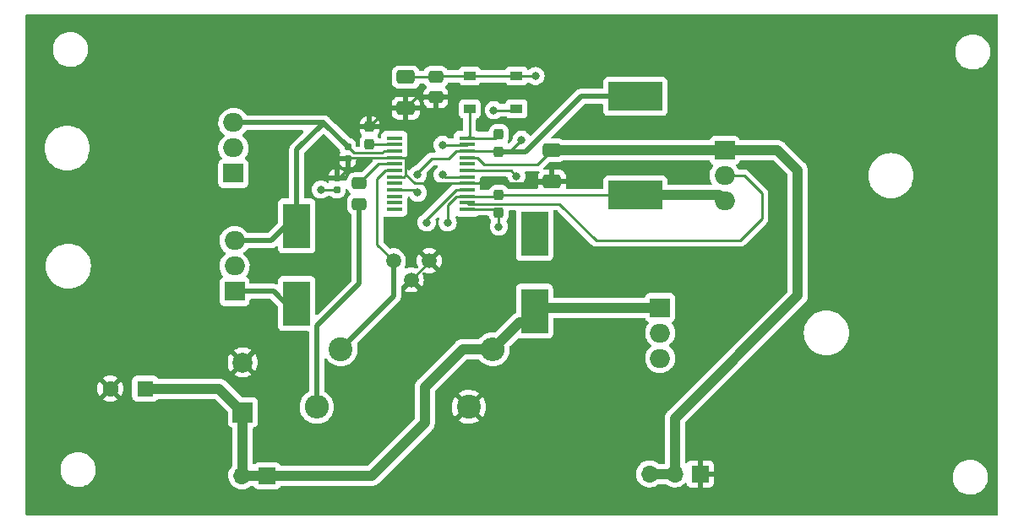
<source format=gtl>
G04 #@! TF.GenerationSoftware,KiCad,Pcbnew,(6.0.1)*
G04 #@! TF.CreationDate,2022-04-24T16:28:33-07:00*
G04 #@! TF.ProjectId,StereoPS,53746572-656f-4505-932e-6b696361645f,rev?*
G04 #@! TF.SameCoordinates,Original*
G04 #@! TF.FileFunction,Copper,L1,Top*
G04 #@! TF.FilePolarity,Positive*
%FSLAX46Y46*%
G04 Gerber Fmt 4.6, Leading zero omitted, Abs format (unit mm)*
G04 Created by KiCad (PCBNEW (6.0.1)) date 2022-04-24 16:28:33*
%MOMM*%
%LPD*%
G01*
G04 APERTURE LIST*
G04 Aperture macros list*
%AMRoundRect*
0 Rectangle with rounded corners*
0 $1 Rounding radius*
0 $2 $3 $4 $5 $6 $7 $8 $9 X,Y pos of 4 corners*
0 Add a 4 corners polygon primitive as box body*
4,1,4,$2,$3,$4,$5,$6,$7,$8,$9,$2,$3,0*
0 Add four circle primitives for the rounded corners*
1,1,$1+$1,$2,$3*
1,1,$1+$1,$4,$5*
1,1,$1+$1,$6,$7*
1,1,$1+$1,$8,$9*
0 Add four rect primitives between the rounded corners*
20,1,$1+$1,$2,$3,$4,$5,0*
20,1,$1+$1,$4,$5,$6,$7,0*
20,1,$1+$1,$6,$7,$8,$9,0*
20,1,$1+$1,$8,$9,$2,$3,0*%
G04 Aperture macros list end*
G04 #@! TA.AperFunction,SMDPad,CuDef*
%ADD10RoundRect,0.250000X-0.650000X0.412500X-0.650000X-0.412500X0.650000X-0.412500X0.650000X0.412500X0*%
G04 #@! TD*
G04 #@! TA.AperFunction,SMDPad,CuDef*
%ADD11R,1.200000X0.900000*%
G04 #@! TD*
G04 #@! TA.AperFunction,ComponentPad*
%ADD12R,1.600000X1.600000*%
G04 #@! TD*
G04 #@! TA.AperFunction,ComponentPad*
%ADD13C,1.600000*%
G04 #@! TD*
G04 #@! TA.AperFunction,SMDPad,CuDef*
%ADD14RoundRect,0.160000X-0.160000X0.197500X-0.160000X-0.197500X0.160000X-0.197500X0.160000X0.197500X0*%
G04 #@! TD*
G04 #@! TA.AperFunction,ComponentPad*
%ADD15R,2.700000X4.500000*%
G04 #@! TD*
G04 #@! TA.AperFunction,ComponentPad*
%ADD16C,2.400000*%
G04 #@! TD*
G04 #@! TA.AperFunction,ComponentPad*
%ADD17O,2.400000X2.400000*%
G04 #@! TD*
G04 #@! TA.AperFunction,SMDPad,CuDef*
%ADD18R,1.639799X0.431000*%
G04 #@! TD*
G04 #@! TA.AperFunction,ComponentPad*
%ADD19R,2.000000X1.905000*%
G04 #@! TD*
G04 #@! TA.AperFunction,ComponentPad*
%ADD20O,2.000000X1.905000*%
G04 #@! TD*
G04 #@! TA.AperFunction,ComponentPad*
%ADD21R,1.700000X1.700000*%
G04 #@! TD*
G04 #@! TA.AperFunction,ComponentPad*
%ADD22O,1.700000X1.700000*%
G04 #@! TD*
G04 #@! TA.AperFunction,SMDPad,CuDef*
%ADD23RoundRect,0.237500X0.237500X-0.300000X0.237500X0.300000X-0.237500X0.300000X-0.237500X-0.300000X0*%
G04 #@! TD*
G04 #@! TA.AperFunction,ComponentPad*
%ADD24C,1.498600*%
G04 #@! TD*
G04 #@! TA.AperFunction,ComponentPad*
%ADD25R,2.000000X2.000000*%
G04 #@! TD*
G04 #@! TA.AperFunction,ComponentPad*
%ADD26C,2.000000*%
G04 #@! TD*
G04 #@! TA.AperFunction,SMDPad,CuDef*
%ADD27RoundRect,0.250000X-0.475000X0.337500X-0.475000X-0.337500X0.475000X-0.337500X0.475000X0.337500X0*%
G04 #@! TD*
G04 #@! TA.AperFunction,SMDPad,CuDef*
%ADD28R,5.400000X2.900000*%
G04 #@! TD*
G04 #@! TA.AperFunction,SMDPad,CuDef*
%ADD29RoundRect,0.237500X-0.237500X0.300000X-0.237500X-0.300000X0.237500X-0.300000X0.237500X0.300000X0*%
G04 #@! TD*
G04 #@! TA.AperFunction,ViaPad*
%ADD30C,0.800000*%
G04 #@! TD*
G04 #@! TA.AperFunction,Conductor*
%ADD31C,0.250000*%
G04 #@! TD*
G04 #@! TA.AperFunction,Conductor*
%ADD32C,0.500000*%
G04 #@! TD*
G04 #@! TA.AperFunction,Conductor*
%ADD33C,1.000000*%
G04 #@! TD*
G04 APERTURE END LIST*
D10*
X144600000Y-81017500D03*
X144600000Y-84142500D03*
D11*
X151010000Y-84200000D03*
X151010000Y-80900000D03*
D12*
X118492651Y-112268000D03*
D13*
X114992651Y-112268000D03*
D14*
X137700000Y-91105000D03*
X137700000Y-92300000D03*
D15*
X133680000Y-103740000D03*
X133680000Y-95940000D03*
D16*
X138080000Y-108300000D03*
D17*
X153320000Y-108300000D03*
D18*
X143460550Y-87116180D03*
X143460550Y-87766420D03*
X143460550Y-88416660D03*
X143460550Y-89066900D03*
X143460550Y-89717140D03*
X143460550Y-90367380D03*
X143460550Y-91017620D03*
X143460550Y-91667860D03*
X143460550Y-92318100D03*
X143460550Y-92968340D03*
X143460550Y-93618580D03*
X143460550Y-94268820D03*
X150724950Y-94268820D03*
X150724950Y-93618580D03*
X150724950Y-92968340D03*
X150724950Y-92318100D03*
X150724950Y-91667860D03*
X150724950Y-91017620D03*
X150724950Y-90367380D03*
X150724950Y-89717140D03*
X150724950Y-89066900D03*
X150724950Y-88416660D03*
X150724950Y-87766420D03*
X150724950Y-87116180D03*
D19*
X170094000Y-104140000D03*
D20*
X170094000Y-106680000D03*
X170094000Y-109220000D03*
D16*
X150920000Y-114100000D03*
D17*
X135680000Y-114100000D03*
D19*
X127450000Y-102520000D03*
D20*
X127450000Y-99980000D03*
X127450000Y-97440000D03*
D19*
X176560000Y-88350000D03*
D20*
X176560000Y-90890000D03*
X176560000Y-93430000D03*
D21*
X174110000Y-120825000D03*
D22*
X171570000Y-120825000D03*
X169030000Y-120825000D03*
D23*
X140970000Y-87730500D03*
X140970000Y-86005500D03*
D24*
X143355500Y-99445500D03*
X145155500Y-101345500D03*
X146955500Y-99445500D03*
D25*
X128270000Y-114635677D03*
D26*
X128270000Y-109635677D03*
D27*
X139954000Y-91672500D03*
X139954000Y-93747500D03*
D28*
X167600000Y-82950000D03*
X167600000Y-92850000D03*
D23*
X153924000Y-88492500D03*
X153924000Y-86767500D03*
D14*
X138780000Y-88002500D03*
X138780000Y-89197500D03*
D21*
X130710000Y-121020000D03*
D22*
X128170000Y-121020000D03*
D15*
X157500000Y-104500000D03*
X157500000Y-96700000D03*
D10*
X159258000Y-88353500D03*
X159258000Y-91478500D03*
D27*
X147620000Y-80972500D03*
X147620000Y-83047500D03*
D29*
X153924000Y-92863500D03*
X153924000Y-94588500D03*
D19*
X127330000Y-90670000D03*
D20*
X127330000Y-88130000D03*
X127330000Y-85590000D03*
D11*
X155702000Y-84200000D03*
X155702000Y-80900000D03*
D30*
X136100000Y-92300000D03*
X145800000Y-92600000D03*
X148800000Y-95600000D03*
X145800000Y-90800000D03*
X156200000Y-87300000D03*
X148300000Y-90800000D03*
X146700000Y-95600000D03*
X148300000Y-87800000D03*
X153416000Y-84328000D03*
X153924000Y-96012000D03*
X155702000Y-90932000D03*
X157600000Y-80900000D03*
D31*
X143355500Y-99445500D02*
X141732000Y-97822000D01*
D32*
X143355500Y-103024500D02*
X143355500Y-99445500D01*
D31*
X141732000Y-97822000D02*
X141732000Y-91186000D01*
X142550620Y-90367380D02*
X143460550Y-90367380D01*
X141732000Y-91186000D02*
X142550620Y-90367380D01*
D32*
X138080000Y-108300000D02*
X143355500Y-103024500D01*
D33*
X141175000Y-121025000D02*
X141170000Y-121020000D01*
X156020000Y-105600000D02*
X157500000Y-105600000D01*
X128270000Y-120920000D02*
X128170000Y-121020000D01*
X141170000Y-121020000D02*
X128170000Y-121020000D01*
X128270000Y-114635677D02*
X128270000Y-120920000D01*
X153320000Y-108300000D02*
X150300000Y-108300000D01*
D31*
X158960000Y-104140000D02*
X157500000Y-105600000D01*
D33*
X170094000Y-104140000D02*
X158960000Y-104140000D01*
X125902323Y-112268000D02*
X128270000Y-114635677D01*
X146500000Y-115700000D02*
X141175000Y-121025000D01*
X150300000Y-108300000D02*
X146500000Y-112100000D01*
X118492651Y-112268000D02*
X125902323Y-112268000D01*
X146500000Y-115700000D02*
X146500000Y-112100000D01*
X153320000Y-108300000D02*
X156020000Y-105600000D01*
D31*
X136100000Y-92300000D02*
X137700000Y-92300000D01*
X143460550Y-92318100D02*
X145518100Y-92318100D01*
X145518100Y-92318100D02*
X145800000Y-92600000D01*
D32*
X139954000Y-93747500D02*
X139954000Y-101715022D01*
X135680000Y-105989022D02*
X135680000Y-114100000D01*
X139954000Y-101715022D02*
X135680000Y-105989022D01*
X138780000Y-88002500D02*
X136375500Y-85598000D01*
D31*
X142440720Y-88416660D02*
X142240000Y-88617380D01*
D32*
X127450000Y-97440000D02*
X131080000Y-97440000D01*
X133680000Y-94840000D02*
X133680000Y-88293500D01*
X133680000Y-88293500D02*
X136375500Y-85598000D01*
X136375500Y-85598000D02*
X136367500Y-85590000D01*
D31*
X142240000Y-88617380D02*
X139394880Y-88617380D01*
X143460550Y-88416660D02*
X142440720Y-88416660D01*
D32*
X131080000Y-97440000D02*
X133680000Y-94840000D01*
D31*
X139394880Y-88617380D02*
X138780000Y-88002500D01*
D32*
X136367500Y-85590000D02*
X127330000Y-85590000D01*
D33*
X171570000Y-120825000D02*
X169030000Y-120825000D01*
X181870000Y-88350000D02*
X183890000Y-90370000D01*
X159261500Y-88350000D02*
X176560000Y-88350000D01*
D31*
X157811500Y-89800000D02*
X159258000Y-88353500D01*
D33*
X176560000Y-88350000D02*
X181870000Y-88350000D01*
D31*
X151759131Y-89066900D02*
X152492231Y-89800000D01*
D33*
X183890000Y-102930000D02*
X171570000Y-115250000D01*
D31*
X150724950Y-89066900D02*
X151759131Y-89066900D01*
D33*
X171570000Y-115250000D02*
X171570000Y-120825000D01*
X183890000Y-90370000D02*
X183890000Y-102930000D01*
D31*
X159258000Y-88353500D02*
X159261500Y-88350000D01*
X152492231Y-89800000D02*
X157811500Y-89800000D01*
X150831890Y-93725520D02*
X150724950Y-93618580D01*
X163700000Y-97400000D02*
X178100000Y-97400000D01*
X178490000Y-90890000D02*
X176560000Y-90890000D01*
X160025520Y-93725520D02*
X163700000Y-97400000D01*
X160025520Y-93725520D02*
X150831890Y-93725520D01*
X178100000Y-97400000D02*
X180300000Y-95200000D01*
X180300000Y-92700000D02*
X178490000Y-90890000D01*
X180300000Y-95200000D02*
X180300000Y-92700000D01*
X150724950Y-92968340D02*
X149690769Y-92968340D01*
D33*
X175980000Y-92850000D02*
X176560000Y-93430000D01*
D31*
X153924000Y-92863500D02*
X153937500Y-92850000D01*
X148800000Y-93859109D02*
X148800000Y-95600000D01*
D32*
X127450000Y-102520000D02*
X131360000Y-102520000D01*
D31*
X150724950Y-92968340D02*
X153819160Y-92968340D01*
D33*
X167600000Y-92850000D02*
X175980000Y-92850000D01*
D31*
X149690769Y-92968340D02*
X148800000Y-93859109D01*
D32*
X131360000Y-102520000D02*
X133680000Y-104840000D01*
D31*
X153937500Y-92850000D02*
X167600000Y-92850000D01*
D32*
X162150000Y-82950000D02*
X167600000Y-82950000D01*
D31*
X155007500Y-88492500D02*
X153924000Y-88492500D01*
X150724950Y-88416660D02*
X149655051Y-88416660D01*
X153924000Y-88492500D02*
X153848160Y-88416660D01*
X147200000Y-89200000D02*
X145800000Y-90600000D01*
D32*
X153931500Y-88500000D02*
X156600000Y-88500000D01*
X156600000Y-88500000D02*
X162150000Y-82950000D01*
D31*
X153848160Y-88416660D02*
X150724950Y-88416660D01*
X153924000Y-88492500D02*
X153931500Y-88500000D01*
D32*
X145800000Y-90600000D02*
X145800000Y-90800000D01*
D31*
X148871711Y-89200000D02*
X147200000Y-89200000D01*
X149655051Y-88416660D02*
X148871711Y-89200000D01*
X156200000Y-87300000D02*
X155007500Y-88492500D01*
X148517620Y-91017620D02*
X148300000Y-90800000D01*
X150724950Y-91017620D02*
X148517620Y-91017620D01*
X146700000Y-95273151D02*
X146700000Y-95600000D01*
X149655051Y-92318100D02*
X146700000Y-95273151D01*
X150724950Y-92318100D02*
X149655051Y-92318100D01*
X150691370Y-87800000D02*
X150724950Y-87766420D01*
X148300000Y-87800000D02*
X150691370Y-87800000D01*
X141005920Y-87766420D02*
X143460550Y-87766420D01*
X140970000Y-87730500D02*
X141005920Y-87766420D01*
X141909360Y-89717140D02*
X143460550Y-89717140D01*
X139954000Y-91672500D02*
X141909360Y-89717140D01*
X153924000Y-94588500D02*
X153924000Y-96012000D01*
X155574000Y-84328000D02*
X155702000Y-84200000D01*
X153604320Y-94268820D02*
X153924000Y-94588500D01*
X153416000Y-84328000D02*
X155574000Y-84328000D01*
X150724950Y-94268820D02*
X153604320Y-94268820D01*
X147620000Y-80972500D02*
X147692500Y-80900000D01*
X144600000Y-81017500D02*
X147575000Y-81017500D01*
X155702000Y-80900000D02*
X157600000Y-80900000D01*
X147692500Y-80900000D02*
X151010000Y-80900000D01*
X150724950Y-90367380D02*
X155137380Y-90367380D01*
X155137380Y-90367380D02*
X155702000Y-90932000D01*
X151010000Y-80900000D02*
X155702000Y-80900000D01*
X147575000Y-81017500D02*
X147620000Y-80972500D01*
X150724950Y-87116180D02*
X153575320Y-87116180D01*
X151010000Y-84200000D02*
X151010000Y-86831130D01*
X151010000Y-86831130D02*
X150724950Y-87116180D01*
X153575320Y-87116180D02*
X153924000Y-86767500D01*
X160020000Y-123200000D02*
X150920000Y-114100000D01*
X144604960Y-90795040D02*
X144382380Y-91017620D01*
X150724950Y-91667860D02*
X159068640Y-91667860D01*
X144604960Y-90795040D02*
X145477780Y-91667860D01*
X142833000Y-84142500D02*
X140970000Y-86005500D01*
X173600000Y-123200000D02*
X160020000Y-123200000D01*
X138780000Y-89197500D02*
X138780000Y-90222500D01*
X138780000Y-89197500D02*
X138910600Y-89066900D01*
X145477780Y-91667860D02*
X150724950Y-91667860D01*
X138910600Y-89066900D02*
X143460550Y-89066900D01*
X145155500Y-101345500D02*
X146955500Y-99545500D01*
X147620000Y-83047500D02*
X145695000Y-83047500D01*
X144530449Y-89066900D02*
X144604960Y-89141411D01*
X144382380Y-91017620D02*
X143460550Y-91017620D01*
X174110000Y-122690000D02*
X174110000Y-120825000D01*
X144604960Y-89141411D02*
X144604960Y-90795040D01*
X173600000Y-123200000D02*
X174110000Y-122690000D01*
X145695000Y-83047500D02*
X144600000Y-84142500D01*
X144800000Y-84342500D02*
X144600000Y-84142500D01*
X144600000Y-84142500D02*
X142833000Y-84142500D01*
X146955500Y-99545500D02*
X146955500Y-99445500D01*
X143460550Y-89066900D02*
X144530449Y-89066900D01*
X138780000Y-90222500D02*
X137700000Y-91302500D01*
X159068640Y-91667860D02*
X159258000Y-91478500D01*
G04 #@! TA.AperFunction,Conductor*
G36*
X203912121Y-74696002D02*
G01*
X203958614Y-74749658D01*
X203970000Y-74802000D01*
X203970000Y-124842000D01*
X203949998Y-124910121D01*
X203896342Y-124956614D01*
X203844000Y-124968000D01*
X106634000Y-124968000D01*
X106565879Y-124947998D01*
X106519386Y-124894342D01*
X106508000Y-124842000D01*
X106508000Y-120503655D01*
X109999858Y-120503655D01*
X110035104Y-120762638D01*
X110036412Y-120767124D01*
X110036412Y-120767126D01*
X110053281Y-120825000D01*
X110108243Y-121013567D01*
X110217668Y-121250928D01*
X110230362Y-121270289D01*
X110358410Y-121465596D01*
X110358414Y-121465601D01*
X110360976Y-121469509D01*
X110535018Y-121664506D01*
X110735970Y-121831637D01*
X110772002Y-121853502D01*
X110955422Y-121964804D01*
X110955426Y-121964806D01*
X110959419Y-121967229D01*
X111200455Y-122068303D01*
X111453783Y-122132641D01*
X111458434Y-122133109D01*
X111458438Y-122133110D01*
X111651308Y-122152531D01*
X111670867Y-122154500D01*
X111826354Y-122154500D01*
X111828679Y-122154327D01*
X111828685Y-122154327D01*
X112016000Y-122140407D01*
X112016004Y-122140406D01*
X112020652Y-122140061D01*
X112025200Y-122139032D01*
X112025206Y-122139031D01*
X112211601Y-122096853D01*
X112275577Y-122082377D01*
X112311769Y-122068303D01*
X112514824Y-121989340D01*
X112514827Y-121989339D01*
X112519177Y-121987647D01*
X112554956Y-121967198D01*
X112639305Y-121918988D01*
X112746098Y-121857951D01*
X112951357Y-121696138D01*
X113130443Y-121505763D01*
X113254587Y-121326811D01*
X113276759Y-121294851D01*
X113276761Y-121294848D01*
X113279424Y-121291009D01*
X113310696Y-121227596D01*
X113392960Y-121060781D01*
X113392961Y-121060778D01*
X113395025Y-121056593D01*
X113410085Y-121009547D01*
X113473280Y-120812123D01*
X113474707Y-120807665D01*
X113516721Y-120549693D01*
X113519340Y-120349610D01*
X113520081Y-120293022D01*
X113520081Y-120293019D01*
X113520142Y-120288345D01*
X113484896Y-120029362D01*
X113470473Y-119979877D01*
X113451470Y-119914684D01*
X113411757Y-119778433D01*
X113302332Y-119541072D01*
X113254948Y-119468800D01*
X113161590Y-119326404D01*
X113161586Y-119326399D01*
X113159024Y-119322491D01*
X112984982Y-119127494D01*
X112784030Y-118960363D01*
X112736844Y-118931730D01*
X112564578Y-118827196D01*
X112564574Y-118827194D01*
X112560581Y-118824771D01*
X112319545Y-118723697D01*
X112066217Y-118659359D01*
X112061566Y-118658891D01*
X112061562Y-118658890D01*
X111852271Y-118637816D01*
X111849133Y-118637500D01*
X111693646Y-118637500D01*
X111691321Y-118637673D01*
X111691315Y-118637673D01*
X111504000Y-118651593D01*
X111503996Y-118651594D01*
X111499348Y-118651939D01*
X111494800Y-118652968D01*
X111494794Y-118652969D01*
X111308399Y-118695147D01*
X111244423Y-118709623D01*
X111240071Y-118711315D01*
X111240069Y-118711316D01*
X111005176Y-118802660D01*
X111005173Y-118802661D01*
X111000823Y-118804353D01*
X110773902Y-118934049D01*
X110568643Y-119095862D01*
X110389557Y-119286237D01*
X110300252Y-119414969D01*
X110257552Y-119476521D01*
X110240576Y-119500991D01*
X110238510Y-119505181D01*
X110238508Y-119505184D01*
X110131408Y-119722363D01*
X110124975Y-119735407D01*
X110123553Y-119739850D01*
X110123552Y-119739852D01*
X110060175Y-119937842D01*
X110045293Y-119984335D01*
X110003279Y-120242307D01*
X110002737Y-120283711D01*
X109999995Y-120493219D01*
X109999858Y-120503655D01*
X106508000Y-120503655D01*
X106508000Y-113354062D01*
X114271144Y-113354062D01*
X114280440Y-113366077D01*
X114331645Y-113401931D01*
X114341140Y-113407414D01*
X114538598Y-113499490D01*
X114548890Y-113503236D01*
X114759339Y-113559625D01*
X114770132Y-113561528D01*
X114987176Y-113580517D01*
X114998126Y-113580517D01*
X115215170Y-113561528D01*
X115225963Y-113559625D01*
X115436412Y-113503236D01*
X115446704Y-113499490D01*
X115644162Y-113407414D01*
X115653657Y-113401931D01*
X115705699Y-113365491D01*
X115714075Y-113355012D01*
X115707007Y-113341566D01*
X115481575Y-113116134D01*
X117184151Y-113116134D01*
X117190906Y-113178316D01*
X117242036Y-113314705D01*
X117329390Y-113431261D01*
X117445946Y-113518615D01*
X117582335Y-113569745D01*
X117644517Y-113576500D01*
X119340785Y-113576500D01*
X119402967Y-113569745D01*
X119539356Y-113518615D01*
X119655912Y-113431261D01*
X119734100Y-113326935D01*
X119790959Y-113284420D01*
X119834926Y-113276500D01*
X125432398Y-113276500D01*
X125500519Y-113296502D01*
X125521493Y-113313405D01*
X126724595Y-114516506D01*
X126758620Y-114578818D01*
X126761500Y-114605601D01*
X126761500Y-115683811D01*
X126768255Y-115745993D01*
X126819385Y-115882382D01*
X126906739Y-115998938D01*
X127023295Y-116086292D01*
X127031703Y-116089444D01*
X127152286Y-116134649D01*
X127152289Y-116134650D01*
X127159684Y-116137422D01*
X127165453Y-116138049D01*
X127226291Y-116172803D01*
X127259113Y-116235758D01*
X127261500Y-116260170D01*
X127261500Y-119953737D01*
X127241498Y-120021858D01*
X127226594Y-120040788D01*
X127110629Y-120162138D01*
X127107715Y-120166410D01*
X127107714Y-120166411D01*
X127055941Y-120242307D01*
X126984743Y-120346680D01*
X126890688Y-120549305D01*
X126830989Y-120764570D01*
X126807251Y-120986695D01*
X126807548Y-120991848D01*
X126807548Y-120991851D01*
X126819812Y-121204547D01*
X126820110Y-121209715D01*
X126821247Y-121214761D01*
X126821248Y-121214767D01*
X126842039Y-121307020D01*
X126869222Y-121427639D01*
X126953266Y-121634616D01*
X126955965Y-121639020D01*
X127061603Y-121811406D01*
X127069987Y-121825088D01*
X127216250Y-121993938D01*
X127324017Y-122083408D01*
X127382770Y-122132185D01*
X127388126Y-122136632D01*
X127581000Y-122249338D01*
X127789692Y-122329030D01*
X127794760Y-122330061D01*
X127794763Y-122330062D01*
X127902017Y-122351883D01*
X128008597Y-122373567D01*
X128013772Y-122373757D01*
X128013774Y-122373757D01*
X128226673Y-122381564D01*
X128226677Y-122381564D01*
X128231837Y-122381753D01*
X128236957Y-122381097D01*
X128236959Y-122381097D01*
X128448288Y-122354025D01*
X128448289Y-122354025D01*
X128453416Y-122353368D01*
X128458366Y-122351883D01*
X128662429Y-122290661D01*
X128662434Y-122290659D01*
X128667384Y-122289174D01*
X128867994Y-122190896D01*
X129049860Y-122061173D01*
X129052886Y-122058157D01*
X129117588Y-122029570D01*
X129133976Y-122028500D01*
X129288991Y-122028500D01*
X129357112Y-122048502D01*
X129403605Y-122102158D01*
X129405903Y-122107694D01*
X129406232Y-122108296D01*
X129409385Y-122116705D01*
X129496739Y-122233261D01*
X129613295Y-122320615D01*
X129749684Y-122371745D01*
X129811866Y-122378500D01*
X131608134Y-122378500D01*
X131670316Y-122371745D01*
X131806705Y-122320615D01*
X131923261Y-122233261D01*
X132010615Y-122116705D01*
X132013767Y-122108296D01*
X132018077Y-122100425D01*
X132019741Y-122101336D01*
X132055663Y-122053510D01*
X132122224Y-122028807D01*
X132131009Y-122028500D01*
X141067130Y-122028500D01*
X141080737Y-122029237D01*
X141158265Y-122037659D01*
X141158266Y-122037659D01*
X141164388Y-122038324D01*
X141167924Y-122038015D01*
X141171462Y-122038374D01*
X141177587Y-122037795D01*
X141177588Y-122037795D01*
X141265970Y-122029440D01*
X141266847Y-122029360D01*
X141355279Y-122021624D01*
X141355283Y-122021623D01*
X141361413Y-122021087D01*
X141364827Y-122020095D01*
X141368362Y-122019761D01*
X141378171Y-122016837D01*
X141459304Y-121992651D01*
X141460146Y-121992403D01*
X141496206Y-121981926D01*
X141551336Y-121965909D01*
X141554489Y-121964275D01*
X141557896Y-121963259D01*
X141563350Y-121960383D01*
X141563356Y-121960381D01*
X141641865Y-121918988D01*
X141642590Y-121918608D01*
X141726926Y-121874892D01*
X141729703Y-121872675D01*
X141732846Y-121871018D01*
X141806652Y-121811251D01*
X141807146Y-121810854D01*
X141845215Y-121780464D01*
X141845218Y-121780461D01*
X141847973Y-121778262D01*
X141849793Y-121776442D01*
X141852839Y-121773850D01*
X141881752Y-121750436D01*
X141886547Y-121746553D01*
X141917176Y-121709791D01*
X141924884Y-121701351D01*
X147169379Y-116456855D01*
X147179522Y-116447753D01*
X147204218Y-116427897D01*
X147209025Y-116424032D01*
X147241292Y-116385578D01*
X147244472Y-116381931D01*
X147246115Y-116380119D01*
X147248309Y-116377925D01*
X147275642Y-116344651D01*
X147276348Y-116343800D01*
X147332195Y-116277244D01*
X147336154Y-116272526D01*
X147338722Y-116267856D01*
X147342103Y-116263739D01*
X147373140Y-116205855D01*
X147385977Y-116181914D01*
X147386606Y-116180755D01*
X147428462Y-116104619D01*
X147428465Y-116104611D01*
X147431433Y-116099213D01*
X147433045Y-116094131D01*
X147435562Y-116089437D01*
X147462762Y-116000469D01*
X147463108Y-115999358D01*
X147463242Y-115998938D01*
X147491235Y-115910694D01*
X147491829Y-115905398D01*
X147493387Y-115900302D01*
X147502790Y-115807743D01*
X147502911Y-115806607D01*
X147508500Y-115756773D01*
X147508500Y-115753246D01*
X147508555Y-115752261D01*
X147509002Y-115746581D01*
X147513374Y-115703538D01*
X147509059Y-115657891D01*
X147508500Y-115646033D01*
X147508500Y-115473359D01*
X149911386Y-115473359D01*
X149920099Y-115484879D01*
X150008586Y-115549760D01*
X150016505Y-115554708D01*
X150232877Y-115668547D01*
X150241451Y-115672275D01*
X150472282Y-115752885D01*
X150481291Y-115755299D01*
X150721518Y-115800908D01*
X150730775Y-115801962D01*
X150975107Y-115811563D01*
X150984420Y-115811237D01*
X151227478Y-115784618D01*
X151236655Y-115782917D01*
X151473107Y-115720665D01*
X151481926Y-115717628D01*
X151706584Y-115621107D01*
X151714856Y-115616800D01*
X151922777Y-115488135D01*
X151924620Y-115486796D01*
X151932038Y-115475541D01*
X151925974Y-115465184D01*
X150932812Y-114472022D01*
X150918868Y-114464408D01*
X150917035Y-114464539D01*
X150910420Y-114468790D01*
X149918044Y-115461166D01*
X149911386Y-115473359D01*
X147508500Y-115473359D01*
X147508500Y-114059835D01*
X149208022Y-114059835D01*
X149219754Y-114304064D01*
X149220891Y-114313324D01*
X149268593Y-114553143D01*
X149271082Y-114562118D01*
X149353708Y-114792250D01*
X149357505Y-114800778D01*
X149473234Y-115016160D01*
X149478245Y-115024027D01*
X149535173Y-115100263D01*
X149546431Y-115108712D01*
X149558850Y-115101940D01*
X150547978Y-114112812D01*
X150554356Y-114101132D01*
X151284408Y-114101132D01*
X151284539Y-114102965D01*
X151288790Y-114109580D01*
X152283732Y-115104522D01*
X152296112Y-115111282D01*
X152304453Y-115105038D01*
X152422700Y-114921202D01*
X152427147Y-114913011D01*
X152527572Y-114690076D01*
X152530767Y-114681298D01*
X152597135Y-114445973D01*
X152598993Y-114436844D01*
X152630044Y-114192770D01*
X152630525Y-114186483D01*
X152632706Y-114103160D01*
X152632555Y-114096851D01*
X152614321Y-113851486D01*
X152612944Y-113842280D01*
X152558979Y-113603786D01*
X152556255Y-113594875D01*
X152467633Y-113366983D01*
X152463619Y-113358567D01*
X152342284Y-113146276D01*
X152337074Y-113138553D01*
X152305787Y-113098865D01*
X152293863Y-113090395D01*
X152282328Y-113096882D01*
X151292022Y-114087188D01*
X151284408Y-114101132D01*
X150554356Y-114101132D01*
X150555592Y-114098868D01*
X150555461Y-114097035D01*
X150551210Y-114090420D01*
X149556828Y-113096038D01*
X149543520Y-113088771D01*
X149533481Y-113095893D01*
X149528581Y-113101784D01*
X149523168Y-113109373D01*
X149396322Y-113318409D01*
X149392084Y-113326726D01*
X149297529Y-113552214D01*
X149294573Y-113561049D01*
X149234384Y-113798042D01*
X149232763Y-113807232D01*
X149208267Y-114050510D01*
X149208022Y-114059835D01*
X147508500Y-114059835D01*
X147508500Y-112724917D01*
X149909330Y-112724917D01*
X149913903Y-112734693D01*
X150907188Y-113727978D01*
X150921132Y-113735592D01*
X150922965Y-113735461D01*
X150929580Y-113731210D01*
X151922488Y-112738302D01*
X151928872Y-112726612D01*
X151919460Y-112714502D01*
X151793144Y-112626873D01*
X151785116Y-112622145D01*
X151565810Y-112513995D01*
X151557177Y-112510507D01*
X151324288Y-112435958D01*
X151315238Y-112433785D01*
X151073891Y-112394480D01*
X151064602Y-112393668D01*
X150820114Y-112390467D01*
X150810803Y-112391037D01*
X150568522Y-112424010D01*
X150559403Y-112425948D01*
X150324668Y-112494367D01*
X150315915Y-112497639D01*
X150093869Y-112600004D01*
X150085714Y-112604524D01*
X149918468Y-112714175D01*
X149909330Y-112724917D01*
X147508500Y-112724917D01*
X147508500Y-112569925D01*
X147528502Y-112501804D01*
X147545405Y-112480830D01*
X150680830Y-109345405D01*
X150743142Y-109311379D01*
X150769925Y-109308500D01*
X151877535Y-109308500D01*
X151945656Y-109328502D01*
X151978493Y-109359111D01*
X152024171Y-109420282D01*
X152024176Y-109420288D01*
X152026963Y-109424020D01*
X152030272Y-109427300D01*
X152030277Y-109427306D01*
X152193781Y-109589389D01*
X152207307Y-109602797D01*
X152211069Y-109605555D01*
X152211072Y-109605558D01*
X152256193Y-109638642D01*
X152412094Y-109752953D01*
X152416229Y-109755129D01*
X152416233Y-109755131D01*
X152478899Y-109788101D01*
X152636827Y-109871191D01*
X152876568Y-109954912D01*
X153126050Y-110002278D01*
X153246532Y-110007011D01*
X153375125Y-110012064D01*
X153375130Y-110012064D01*
X153379793Y-110012247D01*
X153478774Y-110001407D01*
X153627569Y-109985112D01*
X153627575Y-109985111D01*
X153632222Y-109984602D01*
X153741680Y-109955784D01*
X153873273Y-109921138D01*
X153877793Y-109919948D01*
X154000159Y-109867376D01*
X154106807Y-109821557D01*
X154106810Y-109821555D01*
X154111110Y-109819708D01*
X154115090Y-109817245D01*
X154115094Y-109817243D01*
X154323064Y-109688547D01*
X154323066Y-109688545D01*
X154327047Y-109686082D01*
X154375272Y-109645257D01*
X154517289Y-109525031D01*
X154517291Y-109525029D01*
X154520862Y-109522006D01*
X154688295Y-109331084D01*
X154697295Y-109317093D01*
X154823141Y-109121442D01*
X154825669Y-109117512D01*
X154929967Y-108885980D01*
X154932968Y-108875341D01*
X154962004Y-108772385D01*
X154998896Y-108641575D01*
X155020007Y-108475633D01*
X155030545Y-108392798D01*
X155030545Y-108392792D01*
X155030943Y-108389667D01*
X155033291Y-108300000D01*
X155032038Y-108283136D01*
X155017715Y-108090394D01*
X155032614Y-108020979D01*
X155054273Y-107991962D01*
X155425393Y-107620842D01*
X155803981Y-107242253D01*
X155866294Y-107208228D01*
X155937306Y-107213366D01*
X156032282Y-107248971D01*
X156032288Y-107248973D01*
X156039684Y-107251745D01*
X156101866Y-107258500D01*
X158898134Y-107258500D01*
X158960316Y-107251745D01*
X159096705Y-107200615D01*
X159213261Y-107113261D01*
X159300615Y-106996705D01*
X159351745Y-106860316D01*
X159358500Y-106798134D01*
X159358500Y-105274500D01*
X159378502Y-105206379D01*
X159432158Y-105159886D01*
X159484500Y-105148500D01*
X168484565Y-105148500D01*
X168552686Y-105168502D01*
X168599179Y-105222158D01*
X168602547Y-105230270D01*
X168643385Y-105339205D01*
X168730739Y-105455761D01*
X168847295Y-105543115D01*
X168867189Y-105550573D01*
X168923953Y-105593213D01*
X168948654Y-105659774D01*
X168933447Y-105729123D01*
X168921842Y-105746647D01*
X168828633Y-105864670D01*
X168828630Y-105864675D01*
X168825432Y-105868724D01*
X168822939Y-105873240D01*
X168822937Y-105873243D01*
X168711823Y-106074526D01*
X168709326Y-106079050D01*
X168707602Y-106083919D01*
X168707600Y-106083923D01*
X168635590Y-106287272D01*
X168629130Y-106305515D01*
X168628223Y-106310608D01*
X168628222Y-106310611D01*
X168594820Y-106498131D01*
X168586999Y-106542037D01*
X168584064Y-106782263D01*
X168620404Y-107019744D01*
X168648623Y-107106081D01*
X168693434Y-107243183D01*
X168693437Y-107243189D01*
X168695042Y-107248101D01*
X168697429Y-107252687D01*
X168697431Y-107252691D01*
X168752820Y-107359091D01*
X168805975Y-107461200D01*
X168809085Y-107465342D01*
X168929000Y-107625053D01*
X168950223Y-107653320D01*
X169123912Y-107819301D01*
X169160903Y-107844535D01*
X169205904Y-107899444D01*
X169214075Y-107969968D01*
X169182821Y-108033716D01*
X169158340Y-108054411D01*
X169156707Y-108055468D01*
X169152023Y-108058498D01*
X168974330Y-108220186D01*
X168950141Y-108250815D01*
X168828633Y-108404670D01*
X168828630Y-108404675D01*
X168825432Y-108408724D01*
X168822939Y-108413240D01*
X168822937Y-108413243D01*
X168711823Y-108614526D01*
X168709326Y-108619050D01*
X168707602Y-108623919D01*
X168707600Y-108623923D01*
X168653310Y-108777232D01*
X168629130Y-108845515D01*
X168628223Y-108850608D01*
X168628222Y-108850611D01*
X168602172Y-108996858D01*
X168586999Y-109082037D01*
X168586936Y-109087201D01*
X168584741Y-109266887D01*
X168584064Y-109322263D01*
X168620404Y-109559744D01*
X168644853Y-109634545D01*
X168693434Y-109783183D01*
X168693437Y-109783189D01*
X168695042Y-109788101D01*
X168697429Y-109792687D01*
X168697431Y-109792691D01*
X168764297Y-109921138D01*
X168805975Y-110001200D01*
X168950223Y-110193320D01*
X169123912Y-110359301D01*
X169322378Y-110494686D01*
X169327061Y-110496860D01*
X169327065Y-110496862D01*
X169535595Y-110593658D01*
X169535599Y-110593659D01*
X169540290Y-110595837D01*
X169771798Y-110660040D01*
X169776935Y-110660589D01*
X169964593Y-110680644D01*
X169964601Y-110680644D01*
X169967928Y-110681000D01*
X170202402Y-110681000D01*
X170204975Y-110680788D01*
X170204986Y-110680788D01*
X170305946Y-110672487D01*
X170380937Y-110666322D01*
X170613944Y-110607794D01*
X170742771Y-110551779D01*
X170829526Y-110514057D01*
X170829529Y-110514055D01*
X170834263Y-110511997D01*
X171035977Y-110381502D01*
X171213670Y-110219814D01*
X171309633Y-110098304D01*
X171359367Y-110035330D01*
X171359370Y-110035325D01*
X171362568Y-110031276D01*
X171375584Y-110007699D01*
X171476177Y-109825474D01*
X171476179Y-109825470D01*
X171478674Y-109820950D01*
X171502754Y-109752953D01*
X171557144Y-109599360D01*
X171557145Y-109599356D01*
X171558870Y-109594485D01*
X171564183Y-109564659D01*
X171600095Y-109363052D01*
X171600096Y-109363046D01*
X171601001Y-109357963D01*
X171603936Y-109117737D01*
X171567596Y-108880256D01*
X171530830Y-108767770D01*
X171494566Y-108656817D01*
X171494563Y-108656811D01*
X171492958Y-108651899D01*
X171489926Y-108646073D01*
X171384416Y-108443393D01*
X171382025Y-108438800D01*
X171345135Y-108389667D01*
X171240882Y-108250815D01*
X171240880Y-108250812D01*
X171237777Y-108246680D01*
X171064088Y-108080699D01*
X171027097Y-108055465D01*
X170982096Y-108000556D01*
X170973925Y-107930032D01*
X171005179Y-107866284D01*
X171029660Y-107845589D01*
X171031635Y-107844311D01*
X171035977Y-107841502D01*
X171213670Y-107679814D01*
X171294831Y-107577046D01*
X171359367Y-107495330D01*
X171359370Y-107495325D01*
X171362568Y-107491276D01*
X171376885Y-107465342D01*
X171476177Y-107285474D01*
X171476179Y-107285470D01*
X171478674Y-107280950D01*
X171482655Y-107269710D01*
X171557144Y-107059360D01*
X171557145Y-107059356D01*
X171558870Y-107054485D01*
X171564183Y-107024659D01*
X171600095Y-106823052D01*
X171600096Y-106823046D01*
X171601001Y-106817963D01*
X171603747Y-106593229D01*
X171603873Y-106582907D01*
X171603873Y-106582905D01*
X171603936Y-106577737D01*
X171567596Y-106340256D01*
X171530906Y-106228003D01*
X171494566Y-106116817D01*
X171494563Y-106116811D01*
X171492958Y-106111899D01*
X171486929Y-106100316D01*
X171384416Y-105903393D01*
X171382025Y-105898800D01*
X171265585Y-105743717D01*
X171240680Y-105677235D01*
X171255672Y-105607839D01*
X171305802Y-105557565D01*
X171322115Y-105550085D01*
X171332293Y-105546269D01*
X171332296Y-105546267D01*
X171340705Y-105543115D01*
X171457261Y-105455761D01*
X171544615Y-105339205D01*
X171595745Y-105202816D01*
X171602500Y-105140634D01*
X171602500Y-103139366D01*
X171595745Y-103077184D01*
X171544615Y-102940795D01*
X171457261Y-102824239D01*
X171340705Y-102736885D01*
X171204316Y-102685755D01*
X171142134Y-102679000D01*
X169045866Y-102679000D01*
X168983684Y-102685755D01*
X168847295Y-102736885D01*
X168730739Y-102824239D01*
X168643385Y-102940795D01*
X168640233Y-102949203D01*
X168602547Y-103049730D01*
X168559905Y-103106494D01*
X168493344Y-103131194D01*
X168484565Y-103131500D01*
X159484500Y-103131500D01*
X159416379Y-103111498D01*
X159369886Y-103057842D01*
X159358500Y-103005500D01*
X159358500Y-102201866D01*
X159351745Y-102139684D01*
X159300615Y-102003295D01*
X159213261Y-101886739D01*
X159096705Y-101799385D01*
X158960316Y-101748255D01*
X158898134Y-101741500D01*
X156101866Y-101741500D01*
X156039684Y-101748255D01*
X155903295Y-101799385D01*
X155786739Y-101886739D01*
X155699385Y-102003295D01*
X155648255Y-102139684D01*
X155641500Y-102201866D01*
X155641500Y-104583297D01*
X155621498Y-104651418D01*
X155574651Y-104694549D01*
X155551739Y-104706731D01*
X155550574Y-104707343D01*
X155473547Y-104747271D01*
X155468074Y-104750108D01*
X155463911Y-104753431D01*
X155459204Y-104755934D01*
X155454429Y-104759828D01*
X155454428Y-104759829D01*
X155387102Y-104814739D01*
X155386075Y-104815567D01*
X155349792Y-104844531D01*
X155349787Y-104844536D01*
X155347028Y-104846738D01*
X155344527Y-104849239D01*
X155343809Y-104849881D01*
X155339461Y-104853594D01*
X155305938Y-104880935D01*
X155302015Y-104885677D01*
X155302013Y-104885679D01*
X155276703Y-104916273D01*
X155268713Y-104925053D01*
X153627803Y-106565963D01*
X153565491Y-106599989D01*
X153518456Y-106601230D01*
X153473938Y-106593980D01*
X153473930Y-106593979D01*
X153469323Y-106593229D01*
X153342364Y-106591567D01*
X153220083Y-106589966D01*
X153220080Y-106589966D01*
X153215406Y-106589905D01*
X152963787Y-106624149D01*
X152959301Y-106625457D01*
X152959299Y-106625457D01*
X152932401Y-106633297D01*
X152719993Y-106695208D01*
X152489380Y-106801522D01*
X152485471Y-106804085D01*
X152280928Y-106938189D01*
X152280923Y-106938193D01*
X152277015Y-106940755D01*
X152087562Y-107109848D01*
X152084573Y-107113442D01*
X152084568Y-107113447D01*
X151974267Y-107246069D01*
X151915329Y-107285653D01*
X151877393Y-107291500D01*
X150361850Y-107291500D01*
X150348242Y-107290763D01*
X150316737Y-107287340D01*
X150316733Y-107287340D01*
X150310612Y-107286675D01*
X150304473Y-107287212D01*
X150304469Y-107287212D01*
X150260589Y-107291051D01*
X150255752Y-107291381D01*
X150253314Y-107291500D01*
X150250231Y-107291500D01*
X150247174Y-107291800D01*
X150247169Y-107291800D01*
X150207580Y-107295682D01*
X150206265Y-107295804D01*
X150119723Y-107303375D01*
X150119721Y-107303375D01*
X150113587Y-107303912D01*
X150108463Y-107305401D01*
X150103167Y-107305920D01*
X150014172Y-107332789D01*
X150013085Y-107333111D01*
X149923664Y-107359091D01*
X149918932Y-107361544D01*
X149913831Y-107363084D01*
X149908388Y-107365978D01*
X149831740Y-107406731D01*
X149830574Y-107407343D01*
X149753547Y-107447271D01*
X149748074Y-107450108D01*
X149743911Y-107453431D01*
X149739204Y-107455934D01*
X149734429Y-107459828D01*
X149734428Y-107459829D01*
X149667102Y-107514739D01*
X149666075Y-107515567D01*
X149629792Y-107544531D01*
X149629787Y-107544536D01*
X149627028Y-107546738D01*
X149624527Y-107549239D01*
X149623809Y-107549881D01*
X149619461Y-107553594D01*
X149585938Y-107580935D01*
X149582015Y-107585677D01*
X149582013Y-107585679D01*
X149556703Y-107616273D01*
X149548713Y-107625053D01*
X145830621Y-111343145D01*
X145820478Y-111352247D01*
X145790975Y-111375968D01*
X145758709Y-111414421D01*
X145755528Y-111418069D01*
X145753885Y-111419881D01*
X145751691Y-111422075D01*
X145724358Y-111455349D01*
X145723696Y-111456147D01*
X145663846Y-111527474D01*
X145661278Y-111532144D01*
X145657897Y-111536261D01*
X145645718Y-111558975D01*
X145614023Y-111618086D01*
X145613394Y-111619245D01*
X145571538Y-111695381D01*
X145571535Y-111695389D01*
X145568567Y-111700787D01*
X145566955Y-111705869D01*
X145564438Y-111710563D01*
X145537238Y-111799531D01*
X145536918Y-111800559D01*
X145508765Y-111889306D01*
X145508171Y-111894602D01*
X145506613Y-111899698D01*
X145505990Y-111905834D01*
X145497218Y-111992187D01*
X145497089Y-111993393D01*
X145491500Y-112043227D01*
X145491500Y-112046754D01*
X145491445Y-112047739D01*
X145490998Y-112053419D01*
X145486626Y-112096462D01*
X145487206Y-112102593D01*
X145490941Y-112142109D01*
X145491500Y-112153967D01*
X145491500Y-115230075D01*
X145471498Y-115298196D01*
X145454595Y-115319170D01*
X140799171Y-119974595D01*
X140736859Y-120008621D01*
X140710076Y-120011500D01*
X132131009Y-120011500D01*
X132062888Y-119991498D01*
X132016395Y-119937842D01*
X132014097Y-119932306D01*
X132013768Y-119931704D01*
X132010615Y-119923295D01*
X131923261Y-119806739D01*
X131806705Y-119719385D01*
X131670316Y-119668255D01*
X131608134Y-119661500D01*
X129811866Y-119661500D01*
X129749684Y-119668255D01*
X129613295Y-119719385D01*
X129496739Y-119806739D01*
X129492646Y-119812200D01*
X129431283Y-119845708D01*
X129360468Y-119840643D01*
X129303632Y-119798096D01*
X129278821Y-119731576D01*
X129278500Y-119722587D01*
X129278500Y-116260170D01*
X129298502Y-116192049D01*
X129352158Y-116145556D01*
X129373763Y-116138134D01*
X129380316Y-116137422D01*
X129387711Y-116134650D01*
X129387714Y-116134649D01*
X129508297Y-116089444D01*
X129516705Y-116086292D01*
X129633261Y-115998938D01*
X129720615Y-115882382D01*
X129771745Y-115745993D01*
X129778500Y-115683811D01*
X129778500Y-113587543D01*
X129771745Y-113525361D01*
X129720615Y-113388972D01*
X129633261Y-113272416D01*
X129516705Y-113185062D01*
X129380316Y-113133932D01*
X129318134Y-113127177D01*
X128239925Y-113127177D01*
X128171804Y-113107175D01*
X128150830Y-113090272D01*
X126659178Y-111598621D01*
X126650076Y-111588478D01*
X126630220Y-111563782D01*
X126626355Y-111558975D01*
X126587901Y-111526708D01*
X126584254Y-111523528D01*
X126582442Y-111521885D01*
X126580248Y-111519691D01*
X126546974Y-111492358D01*
X126546176Y-111491696D01*
X126474849Y-111431846D01*
X126470179Y-111429278D01*
X126466062Y-111425897D01*
X126384237Y-111382023D01*
X126383078Y-111381394D01*
X126306942Y-111339538D01*
X126306934Y-111339535D01*
X126301536Y-111336567D01*
X126296454Y-111334955D01*
X126291760Y-111332438D01*
X126202792Y-111305238D01*
X126201764Y-111304918D01*
X126113017Y-111276765D01*
X126107721Y-111276171D01*
X126102625Y-111274613D01*
X126010066Y-111265210D01*
X126008930Y-111265089D01*
X125975315Y-111261319D01*
X125962593Y-111259892D01*
X125962589Y-111259892D01*
X125959096Y-111259500D01*
X125955569Y-111259500D01*
X125954584Y-111259445D01*
X125948904Y-111258998D01*
X125919498Y-111256011D01*
X125911986Y-111255248D01*
X125911984Y-111255248D01*
X125905861Y-111254626D01*
X125863582Y-111258623D01*
X125860214Y-111258941D01*
X125848356Y-111259500D01*
X119834926Y-111259500D01*
X119766805Y-111239498D01*
X119734100Y-111209065D01*
X119722594Y-111193713D01*
X119655912Y-111104739D01*
X119539356Y-111017385D01*
X119402967Y-110966255D01*
X119340785Y-110959500D01*
X117644517Y-110959500D01*
X117582335Y-110966255D01*
X117445946Y-111017385D01*
X117329390Y-111104739D01*
X117242036Y-111221295D01*
X117190906Y-111357684D01*
X117188262Y-111382023D01*
X117184743Y-111414421D01*
X117184151Y-111419866D01*
X117184151Y-113116134D01*
X115481575Y-113116134D01*
X115005463Y-112640022D01*
X114991519Y-112632408D01*
X114989686Y-112632539D01*
X114983071Y-112636790D01*
X114277574Y-113342287D01*
X114271144Y-113354062D01*
X106508000Y-113354062D01*
X106508000Y-112273475D01*
X113680134Y-112273475D01*
X113699123Y-112490519D01*
X113701026Y-112501312D01*
X113757415Y-112711761D01*
X113761161Y-112722053D01*
X113853237Y-112919511D01*
X113858720Y-112929006D01*
X113895160Y-112981048D01*
X113905639Y-112989424D01*
X113919085Y-112982356D01*
X114620629Y-112280812D01*
X114627007Y-112269132D01*
X115357059Y-112269132D01*
X115357190Y-112270965D01*
X115361441Y-112277580D01*
X116066938Y-112983077D01*
X116078713Y-112989507D01*
X116090728Y-112980211D01*
X116126582Y-112929006D01*
X116132065Y-112919511D01*
X116224141Y-112722053D01*
X116227887Y-112711761D01*
X116284276Y-112501312D01*
X116286179Y-112490519D01*
X116305168Y-112273475D01*
X116305168Y-112262525D01*
X116286179Y-112045481D01*
X116284276Y-112034688D01*
X116227887Y-111824239D01*
X116224141Y-111813947D01*
X116132065Y-111616489D01*
X116126582Y-111606994D01*
X116090142Y-111554952D01*
X116079663Y-111546576D01*
X116066217Y-111553644D01*
X115364673Y-112255188D01*
X115357059Y-112269132D01*
X114627007Y-112269132D01*
X114628243Y-112266868D01*
X114628112Y-112265035D01*
X114623861Y-112258420D01*
X113918364Y-111552923D01*
X113906589Y-111546493D01*
X113894574Y-111555789D01*
X113858720Y-111606994D01*
X113853237Y-111616489D01*
X113761161Y-111813947D01*
X113757415Y-111824239D01*
X113701026Y-112034688D01*
X113699123Y-112045481D01*
X113680134Y-112262525D01*
X113680134Y-112273475D01*
X106508000Y-112273475D01*
X106508000Y-111180988D01*
X114271227Y-111180988D01*
X114278295Y-111194434D01*
X114979839Y-111895978D01*
X114993783Y-111903592D01*
X114995616Y-111903461D01*
X115002231Y-111899210D01*
X115707728Y-111193713D01*
X115714158Y-111181938D01*
X115704862Y-111169923D01*
X115653657Y-111134069D01*
X115644162Y-111128586D01*
X115446704Y-111036510D01*
X115436412Y-111032764D01*
X115225963Y-110976375D01*
X115215170Y-110974472D01*
X114998126Y-110955483D01*
X114987176Y-110955483D01*
X114770132Y-110974472D01*
X114759339Y-110976375D01*
X114548890Y-111032764D01*
X114538598Y-111036510D01*
X114341140Y-111128586D01*
X114331645Y-111134069D01*
X114279603Y-111170509D01*
X114271227Y-111180988D01*
X106508000Y-111180988D01*
X106508000Y-110868347D01*
X127402160Y-110868347D01*
X127407887Y-110875997D01*
X127579042Y-110980882D01*
X127587837Y-110985364D01*
X127797988Y-111072411D01*
X127807373Y-111075460D01*
X128028554Y-111128562D01*
X128038301Y-111130105D01*
X128265070Y-111147952D01*
X128274930Y-111147952D01*
X128501699Y-111130105D01*
X128511446Y-111128562D01*
X128732627Y-111075460D01*
X128742012Y-111072411D01*
X128952163Y-110985364D01*
X128960958Y-110980882D01*
X129128445Y-110878245D01*
X129137907Y-110867787D01*
X129134124Y-110859011D01*
X128282812Y-110007699D01*
X128268868Y-110000085D01*
X128267035Y-110000216D01*
X128260420Y-110004467D01*
X127408920Y-110855967D01*
X127402160Y-110868347D01*
X106508000Y-110868347D01*
X106508000Y-109640607D01*
X126757725Y-109640607D01*
X126775572Y-109867376D01*
X126777115Y-109877123D01*
X126830217Y-110098304D01*
X126833266Y-110107689D01*
X126920313Y-110317840D01*
X126924795Y-110326635D01*
X127027432Y-110494122D01*
X127037890Y-110503584D01*
X127046666Y-110499801D01*
X127897978Y-109648489D01*
X127904356Y-109636809D01*
X128634408Y-109636809D01*
X128634539Y-109638642D01*
X128638790Y-109645257D01*
X129490290Y-110496757D01*
X129502670Y-110503517D01*
X129510320Y-110497790D01*
X129615205Y-110326635D01*
X129619687Y-110317840D01*
X129706734Y-110107689D01*
X129709783Y-110098304D01*
X129762885Y-109877123D01*
X129764428Y-109867376D01*
X129782275Y-109640607D01*
X129782275Y-109630747D01*
X129764428Y-109403978D01*
X129762885Y-109394231D01*
X129709783Y-109173050D01*
X129706734Y-109163665D01*
X129619687Y-108953514D01*
X129615205Y-108944719D01*
X129512568Y-108777232D01*
X129502110Y-108767770D01*
X129493334Y-108771553D01*
X128642022Y-109622865D01*
X128634408Y-109636809D01*
X127904356Y-109636809D01*
X127905592Y-109634545D01*
X127905461Y-109632712D01*
X127901210Y-109626097D01*
X127049710Y-108774597D01*
X127037330Y-108767837D01*
X127029680Y-108773564D01*
X126924795Y-108944719D01*
X126920313Y-108953514D01*
X126833266Y-109163665D01*
X126830217Y-109173050D01*
X126777115Y-109394231D01*
X126775572Y-109403978D01*
X126757725Y-109630747D01*
X126757725Y-109640607D01*
X106508000Y-109640607D01*
X106508000Y-108403567D01*
X127402093Y-108403567D01*
X127405876Y-108412343D01*
X128257188Y-109263655D01*
X128271132Y-109271269D01*
X128272965Y-109271138D01*
X128279580Y-109266887D01*
X129131080Y-108415387D01*
X129137840Y-108403007D01*
X129132113Y-108395357D01*
X128960958Y-108290472D01*
X128952163Y-108285990D01*
X128742012Y-108198943D01*
X128732627Y-108195894D01*
X128511446Y-108142792D01*
X128501699Y-108141249D01*
X128274930Y-108123402D01*
X128265070Y-108123402D01*
X128038301Y-108141249D01*
X128028554Y-108142792D01*
X127807373Y-108195894D01*
X127797988Y-108198943D01*
X127587837Y-108285990D01*
X127579042Y-108290472D01*
X127411555Y-108393109D01*
X127402093Y-108403567D01*
X106508000Y-108403567D01*
X106508000Y-99980000D01*
X108526654Y-99980000D01*
X108526924Y-99984119D01*
X108541552Y-100207296D01*
X108546017Y-100275426D01*
X108546819Y-100279459D01*
X108546820Y-100279465D01*
X108600256Y-100548101D01*
X108603776Y-100565797D01*
X108605103Y-100569706D01*
X108605104Y-100569710D01*
X108681692Y-100795330D01*
X108698941Y-100846145D01*
X108733528Y-100916281D01*
X108811990Y-101075385D01*
X108829885Y-101111673D01*
X108844749Y-101133919D01*
X108982465Y-101340025D01*
X108994367Y-101357838D01*
X108997081Y-101360932D01*
X108997085Y-101360938D01*
X109136024Y-101519366D01*
X109189573Y-101580427D01*
X109192662Y-101583136D01*
X109409062Y-101772915D01*
X109409068Y-101772919D01*
X109412162Y-101775633D01*
X109415588Y-101777922D01*
X109415593Y-101777926D01*
X109575232Y-101884593D01*
X109658327Y-101940115D01*
X109662026Y-101941939D01*
X109662031Y-101941942D01*
X109786443Y-102003295D01*
X109923855Y-102071059D01*
X109927760Y-102072384D01*
X109927761Y-102072385D01*
X110200290Y-102164896D01*
X110200294Y-102164897D01*
X110204203Y-102166224D01*
X110208247Y-102167028D01*
X110208253Y-102167030D01*
X110490535Y-102223180D01*
X110490541Y-102223181D01*
X110494574Y-102223983D01*
X110498679Y-102224252D01*
X110498686Y-102224253D01*
X110785881Y-102243076D01*
X110790000Y-102243346D01*
X110794119Y-102243076D01*
X111081314Y-102224253D01*
X111081321Y-102224252D01*
X111085426Y-102223983D01*
X111089459Y-102223181D01*
X111089465Y-102223180D01*
X111371747Y-102167030D01*
X111371753Y-102167028D01*
X111375797Y-102166224D01*
X111379706Y-102164897D01*
X111379710Y-102164896D01*
X111652239Y-102072385D01*
X111652240Y-102072384D01*
X111656145Y-102071059D01*
X111793557Y-102003295D01*
X111917969Y-101941942D01*
X111917974Y-101941939D01*
X111921673Y-101940115D01*
X112004768Y-101884593D01*
X112164407Y-101777926D01*
X112164412Y-101777922D01*
X112167838Y-101775633D01*
X112170932Y-101772919D01*
X112170938Y-101772915D01*
X112387338Y-101583136D01*
X112390427Y-101580427D01*
X112443976Y-101519366D01*
X112582915Y-101360938D01*
X112582919Y-101360932D01*
X112585633Y-101357838D01*
X112597536Y-101340025D01*
X112735251Y-101133919D01*
X112750115Y-101111673D01*
X112768011Y-101075385D01*
X112846472Y-100916281D01*
X112881059Y-100846145D01*
X112898308Y-100795330D01*
X112974896Y-100569710D01*
X112974897Y-100569706D01*
X112976224Y-100565797D01*
X112979744Y-100548101D01*
X113033180Y-100279465D01*
X113033181Y-100279459D01*
X113033983Y-100275426D01*
X113038449Y-100207296D01*
X113053076Y-99984119D01*
X113053346Y-99980000D01*
X113046944Y-99882318D01*
X113034253Y-99688686D01*
X113034252Y-99688679D01*
X113033983Y-99684574D01*
X113031080Y-99669977D01*
X112977030Y-99398253D01*
X112977028Y-99398247D01*
X112976224Y-99394203D01*
X112972735Y-99383923D01*
X112882385Y-99117761D01*
X112882384Y-99117760D01*
X112881059Y-99113855D01*
X112750115Y-98848327D01*
X112691417Y-98760479D01*
X112587926Y-98605593D01*
X112587922Y-98605588D01*
X112585633Y-98602162D01*
X112582919Y-98599068D01*
X112582915Y-98599062D01*
X112393136Y-98382662D01*
X112390427Y-98379573D01*
X112362645Y-98355209D01*
X112170938Y-98187085D01*
X112170932Y-98187081D01*
X112167838Y-98184367D01*
X112164412Y-98182078D01*
X112164407Y-98182074D01*
X111944589Y-98035197D01*
X111921673Y-98019885D01*
X111917974Y-98018061D01*
X111917969Y-98018058D01*
X111769320Y-97944753D01*
X111656145Y-97888941D01*
X111623027Y-97877699D01*
X111379710Y-97795104D01*
X111379706Y-97795103D01*
X111375797Y-97793776D01*
X111371753Y-97792972D01*
X111371747Y-97792970D01*
X111089465Y-97736820D01*
X111089459Y-97736819D01*
X111085426Y-97736017D01*
X111081321Y-97735748D01*
X111081314Y-97735747D01*
X110794119Y-97716924D01*
X110790000Y-97716654D01*
X110785881Y-97716924D01*
X110498686Y-97735747D01*
X110498679Y-97735748D01*
X110494574Y-97736017D01*
X110490541Y-97736819D01*
X110490535Y-97736820D01*
X110208253Y-97792970D01*
X110208247Y-97792972D01*
X110204203Y-97793776D01*
X110200294Y-97795103D01*
X110200290Y-97795104D01*
X109956973Y-97877699D01*
X109923855Y-97888941D01*
X109810680Y-97944753D01*
X109662031Y-98018058D01*
X109662026Y-98018061D01*
X109658327Y-98019885D01*
X109635411Y-98035197D01*
X109415593Y-98182074D01*
X109415588Y-98182078D01*
X109412162Y-98184367D01*
X109409068Y-98187081D01*
X109409062Y-98187085D01*
X109217355Y-98355209D01*
X109189573Y-98379573D01*
X109186864Y-98382662D01*
X108997085Y-98599062D01*
X108997081Y-98599068D01*
X108994367Y-98602162D01*
X108992078Y-98605588D01*
X108992074Y-98605593D01*
X108888583Y-98760479D01*
X108829885Y-98848327D01*
X108698941Y-99113855D01*
X108697616Y-99117760D01*
X108697615Y-99117761D01*
X108607266Y-99383923D01*
X108603776Y-99394203D01*
X108602972Y-99398247D01*
X108602970Y-99398253D01*
X108548921Y-99669977D01*
X108546017Y-99684574D01*
X108545748Y-99688679D01*
X108545747Y-99688686D01*
X108533056Y-99882318D01*
X108526654Y-99980000D01*
X106508000Y-99980000D01*
X106508000Y-88130000D01*
X108406654Y-88130000D01*
X108406924Y-88134119D01*
X108420218Y-88336944D01*
X108426017Y-88425426D01*
X108426819Y-88429459D01*
X108426820Y-88429465D01*
X108481649Y-88705104D01*
X108483776Y-88715797D01*
X108485103Y-88719706D01*
X108485104Y-88719710D01*
X108561070Y-88943500D01*
X108578941Y-88996145D01*
X108628180Y-89095992D01*
X108687750Y-89216787D01*
X108709885Y-89261673D01*
X108712179Y-89265106D01*
X108855234Y-89479203D01*
X108874367Y-89507838D01*
X108877081Y-89510932D01*
X108877085Y-89510938D01*
X109037460Y-89693809D01*
X109069573Y-89730427D01*
X109072662Y-89733136D01*
X109289062Y-89922915D01*
X109289068Y-89922919D01*
X109292162Y-89925633D01*
X109295588Y-89927922D01*
X109295593Y-89927926D01*
X109473903Y-90047068D01*
X109538327Y-90090115D01*
X109542026Y-90091939D01*
X109542031Y-90091942D01*
X109678313Y-90159148D01*
X109803855Y-90221059D01*
X109807760Y-90222384D01*
X109807761Y-90222385D01*
X110080290Y-90314896D01*
X110080294Y-90314897D01*
X110084203Y-90316224D01*
X110088247Y-90317028D01*
X110088253Y-90317030D01*
X110370535Y-90373180D01*
X110370541Y-90373181D01*
X110374574Y-90373983D01*
X110378679Y-90374252D01*
X110378686Y-90374253D01*
X110665881Y-90393076D01*
X110670000Y-90393346D01*
X110674119Y-90393076D01*
X110961314Y-90374253D01*
X110961321Y-90374252D01*
X110965426Y-90373983D01*
X110969459Y-90373181D01*
X110969465Y-90373180D01*
X111251747Y-90317030D01*
X111251753Y-90317028D01*
X111255797Y-90316224D01*
X111259706Y-90314897D01*
X111259710Y-90314896D01*
X111532239Y-90222385D01*
X111532240Y-90222384D01*
X111536145Y-90221059D01*
X111661687Y-90159148D01*
X111797969Y-90091942D01*
X111797974Y-90091939D01*
X111801673Y-90090115D01*
X111866097Y-90047068D01*
X112044407Y-89927926D01*
X112044412Y-89927922D01*
X112047838Y-89925633D01*
X112050932Y-89922919D01*
X112050938Y-89922915D01*
X112267338Y-89733136D01*
X112270427Y-89730427D01*
X112302540Y-89693809D01*
X112462915Y-89510938D01*
X112462919Y-89510932D01*
X112465633Y-89507838D01*
X112484767Y-89479203D01*
X112627821Y-89265106D01*
X112630115Y-89261673D01*
X112652251Y-89216787D01*
X112711820Y-89095992D01*
X112761059Y-88996145D01*
X112778930Y-88943500D01*
X112854896Y-88719710D01*
X112854897Y-88719706D01*
X112856224Y-88715797D01*
X112858351Y-88705104D01*
X112913180Y-88429465D01*
X112913181Y-88429459D01*
X112913983Y-88425426D01*
X112919783Y-88336944D01*
X112926644Y-88232263D01*
X125820064Y-88232263D01*
X125856404Y-88469744D01*
X125889426Y-88570776D01*
X125929434Y-88693183D01*
X125929437Y-88693189D01*
X125931042Y-88698101D01*
X125933429Y-88702687D01*
X125933431Y-88702691D01*
X125991244Y-88813748D01*
X126041975Y-88911200D01*
X126158415Y-89066283D01*
X126183320Y-89132765D01*
X126168328Y-89202161D01*
X126118198Y-89252435D01*
X126101885Y-89259915D01*
X126091707Y-89263731D01*
X126091704Y-89263733D01*
X126083295Y-89266885D01*
X125966739Y-89354239D01*
X125879385Y-89470795D01*
X125828255Y-89607184D01*
X125821500Y-89669366D01*
X125821500Y-91670634D01*
X125828255Y-91732816D01*
X125879385Y-91869205D01*
X125966739Y-91985761D01*
X126083295Y-92073115D01*
X126219684Y-92124245D01*
X126281866Y-92131000D01*
X128378134Y-92131000D01*
X128440316Y-92124245D01*
X128576705Y-92073115D01*
X128693261Y-91985761D01*
X128780615Y-91869205D01*
X128831745Y-91732816D01*
X128838500Y-91670634D01*
X128838500Y-89669366D01*
X128831745Y-89607184D01*
X128780615Y-89470795D01*
X128693261Y-89354239D01*
X128576705Y-89266885D01*
X128556811Y-89259427D01*
X128500047Y-89216787D01*
X128475346Y-89150226D01*
X128490553Y-89080877D01*
X128502158Y-89063353D01*
X128595367Y-88945330D01*
X128595370Y-88945325D01*
X128598568Y-88941276D01*
X128604857Y-88929885D01*
X128712177Y-88735474D01*
X128712179Y-88735470D01*
X128714674Y-88730950D01*
X128718655Y-88719710D01*
X128793144Y-88509360D01*
X128793145Y-88509356D01*
X128794870Y-88504485D01*
X128798587Y-88483620D01*
X128836095Y-88273052D01*
X128836096Y-88273046D01*
X128837001Y-88267963D01*
X128838990Y-88105147D01*
X128839873Y-88032907D01*
X128839873Y-88032905D01*
X128839936Y-88027737D01*
X128803596Y-87790256D01*
X128751237Y-87630061D01*
X128730566Y-87566817D01*
X128730563Y-87566811D01*
X128728958Y-87561899D01*
X128721855Y-87548253D01*
X128620416Y-87353393D01*
X128618025Y-87348800D01*
X128554246Y-87263855D01*
X128476882Y-87160815D01*
X128476880Y-87160812D01*
X128473777Y-87156680D01*
X128323177Y-87012763D01*
X128303825Y-86994270D01*
X128303824Y-86994269D01*
X128300088Y-86990699D01*
X128263097Y-86965465D01*
X128218096Y-86910556D01*
X128209925Y-86840032D01*
X128241179Y-86776284D01*
X128265660Y-86755589D01*
X128267635Y-86754311D01*
X128271977Y-86751502D01*
X128449670Y-86589814D01*
X128554162Y-86457504D01*
X128595362Y-86405336D01*
X128595364Y-86405333D01*
X128598568Y-86401276D01*
X128599254Y-86401818D01*
X128650089Y-86359105D01*
X128700684Y-86348500D01*
X134248129Y-86348500D01*
X134316250Y-86368502D01*
X134362743Y-86422158D01*
X134372847Y-86492432D01*
X134343353Y-86557012D01*
X134337224Y-86563595D01*
X133191089Y-87709730D01*
X133176677Y-87722116D01*
X133165082Y-87730649D01*
X133165077Y-87730654D01*
X133159182Y-87734992D01*
X133154443Y-87740570D01*
X133154440Y-87740573D01*
X133124965Y-87775268D01*
X133118035Y-87782784D01*
X133112340Y-87788479D01*
X133110060Y-87791361D01*
X133094719Y-87810751D01*
X133091928Y-87814155D01*
X133054781Y-87857880D01*
X133044667Y-87869785D01*
X133041339Y-87876301D01*
X133037972Y-87881350D01*
X133034805Y-87886479D01*
X133030266Y-87892216D01*
X132999345Y-87958375D01*
X132997442Y-87962269D01*
X132964231Y-88027308D01*
X132962492Y-88034416D01*
X132960393Y-88040059D01*
X132958476Y-88045822D01*
X132955378Y-88052450D01*
X132953888Y-88059612D01*
X132953888Y-88059613D01*
X132940514Y-88123912D01*
X132939544Y-88128196D01*
X132922192Y-88199110D01*
X132921500Y-88210264D01*
X132921464Y-88210262D01*
X132921225Y-88214255D01*
X132920851Y-88218447D01*
X132919360Y-88225615D01*
X132921151Y-88291825D01*
X132921454Y-88303021D01*
X132921500Y-88306428D01*
X132921500Y-93055500D01*
X132901498Y-93123621D01*
X132847842Y-93170114D01*
X132795500Y-93181500D01*
X132281866Y-93181500D01*
X132219684Y-93188255D01*
X132083295Y-93239385D01*
X131966739Y-93326739D01*
X131879385Y-93443295D01*
X131828255Y-93579684D01*
X131821500Y-93641866D01*
X131821500Y-95573629D01*
X131801498Y-95641750D01*
X131784595Y-95662724D01*
X130802724Y-96644595D01*
X130740412Y-96678621D01*
X130713629Y-96681500D01*
X128818027Y-96681500D01*
X128749906Y-96661498D01*
X128717267Y-96631153D01*
X128596882Y-96470815D01*
X128596880Y-96470812D01*
X128593777Y-96466680D01*
X128420088Y-96300699D01*
X128221622Y-96165314D01*
X128216939Y-96163140D01*
X128216935Y-96163138D01*
X128008405Y-96066342D01*
X128008401Y-96066341D01*
X128003710Y-96064163D01*
X127772202Y-95999960D01*
X127767065Y-95999411D01*
X127579407Y-95979356D01*
X127579399Y-95979356D01*
X127576072Y-95979000D01*
X127341598Y-95979000D01*
X127339025Y-95979212D01*
X127339014Y-95979212D01*
X127238054Y-95987513D01*
X127163063Y-95993678D01*
X126930056Y-96052206D01*
X126801229Y-96108221D01*
X126714474Y-96145943D01*
X126714471Y-96145945D01*
X126709737Y-96148003D01*
X126508023Y-96278498D01*
X126330330Y-96440186D01*
X126306141Y-96470815D01*
X126184633Y-96624670D01*
X126184630Y-96624675D01*
X126181432Y-96628724D01*
X126178939Y-96633240D01*
X126178937Y-96633243D01*
X126087304Y-96799237D01*
X126065326Y-96839050D01*
X126063602Y-96843919D01*
X126063600Y-96843923D01*
X125986856Y-97060640D01*
X125985130Y-97065515D01*
X125942999Y-97302037D01*
X125942936Y-97307201D01*
X125940163Y-97534188D01*
X125940064Y-97542263D01*
X125976404Y-97779744D01*
X126011661Y-97887615D01*
X126049434Y-98003183D01*
X126049437Y-98003189D01*
X126051042Y-98008101D01*
X126053429Y-98012687D01*
X126053431Y-98012691D01*
X126152604Y-98203199D01*
X126161975Y-98221200D01*
X126165085Y-98225342D01*
X126262919Y-98355644D01*
X126306223Y-98413320D01*
X126309961Y-98416892D01*
X126458294Y-98558642D01*
X126479912Y-98579301D01*
X126516903Y-98604535D01*
X126561904Y-98659444D01*
X126570075Y-98729968D01*
X126538821Y-98793716D01*
X126514340Y-98814411D01*
X126512707Y-98815468D01*
X126508023Y-98818498D01*
X126330330Y-98980186D01*
X126306141Y-99010815D01*
X126184633Y-99164670D01*
X126184630Y-99164675D01*
X126181432Y-99168724D01*
X126178939Y-99173240D01*
X126178937Y-99173243D01*
X126152609Y-99220936D01*
X126065326Y-99379050D01*
X126063602Y-99383919D01*
X126063600Y-99383923D01*
X126037191Y-99458500D01*
X125985130Y-99605515D01*
X125984223Y-99610608D01*
X125984222Y-99610611D01*
X125973648Y-99669977D01*
X125942999Y-99842037D01*
X125942936Y-99847201D01*
X125940192Y-100071821D01*
X125940064Y-100082263D01*
X125976404Y-100319744D01*
X126005516Y-100408813D01*
X126049434Y-100543183D01*
X126049437Y-100543189D01*
X126051042Y-100548101D01*
X126053429Y-100552687D01*
X126053431Y-100552691D01*
X126093242Y-100629166D01*
X126161975Y-100761200D01*
X126278415Y-100916283D01*
X126303320Y-100982765D01*
X126288328Y-101052161D01*
X126238198Y-101102435D01*
X126221885Y-101109915D01*
X126211707Y-101113731D01*
X126211704Y-101113733D01*
X126203295Y-101116885D01*
X126086739Y-101204239D01*
X125999385Y-101320795D01*
X125948255Y-101457184D01*
X125941500Y-101519366D01*
X125941500Y-103520634D01*
X125948255Y-103582816D01*
X125999385Y-103719205D01*
X126086739Y-103835761D01*
X126203295Y-103923115D01*
X126339684Y-103974245D01*
X126401866Y-103981000D01*
X128498134Y-103981000D01*
X128560316Y-103974245D01*
X128696705Y-103923115D01*
X128813261Y-103835761D01*
X128900615Y-103719205D01*
X128951745Y-103582816D01*
X128958500Y-103520634D01*
X128958500Y-103404500D01*
X128978502Y-103336379D01*
X129032158Y-103289886D01*
X129084500Y-103278500D01*
X130993629Y-103278500D01*
X131061750Y-103298502D01*
X131082724Y-103315405D01*
X131784595Y-104017276D01*
X131818621Y-104079588D01*
X131821500Y-104106371D01*
X131821500Y-106038134D01*
X131828255Y-106100316D01*
X131879385Y-106236705D01*
X131966739Y-106353261D01*
X132083295Y-106440615D01*
X132219684Y-106491745D01*
X132281866Y-106498500D01*
X134795500Y-106498500D01*
X134863621Y-106518502D01*
X134910114Y-106572158D01*
X134921500Y-106624500D01*
X134921500Y-112487722D01*
X134901498Y-112555843D01*
X134856585Y-112597925D01*
X134853632Y-112599562D01*
X134849380Y-112601522D01*
X134845467Y-112604087D01*
X134845466Y-112604088D01*
X134640928Y-112738189D01*
X134640923Y-112738193D01*
X134637015Y-112740755D01*
X134447562Y-112909848D01*
X134285183Y-113105087D01*
X134153447Y-113322182D01*
X134151638Y-113326496D01*
X134151637Y-113326498D01*
X134064953Y-113533217D01*
X134055246Y-113556365D01*
X134054095Y-113560897D01*
X134054094Y-113560900D01*
X134023017Y-113683267D01*
X133992738Y-113802490D01*
X133967296Y-114055151D01*
X133967520Y-114059817D01*
X133967520Y-114059822D01*
X133970066Y-114112812D01*
X133979480Y-114308798D01*
X133980393Y-114313386D01*
X134020796Y-114516506D01*
X134029021Y-114557857D01*
X134030600Y-114562255D01*
X134030602Y-114562262D01*
X134076492Y-114690076D01*
X134114831Y-114796858D01*
X134117048Y-114800984D01*
X134232666Y-115016160D01*
X134235025Y-115020551D01*
X134237820Y-115024294D01*
X134237822Y-115024297D01*
X134384171Y-115220282D01*
X134384176Y-115220288D01*
X134386963Y-115224020D01*
X134390272Y-115227300D01*
X134390277Y-115227306D01*
X134488859Y-115325031D01*
X134567307Y-115402797D01*
X134571069Y-115405555D01*
X134571072Y-115405558D01*
X134646912Y-115461166D01*
X134772094Y-115552953D01*
X134776229Y-115555129D01*
X134776233Y-115555131D01*
X134893447Y-115616800D01*
X134996827Y-115671191D01*
X135089455Y-115703538D01*
X135230764Y-115752885D01*
X135236568Y-115754912D01*
X135486050Y-115802278D01*
X135606532Y-115807011D01*
X135735125Y-115812064D01*
X135735130Y-115812064D01*
X135739793Y-115812247D01*
X135830821Y-115802278D01*
X135987569Y-115785112D01*
X135987575Y-115785111D01*
X135992222Y-115784602D01*
X136101680Y-115755784D01*
X136233273Y-115721138D01*
X136237793Y-115719948D01*
X136396404Y-115651804D01*
X136466807Y-115621557D01*
X136466810Y-115621555D01*
X136471110Y-115619708D01*
X136475090Y-115617245D01*
X136475094Y-115617243D01*
X136683064Y-115488547D01*
X136683066Y-115488545D01*
X136687047Y-115486082D01*
X136785428Y-115402797D01*
X136877289Y-115325031D01*
X136877291Y-115325029D01*
X136880862Y-115322006D01*
X137048295Y-115131084D01*
X137062686Y-115108712D01*
X137183141Y-114921442D01*
X137185669Y-114917512D01*
X137289967Y-114685980D01*
X137291288Y-114681298D01*
X137324859Y-114562262D01*
X137358896Y-114441575D01*
X137390943Y-114189667D01*
X137391027Y-114186483D01*
X137392264Y-114139233D01*
X137393291Y-114100000D01*
X137389612Y-114050497D01*
X137374818Y-113851411D01*
X137374817Y-113851407D01*
X137374472Y-113846759D01*
X137363449Y-113798042D01*
X137319459Y-113603639D01*
X137318428Y-113599082D01*
X137312620Y-113584146D01*
X137228084Y-113366762D01*
X137228083Y-113366760D01*
X137226391Y-113362409D01*
X137222163Y-113355012D01*
X137102702Y-113145997D01*
X137102700Y-113145995D01*
X137100383Y-113141940D01*
X136943171Y-112942517D01*
X136758209Y-112768523D01*
X136709443Y-112734693D01*
X136553393Y-112626437D01*
X136553390Y-112626435D01*
X136549561Y-112623779D01*
X136545378Y-112621716D01*
X136545371Y-112621712D01*
X136508770Y-112603662D01*
X136456522Y-112555593D01*
X136438500Y-112490657D01*
X136438500Y-109336695D01*
X136458502Y-109268574D01*
X136512158Y-109222081D01*
X136582432Y-109211977D01*
X136647012Y-109241471D01*
X136665458Y-109261306D01*
X136784171Y-109420282D01*
X136784176Y-109420288D01*
X136786963Y-109424020D01*
X136790272Y-109427300D01*
X136790277Y-109427306D01*
X136953781Y-109589389D01*
X136967307Y-109602797D01*
X136971069Y-109605555D01*
X136971072Y-109605558D01*
X137016193Y-109638642D01*
X137172094Y-109752953D01*
X137176229Y-109755129D01*
X137176233Y-109755131D01*
X137238899Y-109788101D01*
X137396827Y-109871191D01*
X137636568Y-109954912D01*
X137886050Y-110002278D01*
X138006532Y-110007011D01*
X138135125Y-110012064D01*
X138135130Y-110012064D01*
X138139793Y-110012247D01*
X138238774Y-110001407D01*
X138387569Y-109985112D01*
X138387575Y-109985111D01*
X138392222Y-109984602D01*
X138501680Y-109955784D01*
X138633273Y-109921138D01*
X138637793Y-109919948D01*
X138760159Y-109867376D01*
X138866807Y-109821557D01*
X138866810Y-109821555D01*
X138871110Y-109819708D01*
X138875090Y-109817245D01*
X138875094Y-109817243D01*
X139083064Y-109688547D01*
X139083066Y-109688545D01*
X139087047Y-109686082D01*
X139135272Y-109645257D01*
X139277289Y-109525031D01*
X139277291Y-109525029D01*
X139280862Y-109522006D01*
X139448295Y-109331084D01*
X139457295Y-109317093D01*
X139583141Y-109121442D01*
X139585669Y-109117512D01*
X139689967Y-108885980D01*
X139692968Y-108875341D01*
X139722004Y-108772385D01*
X139758896Y-108641575D01*
X139780007Y-108475633D01*
X139790545Y-108392798D01*
X139790545Y-108392792D01*
X139790943Y-108389667D01*
X139793291Y-108300000D01*
X139792038Y-108283136D01*
X139774818Y-108051411D01*
X139774817Y-108051407D01*
X139774472Y-108046759D01*
X139764018Y-108000556D01*
X139733634Y-107866284D01*
X139721800Y-107813984D01*
X139726274Y-107743131D01*
X139755598Y-107697083D01*
X143844411Y-103608270D01*
X143858823Y-103595884D01*
X143870418Y-103587351D01*
X143870423Y-103587346D01*
X143876318Y-103583008D01*
X143881057Y-103577430D01*
X143881060Y-103577427D01*
X143910535Y-103542732D01*
X143917465Y-103535216D01*
X143923161Y-103529520D01*
X143925424Y-103526659D01*
X143925429Y-103526654D01*
X143940785Y-103507244D01*
X143943574Y-103503842D01*
X143986096Y-103453791D01*
X143986097Y-103453790D01*
X143990833Y-103448215D01*
X143994161Y-103441698D01*
X143997527Y-103436650D01*
X144000690Y-103431528D01*
X144005235Y-103425784D01*
X144036164Y-103359605D01*
X144038063Y-103355721D01*
X144071269Y-103290692D01*
X144073010Y-103283577D01*
X144075113Y-103277922D01*
X144077022Y-103272183D01*
X144080122Y-103265550D01*
X144094991Y-103194065D01*
X144095961Y-103189782D01*
X144113308Y-103118890D01*
X144114000Y-103107736D01*
X144114035Y-103107738D01*
X144114275Y-103103766D01*
X144114652Y-103099545D01*
X144116141Y-103092385D01*
X144114046Y-103014958D01*
X144114000Y-103011550D01*
X144114000Y-102395159D01*
X144470396Y-102395159D01*
X144479692Y-102407174D01*
X144519940Y-102435356D01*
X144529435Y-102440839D01*
X144718853Y-102529166D01*
X144729145Y-102532912D01*
X144931023Y-102587005D01*
X144941818Y-102588908D01*
X145150025Y-102607124D01*
X145160975Y-102607124D01*
X145369182Y-102588908D01*
X145379977Y-102587005D01*
X145581855Y-102532912D01*
X145592147Y-102529166D01*
X145781565Y-102440839D01*
X145791060Y-102435356D01*
X145832146Y-102406587D01*
X145840521Y-102396110D01*
X145833453Y-102382663D01*
X145168312Y-101717522D01*
X145154368Y-101709908D01*
X145152535Y-101710039D01*
X145145920Y-101714290D01*
X144476826Y-102383384D01*
X144470396Y-102395159D01*
X144114000Y-102395159D01*
X144114000Y-102079980D01*
X144134002Y-102011859D01*
X144150905Y-101990885D01*
X145066405Y-101075385D01*
X145128717Y-101041359D01*
X145199532Y-101046424D01*
X145244595Y-101075385D01*
X146193384Y-102024174D01*
X146205159Y-102030604D01*
X146217174Y-102021308D01*
X146245356Y-101981060D01*
X146250839Y-101971564D01*
X146339166Y-101782147D01*
X146342912Y-101771855D01*
X146397005Y-101569977D01*
X146398908Y-101559182D01*
X146417124Y-101350975D01*
X146417124Y-101340025D01*
X146398908Y-101131818D01*
X146397005Y-101121023D01*
X146342912Y-100919145D01*
X146339166Y-100908853D01*
X146268881Y-100758128D01*
X146258220Y-100687937D01*
X146287200Y-100623124D01*
X146346619Y-100584267D01*
X146417614Y-100583704D01*
X146436326Y-100590683D01*
X146518853Y-100629166D01*
X146529145Y-100632912D01*
X146731023Y-100687005D01*
X146741818Y-100688908D01*
X146950025Y-100707124D01*
X146960975Y-100707124D01*
X147169182Y-100688908D01*
X147179977Y-100687005D01*
X147381855Y-100632912D01*
X147392147Y-100629166D01*
X147581565Y-100540839D01*
X147591060Y-100535356D01*
X147632146Y-100506587D01*
X147640521Y-100496110D01*
X147633453Y-100482663D01*
X146597422Y-99446632D01*
X147319908Y-99446632D01*
X147320039Y-99448465D01*
X147324290Y-99455080D01*
X147993384Y-100124174D01*
X148005159Y-100130604D01*
X148017174Y-100121308D01*
X148045356Y-100081060D01*
X148050839Y-100071564D01*
X148139166Y-99882147D01*
X148142912Y-99871855D01*
X148197005Y-99669977D01*
X148198908Y-99659182D01*
X148217124Y-99450975D01*
X148217124Y-99440025D01*
X148198908Y-99231818D01*
X148197005Y-99221023D01*
X148142912Y-99019145D01*
X148139166Y-99008853D01*
X148050839Y-98819436D01*
X148045356Y-98809940D01*
X148016587Y-98768854D01*
X148006110Y-98760479D01*
X147992662Y-98767548D01*
X147327522Y-99432688D01*
X147319908Y-99446632D01*
X146597422Y-99446632D01*
X145917616Y-98766826D01*
X145905841Y-98760396D01*
X145893826Y-98769692D01*
X145865644Y-98809940D01*
X145860161Y-98819436D01*
X145771834Y-99008853D01*
X145768088Y-99019145D01*
X145713995Y-99221023D01*
X145712092Y-99231818D01*
X145693876Y-99440025D01*
X145693876Y-99450975D01*
X145712092Y-99659182D01*
X145713995Y-99669977D01*
X145768088Y-99871855D01*
X145771834Y-99882147D01*
X145842119Y-100032872D01*
X145852780Y-100103063D01*
X145823800Y-100167876D01*
X145764381Y-100206733D01*
X145693386Y-100207296D01*
X145674674Y-100200317D01*
X145592147Y-100161834D01*
X145581855Y-100158088D01*
X145379977Y-100103995D01*
X145369182Y-100102092D01*
X145160975Y-100083876D01*
X145150025Y-100083876D01*
X144941818Y-100102092D01*
X144931023Y-100103995D01*
X144729145Y-100158088D01*
X144718848Y-100161836D01*
X144637032Y-100199988D01*
X144566840Y-100210650D01*
X144502027Y-100181671D01*
X144463171Y-100122251D01*
X144462607Y-100051257D01*
X144469586Y-100032544D01*
X144539638Y-99882318D01*
X144539639Y-99882316D01*
X144541961Y-99877336D01*
X144598923Y-99664749D01*
X144618105Y-99445500D01*
X144598923Y-99226251D01*
X144574730Y-99135960D01*
X144543384Y-99018974D01*
X144543383Y-99018972D01*
X144541961Y-99013664D01*
X144526350Y-98980186D01*
X144451271Y-98819179D01*
X144451269Y-98819176D01*
X144448948Y-98814198D01*
X144322712Y-98633913D01*
X144167087Y-98478288D01*
X144162579Y-98475131D01*
X144162576Y-98475129D01*
X144047983Y-98394890D01*
X146270479Y-98394890D01*
X146277548Y-98408338D01*
X146942688Y-99073478D01*
X146956632Y-99081092D01*
X146958465Y-99080961D01*
X146965080Y-99076710D01*
X147634174Y-98407616D01*
X147640604Y-98395841D01*
X147631308Y-98383826D01*
X147591060Y-98355644D01*
X147581565Y-98350161D01*
X147392147Y-98261834D01*
X147381855Y-98258088D01*
X147179977Y-98203995D01*
X147169182Y-98202092D01*
X146960975Y-98183876D01*
X146950025Y-98183876D01*
X146741818Y-98202092D01*
X146731023Y-98203995D01*
X146529145Y-98258088D01*
X146518853Y-98261834D01*
X146329436Y-98350161D01*
X146319940Y-98355644D01*
X146278854Y-98384413D01*
X146270479Y-98394890D01*
X144047983Y-98394890D01*
X143991312Y-98355209D01*
X143991310Y-98355208D01*
X143986803Y-98352052D01*
X143981821Y-98349729D01*
X143981816Y-98349726D01*
X143792318Y-98261362D01*
X143792317Y-98261361D01*
X143787336Y-98259039D01*
X143782028Y-98257617D01*
X143782026Y-98257616D01*
X143580064Y-98203501D01*
X143580063Y-98203501D01*
X143574749Y-98202077D01*
X143355500Y-98182895D01*
X143136251Y-98202077D01*
X143130934Y-98203502D01*
X143130932Y-98203502D01*
X143119613Y-98206535D01*
X143105357Y-98210355D01*
X143034380Y-98208667D01*
X142983649Y-98177744D01*
X142402405Y-97596500D01*
X142368379Y-97534188D01*
X142365500Y-97507405D01*
X142365500Y-95105330D01*
X142385502Y-95037209D01*
X142439158Y-94990716D01*
X142509432Y-94980612D01*
X142520645Y-94982747D01*
X142522939Y-94983293D01*
X142530335Y-94986065D01*
X142592517Y-94992820D01*
X144328583Y-94992820D01*
X144390765Y-94986065D01*
X144527154Y-94934935D01*
X144643710Y-94847581D01*
X144731064Y-94731025D01*
X144782194Y-94594636D01*
X144788949Y-94532454D01*
X144788949Y-94005186D01*
X144788180Y-93998101D01*
X144783748Y-93957307D01*
X144783748Y-93930093D01*
X144788580Y-93885613D01*
X144788580Y-93885609D01*
X144788949Y-93882214D01*
X144788949Y-93354946D01*
X144783748Y-93307066D01*
X144783748Y-93279853D01*
X144788580Y-93235373D01*
X144788580Y-93235369D01*
X144788949Y-93231974D01*
X144788949Y-93136045D01*
X144808951Y-93067924D01*
X144862607Y-93021431D01*
X144932881Y-93011327D01*
X144997461Y-93040821D01*
X145024067Y-93073044D01*
X145060960Y-93136944D01*
X145065378Y-93141851D01*
X145065379Y-93141852D01*
X145109658Y-93191029D01*
X145188747Y-93278866D01*
X145343248Y-93391118D01*
X145349276Y-93393802D01*
X145349278Y-93393803D01*
X145511681Y-93466109D01*
X145517712Y-93468794D01*
X145611113Y-93488647D01*
X145698056Y-93507128D01*
X145698061Y-93507128D01*
X145704513Y-93508500D01*
X145895487Y-93508500D01*
X145901939Y-93507128D01*
X145901944Y-93507128D01*
X145988887Y-93488647D01*
X146082288Y-93468794D01*
X146088319Y-93466109D01*
X146250722Y-93393803D01*
X146250724Y-93393802D01*
X146256752Y-93391118D01*
X146411253Y-93278866D01*
X146490342Y-93191029D01*
X146534621Y-93141852D01*
X146534622Y-93141851D01*
X146539040Y-93136944D01*
X146628275Y-92982385D01*
X146631223Y-92977279D01*
X146631224Y-92977278D01*
X146634527Y-92971556D01*
X146693542Y-92789928D01*
X146695643Y-92769943D01*
X146712814Y-92606565D01*
X146713504Y-92600000D01*
X146707324Y-92541203D01*
X146694232Y-92416635D01*
X146694232Y-92416633D01*
X146693542Y-92410072D01*
X146634527Y-92228444D01*
X146621058Y-92205114D01*
X146593164Y-92156802D01*
X146539040Y-92063056D01*
X146517303Y-92038914D01*
X146415675Y-91926045D01*
X146415674Y-91926044D01*
X146411253Y-91921134D01*
X146283469Y-91828293D01*
X146262090Y-91812760D01*
X146262088Y-91812759D01*
X146256752Y-91808882D01*
X146254674Y-91807957D01*
X146206788Y-91757733D01*
X146193354Y-91688019D01*
X146219743Y-91622109D01*
X146254195Y-91592256D01*
X146256752Y-91591118D01*
X146263918Y-91585912D01*
X146349820Y-91523500D01*
X146411253Y-91478866D01*
X146434378Y-91453183D01*
X146534621Y-91341852D01*
X146534622Y-91341851D01*
X146539040Y-91336944D01*
X146603960Y-91224500D01*
X146631223Y-91177279D01*
X146631224Y-91177278D01*
X146634527Y-91171556D01*
X146693542Y-90989928D01*
X146698135Y-90946233D01*
X146712814Y-90806565D01*
X146713504Y-90800000D01*
X146708336Y-90750829D01*
X146699091Y-90662864D01*
X146711863Y-90593026D01*
X146735306Y-90560598D01*
X147425501Y-89870404D01*
X147487813Y-89836379D01*
X147514596Y-89833500D01*
X147696853Y-89833500D01*
X147764974Y-89853502D01*
X147811467Y-89907158D01*
X147821571Y-89977432D01*
X147792077Y-90042012D01*
X147770914Y-90061436D01*
X147696835Y-90115258D01*
X147688747Y-90121134D01*
X147684326Y-90126044D01*
X147684325Y-90126045D01*
X147568260Y-90254949D01*
X147560960Y-90263056D01*
X147529798Y-90317030D01*
X147469046Y-90422256D01*
X147465473Y-90428444D01*
X147406458Y-90610072D01*
X147405768Y-90616633D01*
X147405768Y-90616635D01*
X147391707Y-90750424D01*
X147386496Y-90800000D01*
X147387186Y-90806565D01*
X147401866Y-90946233D01*
X147406458Y-90989928D01*
X147465473Y-91171556D01*
X147468776Y-91177278D01*
X147468777Y-91177279D01*
X147496040Y-91224500D01*
X147560960Y-91336944D01*
X147565378Y-91341851D01*
X147565379Y-91341852D01*
X147665622Y-91453183D01*
X147688747Y-91478866D01*
X147777783Y-91543555D01*
X147836083Y-91585912D01*
X147843248Y-91591118D01*
X147849276Y-91593802D01*
X147849278Y-91593803D01*
X148011679Y-91666108D01*
X148017712Y-91668794D01*
X148105373Y-91687427D01*
X148198056Y-91707128D01*
X148198061Y-91707128D01*
X148204513Y-91708500D01*
X148395487Y-91708500D01*
X148401939Y-91707128D01*
X148401944Y-91707128D01*
X148557650Y-91674031D01*
X148582288Y-91668794D01*
X148597522Y-91662012D01*
X148648767Y-91651120D01*
X149116882Y-91651120D01*
X149185003Y-91671122D01*
X149231496Y-91724778D01*
X149241600Y-91795052D01*
X149213967Y-91857435D01*
X149189763Y-91886693D01*
X149181773Y-91895473D01*
X146307748Y-94769498D01*
X146299457Y-94777042D01*
X146292982Y-94781151D01*
X146291036Y-94783223D01*
X146265965Y-94798767D01*
X146249280Y-94806196D01*
X146249277Y-94806198D01*
X146243248Y-94808882D01*
X146237907Y-94812762D01*
X146237906Y-94812763D01*
X146229249Y-94819053D01*
X146088747Y-94921134D01*
X146084326Y-94926044D01*
X146084325Y-94926045D01*
X146070616Y-94941271D01*
X145960960Y-95063056D01*
X145865473Y-95228444D01*
X145806458Y-95410072D01*
X145805768Y-95416633D01*
X145805768Y-95416635D01*
X145790956Y-95557566D01*
X145786496Y-95600000D01*
X145806458Y-95789928D01*
X145865473Y-95971556D01*
X145960960Y-96136944D01*
X145965378Y-96141851D01*
X145965379Y-96141852D01*
X146084325Y-96273955D01*
X146088747Y-96278866D01*
X146243248Y-96391118D01*
X146249276Y-96393802D01*
X146249278Y-96393803D01*
X146404941Y-96463108D01*
X146417712Y-96468794D01*
X146511113Y-96488647D01*
X146598056Y-96507128D01*
X146598061Y-96507128D01*
X146604513Y-96508500D01*
X146795487Y-96508500D01*
X146801939Y-96507128D01*
X146801944Y-96507128D01*
X146888887Y-96488647D01*
X146982288Y-96468794D01*
X146995059Y-96463108D01*
X147150722Y-96393803D01*
X147150724Y-96393802D01*
X147156752Y-96391118D01*
X147311253Y-96278866D01*
X147315675Y-96273955D01*
X147434621Y-96141852D01*
X147434622Y-96141851D01*
X147439040Y-96136944D01*
X147534527Y-95971556D01*
X147593542Y-95789928D01*
X147613504Y-95600000D01*
X147609044Y-95557566D01*
X147594232Y-95416635D01*
X147594232Y-95416633D01*
X147593542Y-95410072D01*
X147584403Y-95381945D01*
X147582376Y-95310977D01*
X147615141Y-95253914D01*
X147750723Y-95118332D01*
X147813035Y-95084306D01*
X147883850Y-95089371D01*
X147940686Y-95131918D01*
X147965497Y-95198438D01*
X147959651Y-95246361D01*
X147906458Y-95410072D01*
X147905768Y-95416633D01*
X147905768Y-95416635D01*
X147890956Y-95557566D01*
X147886496Y-95600000D01*
X147906458Y-95789928D01*
X147965473Y-95971556D01*
X148060960Y-96136944D01*
X148065378Y-96141851D01*
X148065379Y-96141852D01*
X148184325Y-96273955D01*
X148188747Y-96278866D01*
X148343248Y-96391118D01*
X148349276Y-96393802D01*
X148349278Y-96393803D01*
X148504941Y-96463108D01*
X148517712Y-96468794D01*
X148611113Y-96488647D01*
X148698056Y-96507128D01*
X148698061Y-96507128D01*
X148704513Y-96508500D01*
X148895487Y-96508500D01*
X148901939Y-96507128D01*
X148901944Y-96507128D01*
X148988887Y-96488647D01*
X149082288Y-96468794D01*
X149095059Y-96463108D01*
X149250722Y-96393803D01*
X149250724Y-96393802D01*
X149256752Y-96391118D01*
X149411253Y-96278866D01*
X149415675Y-96273955D01*
X149534621Y-96141852D01*
X149534622Y-96141851D01*
X149539040Y-96136944D01*
X149634527Y-95971556D01*
X149693542Y-95789928D01*
X149713504Y-95600000D01*
X149709044Y-95557566D01*
X149694232Y-95416635D01*
X149694232Y-95416633D01*
X149693542Y-95410072D01*
X149634527Y-95228444D01*
X149587393Y-95146805D01*
X149570655Y-95077811D01*
X149593875Y-95010719D01*
X149649682Y-94966832D01*
X149720357Y-94960083D01*
X149740741Y-94965824D01*
X149787333Y-94983291D01*
X149787339Y-94983293D01*
X149794735Y-94986065D01*
X149856917Y-94992820D01*
X151592983Y-94992820D01*
X151655165Y-94986065D01*
X151791554Y-94934935D01*
X151801480Y-94927496D01*
X151804662Y-94926307D01*
X151806609Y-94925241D01*
X151806763Y-94925522D01*
X151867985Y-94902646D01*
X151877047Y-94902320D01*
X152823188Y-94902320D01*
X152891309Y-94922322D01*
X152937802Y-94975978D01*
X152948515Y-95015317D01*
X152951293Y-95042093D01*
X152953474Y-95048629D01*
X152953474Y-95048631D01*
X152976728Y-95118332D01*
X153006346Y-95207107D01*
X153097884Y-95355031D01*
X153103066Y-95360204D01*
X153103070Y-95360209D01*
X153128597Y-95385692D01*
X153162676Y-95447974D01*
X153157673Y-95518795D01*
X153148699Y-95537861D01*
X153089473Y-95640444D01*
X153030458Y-95822072D01*
X153010496Y-96012000D01*
X153011186Y-96018565D01*
X153016208Y-96066342D01*
X153030458Y-96201928D01*
X153089473Y-96383556D01*
X153184960Y-96548944D01*
X153189378Y-96553851D01*
X153189379Y-96553852D01*
X153304314Y-96681500D01*
X153312747Y-96690866D01*
X153467248Y-96803118D01*
X153473276Y-96805802D01*
X153473278Y-96805803D01*
X153635681Y-96878109D01*
X153641712Y-96880794D01*
X153735112Y-96900647D01*
X153822056Y-96919128D01*
X153822061Y-96919128D01*
X153828513Y-96920500D01*
X154019487Y-96920500D01*
X154025939Y-96919128D01*
X154025944Y-96919128D01*
X154112888Y-96900647D01*
X154206288Y-96880794D01*
X154212319Y-96878109D01*
X154374722Y-96805803D01*
X154374724Y-96805802D01*
X154380752Y-96803118D01*
X154535253Y-96690866D01*
X154543686Y-96681500D01*
X154658621Y-96553852D01*
X154658622Y-96553851D01*
X154663040Y-96548944D01*
X154758527Y-96383556D01*
X154817542Y-96201928D01*
X154831793Y-96066342D01*
X154836814Y-96018565D01*
X154837504Y-96012000D01*
X154817542Y-95822072D01*
X154758527Y-95640444D01*
X154699263Y-95537796D01*
X154682525Y-95468801D01*
X154705745Y-95401709D01*
X154719209Y-95385778D01*
X154719567Y-95385420D01*
X154750929Y-95354003D01*
X154766581Y-95328611D01*
X154838369Y-95212150D01*
X154838370Y-95212148D01*
X154842209Y-95205920D01*
X154896974Y-95040809D01*
X154907500Y-94938072D01*
X154907500Y-94485020D01*
X154927502Y-94416899D01*
X154981158Y-94370406D01*
X155033500Y-94359020D01*
X155515500Y-94359020D01*
X155583621Y-94379022D01*
X155630114Y-94432678D01*
X155641500Y-94485020D01*
X155641500Y-98998134D01*
X155648255Y-99060316D01*
X155699385Y-99196705D01*
X155786739Y-99313261D01*
X155903295Y-99400615D01*
X156039684Y-99451745D01*
X156101866Y-99458500D01*
X158898134Y-99458500D01*
X158960316Y-99451745D01*
X159096705Y-99400615D01*
X159213261Y-99313261D01*
X159300615Y-99196705D01*
X159351745Y-99060316D01*
X159358500Y-98998134D01*
X159358500Y-94485020D01*
X159378502Y-94416899D01*
X159432158Y-94370406D01*
X159484500Y-94359020D01*
X159710926Y-94359020D01*
X159779047Y-94379022D01*
X159800021Y-94395925D01*
X163196343Y-97792247D01*
X163203887Y-97800537D01*
X163208000Y-97807018D01*
X163213777Y-97812443D01*
X163257667Y-97853658D01*
X163260509Y-97856413D01*
X163280230Y-97876134D01*
X163283425Y-97878612D01*
X163292447Y-97886318D01*
X163324679Y-97916586D01*
X163331628Y-97920406D01*
X163342432Y-97926346D01*
X163358956Y-97937199D01*
X163374959Y-97949613D01*
X163415543Y-97967176D01*
X163426173Y-97972383D01*
X163464940Y-97993695D01*
X163472617Y-97995666D01*
X163472622Y-97995668D01*
X163484558Y-97998732D01*
X163503266Y-98005137D01*
X163521855Y-98013181D01*
X163529680Y-98014420D01*
X163529682Y-98014421D01*
X163565519Y-98020097D01*
X163577140Y-98022504D01*
X163608959Y-98030673D01*
X163619970Y-98033500D01*
X163640231Y-98033500D01*
X163659940Y-98035051D01*
X163679943Y-98038219D01*
X163687835Y-98037473D01*
X163693062Y-98036979D01*
X163723954Y-98034059D01*
X163735811Y-98033500D01*
X178021233Y-98033500D01*
X178032416Y-98034027D01*
X178039909Y-98035702D01*
X178047835Y-98035453D01*
X178047836Y-98035453D01*
X178107986Y-98033562D01*
X178111945Y-98033500D01*
X178139856Y-98033500D01*
X178143791Y-98033003D01*
X178143856Y-98032995D01*
X178155693Y-98032062D01*
X178187951Y-98031048D01*
X178191970Y-98030922D01*
X178199889Y-98030673D01*
X178219343Y-98025021D01*
X178238700Y-98021013D01*
X178250930Y-98019468D01*
X178250931Y-98019468D01*
X178258797Y-98018474D01*
X178266168Y-98015555D01*
X178266170Y-98015555D01*
X178299912Y-98002196D01*
X178311142Y-97998351D01*
X178345983Y-97988229D01*
X178345984Y-97988229D01*
X178353593Y-97986018D01*
X178360412Y-97981985D01*
X178360417Y-97981983D01*
X178371028Y-97975707D01*
X178388776Y-97967012D01*
X178407617Y-97959552D01*
X178427987Y-97944753D01*
X178443387Y-97933564D01*
X178453307Y-97927048D01*
X178484535Y-97908580D01*
X178484538Y-97908578D01*
X178491362Y-97904542D01*
X178505683Y-97890221D01*
X178520717Y-97877380D01*
X178522432Y-97876134D01*
X178537107Y-97865472D01*
X178565298Y-97831395D01*
X178573288Y-97822616D01*
X180692253Y-95703652D01*
X180700539Y-95696112D01*
X180707018Y-95692000D01*
X180753644Y-95642348D01*
X180756398Y-95639507D01*
X180776135Y-95619770D01*
X180778615Y-95616573D01*
X180786320Y-95607551D01*
X180811159Y-95581100D01*
X180816586Y-95575321D01*
X180820405Y-95568375D01*
X180820407Y-95568372D01*
X180826348Y-95557566D01*
X180837199Y-95541047D01*
X180839668Y-95537864D01*
X180849614Y-95525041D01*
X180852759Y-95517772D01*
X180852762Y-95517768D01*
X180867174Y-95484463D01*
X180872391Y-95473813D01*
X180893695Y-95435060D01*
X180898733Y-95415437D01*
X180905137Y-95396734D01*
X180910033Y-95385420D01*
X180910033Y-95385419D01*
X180913181Y-95378145D01*
X180914420Y-95370322D01*
X180914423Y-95370312D01*
X180920099Y-95334476D01*
X180922505Y-95322856D01*
X180931528Y-95287711D01*
X180931528Y-95287710D01*
X180933500Y-95280030D01*
X180933500Y-95259776D01*
X180935051Y-95240065D01*
X180936980Y-95227886D01*
X180938220Y-95220057D01*
X180934059Y-95176038D01*
X180933500Y-95164181D01*
X180933500Y-92778768D01*
X180934027Y-92767585D01*
X180935702Y-92760092D01*
X180934376Y-92717885D01*
X180933562Y-92692002D01*
X180933500Y-92688044D01*
X180933500Y-92660144D01*
X180932996Y-92656153D01*
X180932063Y-92644311D01*
X180931507Y-92626603D01*
X180930674Y-92600111D01*
X180925021Y-92580652D01*
X180921012Y-92561293D01*
X180920069Y-92553828D01*
X180918474Y-92541203D01*
X180915558Y-92533837D01*
X180915556Y-92533831D01*
X180902200Y-92500098D01*
X180898355Y-92488868D01*
X180888230Y-92454017D01*
X180888230Y-92454016D01*
X180886019Y-92446407D01*
X180875705Y-92428966D01*
X180867008Y-92411213D01*
X180862472Y-92399758D01*
X180859552Y-92392383D01*
X180833563Y-92356612D01*
X180827047Y-92346692D01*
X180804542Y-92308638D01*
X180790221Y-92294317D01*
X180777380Y-92279283D01*
X180770131Y-92269306D01*
X180765472Y-92262893D01*
X180731395Y-92234702D01*
X180722616Y-92226712D01*
X178993652Y-90497747D01*
X178986112Y-90489461D01*
X178982000Y-90482982D01*
X178932348Y-90436356D01*
X178929507Y-90433602D01*
X178909770Y-90413865D01*
X178906573Y-90411385D01*
X178897551Y-90403680D01*
X178893643Y-90400010D01*
X178865321Y-90373414D01*
X178858375Y-90369595D01*
X178858372Y-90369593D01*
X178847566Y-90363652D01*
X178831047Y-90352801D01*
X178830583Y-90352441D01*
X178815041Y-90340386D01*
X178807772Y-90337241D01*
X178807768Y-90337238D01*
X178774463Y-90322826D01*
X178763813Y-90317609D01*
X178725060Y-90296305D01*
X178705437Y-90291267D01*
X178686734Y-90284863D01*
X178675420Y-90279967D01*
X178675419Y-90279967D01*
X178668145Y-90276819D01*
X178660322Y-90275580D01*
X178660312Y-90275577D01*
X178624476Y-90269901D01*
X178612856Y-90267495D01*
X178577711Y-90258472D01*
X178577710Y-90258472D01*
X178570030Y-90256500D01*
X178549776Y-90256500D01*
X178530065Y-90254949D01*
X178517886Y-90253020D01*
X178510057Y-90251780D01*
X178502165Y-90252526D01*
X178466039Y-90255941D01*
X178454181Y-90256500D01*
X178001371Y-90256500D01*
X177933250Y-90236498D01*
X177889608Y-90188680D01*
X177850414Y-90113389D01*
X177850413Y-90113388D01*
X177848025Y-90108800D01*
X177844231Y-90103746D01*
X177797234Y-90041153D01*
X177731585Y-89953717D01*
X177706680Y-89887235D01*
X177721672Y-89817839D01*
X177771802Y-89767565D01*
X177788115Y-89760085D01*
X177798293Y-89756269D01*
X177798296Y-89756267D01*
X177806705Y-89753115D01*
X177923261Y-89665761D01*
X178010615Y-89549205D01*
X178051453Y-89440270D01*
X178094095Y-89383506D01*
X178160656Y-89358806D01*
X178169435Y-89358500D01*
X181400075Y-89358500D01*
X181468196Y-89378502D01*
X181489170Y-89395405D01*
X182844595Y-90750829D01*
X182878620Y-90813141D01*
X182881500Y-90839924D01*
X182881500Y-102460075D01*
X182861498Y-102528196D01*
X182844595Y-102549170D01*
X170900621Y-114493145D01*
X170890478Y-114502247D01*
X170860975Y-114525968D01*
X170834217Y-114557857D01*
X170828709Y-114564421D01*
X170825528Y-114568069D01*
X170823885Y-114569881D01*
X170821691Y-114572075D01*
X170794358Y-114605349D01*
X170793696Y-114606147D01*
X170733846Y-114677474D01*
X170731278Y-114682144D01*
X170727897Y-114686261D01*
X170696860Y-114744145D01*
X170684023Y-114768086D01*
X170683394Y-114769245D01*
X170641538Y-114845381D01*
X170641535Y-114845389D01*
X170638567Y-114850787D01*
X170636955Y-114855869D01*
X170634438Y-114860563D01*
X170607238Y-114949531D01*
X170606918Y-114950559D01*
X170578765Y-115039306D01*
X170578171Y-115044602D01*
X170576613Y-115049698D01*
X170570992Y-115105038D01*
X170567218Y-115142187D01*
X170567089Y-115143393D01*
X170561500Y-115193227D01*
X170561500Y-115196754D01*
X170561445Y-115197739D01*
X170560998Y-115203419D01*
X170556626Y-115246462D01*
X170560623Y-115288741D01*
X170560941Y-115292109D01*
X170561500Y-115303967D01*
X170561500Y-119690500D01*
X170541498Y-119758621D01*
X170487842Y-119805114D01*
X170435500Y-119816500D01*
X169988799Y-119816500D01*
X169920678Y-119796498D01*
X169910707Y-119789382D01*
X169788414Y-119692800D01*
X169788410Y-119692798D01*
X169784359Y-119689598D01*
X169588789Y-119581638D01*
X169583920Y-119579914D01*
X169583916Y-119579912D01*
X169383087Y-119508795D01*
X169383083Y-119508794D01*
X169378212Y-119507069D01*
X169373119Y-119506162D01*
X169373116Y-119506161D01*
X169163373Y-119468800D01*
X169163367Y-119468799D01*
X169158284Y-119467894D01*
X169084452Y-119466992D01*
X168940081Y-119465228D01*
X168940079Y-119465228D01*
X168934911Y-119465165D01*
X168714091Y-119498955D01*
X168501756Y-119568357D01*
X168471443Y-119584137D01*
X168311493Y-119667402D01*
X168303607Y-119671507D01*
X168299474Y-119674610D01*
X168299471Y-119674612D01*
X168149964Y-119786865D01*
X168124965Y-119805635D01*
X167970629Y-119967138D01*
X167967715Y-119971410D01*
X167967714Y-119971411D01*
X167931244Y-120024874D01*
X167844743Y-120151680D01*
X167804818Y-120237692D01*
X167756214Y-120342401D01*
X167750688Y-120354305D01*
X167690989Y-120569570D01*
X167667251Y-120791695D01*
X167680110Y-121014715D01*
X167681247Y-121019761D01*
X167681248Y-121019767D01*
X167695606Y-121083475D01*
X167729222Y-121232639D01*
X167763196Y-121316308D01*
X167808403Y-121427639D01*
X167813266Y-121439616D01*
X167929987Y-121630088D01*
X168076250Y-121798938D01*
X168248126Y-121941632D01*
X168441000Y-122054338D01*
X168445825Y-122056180D01*
X168445826Y-122056181D01*
X168509993Y-122080684D01*
X168649692Y-122134030D01*
X168654760Y-122135061D01*
X168654763Y-122135062D01*
X168762017Y-122156883D01*
X168868597Y-122178567D01*
X168873772Y-122178757D01*
X168873774Y-122178757D01*
X169086673Y-122186564D01*
X169086677Y-122186564D01*
X169091837Y-122186753D01*
X169096957Y-122186097D01*
X169096959Y-122186097D01*
X169308288Y-122159025D01*
X169308289Y-122159025D01*
X169313416Y-122158368D01*
X169326309Y-122154500D01*
X169522429Y-122095661D01*
X169522434Y-122095659D01*
X169527384Y-122094174D01*
X169727994Y-121995896D01*
X169909860Y-121866173D01*
X169912886Y-121863157D01*
X169977588Y-121834570D01*
X169993976Y-121833500D01*
X170612393Y-121833500D01*
X170680514Y-121853502D01*
X170692877Y-121862555D01*
X170788126Y-121941632D01*
X170981000Y-122054338D01*
X170985825Y-122056180D01*
X170985826Y-122056181D01*
X171049993Y-122080684D01*
X171189692Y-122134030D01*
X171194760Y-122135061D01*
X171194763Y-122135062D01*
X171302017Y-122156883D01*
X171408597Y-122178567D01*
X171413772Y-122178757D01*
X171413774Y-122178757D01*
X171626673Y-122186564D01*
X171626677Y-122186564D01*
X171631837Y-122186753D01*
X171636957Y-122186097D01*
X171636959Y-122186097D01*
X171848288Y-122159025D01*
X171848289Y-122159025D01*
X171853416Y-122158368D01*
X171866309Y-122154500D01*
X172062429Y-122095661D01*
X172062434Y-122095659D01*
X172067384Y-122094174D01*
X172267994Y-121995896D01*
X172449860Y-121866173D01*
X172462576Y-121853502D01*
X172558479Y-121757933D01*
X172620851Y-121724017D01*
X172691658Y-121729205D01*
X172748419Y-121771851D01*
X172765401Y-121802954D01*
X172806676Y-121913054D01*
X172815214Y-121928649D01*
X172891715Y-122030724D01*
X172904276Y-122043285D01*
X173006351Y-122119786D01*
X173021946Y-122128324D01*
X173142394Y-122173478D01*
X173157649Y-122177105D01*
X173208514Y-122182631D01*
X173215328Y-122183000D01*
X173837885Y-122183000D01*
X173853124Y-122178525D01*
X173854329Y-122177135D01*
X173856000Y-122169452D01*
X173856000Y-122164884D01*
X174364000Y-122164884D01*
X174368475Y-122180123D01*
X174369865Y-122181328D01*
X174377548Y-122182999D01*
X175004669Y-122182999D01*
X175011490Y-122182629D01*
X175062352Y-122177105D01*
X175077604Y-122173479D01*
X175198054Y-122128324D01*
X175213649Y-122119786D01*
X175315724Y-122043285D01*
X175328285Y-122030724D01*
X175404786Y-121928649D01*
X175413324Y-121913054D01*
X175458478Y-121792606D01*
X175462105Y-121777351D01*
X175467631Y-121726486D01*
X175468000Y-121719672D01*
X175468000Y-121265655D01*
X199407858Y-121265655D01*
X199443104Y-121524638D01*
X199444412Y-121529124D01*
X199444412Y-121529126D01*
X199464098Y-121596664D01*
X199516243Y-121775567D01*
X199518203Y-121779820D01*
X199518204Y-121779821D01*
X199540712Y-121828645D01*
X199625668Y-122012928D01*
X199636079Y-122028807D01*
X199766410Y-122227596D01*
X199766414Y-122227601D01*
X199768976Y-122231509D01*
X199943018Y-122426506D01*
X200143970Y-122593637D01*
X200147973Y-122596066D01*
X200363422Y-122726804D01*
X200363426Y-122726806D01*
X200367419Y-122729229D01*
X200608455Y-122830303D01*
X200861783Y-122894641D01*
X200866434Y-122895109D01*
X200866438Y-122895110D01*
X201059308Y-122914531D01*
X201078867Y-122916500D01*
X201234354Y-122916500D01*
X201236679Y-122916327D01*
X201236685Y-122916327D01*
X201424000Y-122902407D01*
X201424004Y-122902406D01*
X201428652Y-122902061D01*
X201433200Y-122901032D01*
X201433206Y-122901031D01*
X201619601Y-122858853D01*
X201683577Y-122844377D01*
X201719769Y-122830303D01*
X201922824Y-122751340D01*
X201922827Y-122751339D01*
X201927177Y-122749647D01*
X202154098Y-122619951D01*
X202359357Y-122458138D01*
X202538443Y-122267763D01*
X202660448Y-122091895D01*
X202684759Y-122056851D01*
X202684761Y-122056848D01*
X202687424Y-122053009D01*
X202689647Y-122048502D01*
X202800960Y-121822781D01*
X202800961Y-121822778D01*
X202803025Y-121818593D01*
X202811344Y-121792606D01*
X202881280Y-121574123D01*
X202882707Y-121569665D01*
X202924721Y-121311693D01*
X202927690Y-121084865D01*
X202928081Y-121055022D01*
X202928081Y-121055019D01*
X202928142Y-121050345D01*
X202892896Y-120791362D01*
X202878473Y-120741877D01*
X202828666Y-120571000D01*
X202819757Y-120540433D01*
X202710332Y-120303072D01*
X202615482Y-120158401D01*
X202569590Y-120088404D01*
X202569586Y-120088399D01*
X202567024Y-120084491D01*
X202392982Y-119889494D01*
X202192030Y-119722363D01*
X202001448Y-119606715D01*
X201972578Y-119589196D01*
X201972574Y-119589194D01*
X201968581Y-119586771D01*
X201727545Y-119485697D01*
X201474217Y-119421359D01*
X201469566Y-119420891D01*
X201469562Y-119420890D01*
X201260271Y-119399816D01*
X201257133Y-119399500D01*
X201101646Y-119399500D01*
X201099321Y-119399673D01*
X201099315Y-119399673D01*
X200912000Y-119413593D01*
X200911996Y-119413594D01*
X200907348Y-119413939D01*
X200902800Y-119414968D01*
X200902794Y-119414969D01*
X200716399Y-119457147D01*
X200652423Y-119471623D01*
X200648071Y-119473315D01*
X200648069Y-119473316D01*
X200413176Y-119564660D01*
X200413173Y-119564661D01*
X200408823Y-119566353D01*
X200404769Y-119568670D01*
X200404767Y-119568671D01*
X200382080Y-119581638D01*
X200181902Y-119696049D01*
X199976643Y-119857862D01*
X199797557Y-120048237D01*
X199728764Y-120147401D01*
X199666127Y-120237692D01*
X199648576Y-120262991D01*
X199646510Y-120267181D01*
X199646508Y-120267184D01*
X199588062Y-120385702D01*
X199532975Y-120497407D01*
X199531553Y-120501850D01*
X199531552Y-120501852D01*
X199509418Y-120571000D01*
X199453293Y-120746335D01*
X199411279Y-121004307D01*
X199411158Y-121013567D01*
X199408000Y-121254837D01*
X199407858Y-121265655D01*
X175468000Y-121265655D01*
X175468000Y-121097115D01*
X175463525Y-121081876D01*
X175462135Y-121080671D01*
X175454452Y-121079000D01*
X174382115Y-121079000D01*
X174366876Y-121083475D01*
X174365671Y-121084865D01*
X174364000Y-121092548D01*
X174364000Y-122164884D01*
X173856000Y-122164884D01*
X173856000Y-120552885D01*
X174364000Y-120552885D01*
X174368475Y-120568124D01*
X174369865Y-120569329D01*
X174377548Y-120571000D01*
X175449884Y-120571000D01*
X175465123Y-120566525D01*
X175466328Y-120565135D01*
X175467999Y-120557452D01*
X175467999Y-119930331D01*
X175467629Y-119923510D01*
X175462105Y-119872648D01*
X175458479Y-119857396D01*
X175413324Y-119736946D01*
X175404786Y-119721351D01*
X175328285Y-119619276D01*
X175315724Y-119606715D01*
X175213649Y-119530214D01*
X175198054Y-119521676D01*
X175077606Y-119476522D01*
X175062351Y-119472895D01*
X175011486Y-119467369D01*
X175004672Y-119467000D01*
X174382115Y-119467000D01*
X174366876Y-119471475D01*
X174365671Y-119472865D01*
X174364000Y-119480548D01*
X174364000Y-120552885D01*
X173856000Y-120552885D01*
X173856000Y-119485116D01*
X173851525Y-119469877D01*
X173850135Y-119468672D01*
X173842452Y-119467001D01*
X173215331Y-119467001D01*
X173208510Y-119467371D01*
X173157648Y-119472895D01*
X173142396Y-119476521D01*
X173021946Y-119521676D01*
X173006351Y-119530214D01*
X172904276Y-119606715D01*
X172891715Y-119619276D01*
X172815212Y-119721354D01*
X172815020Y-119721705D01*
X172814739Y-119721986D01*
X172809828Y-119728538D01*
X172808882Y-119727829D01*
X172764762Y-119771851D01*
X172695371Y-119786865D01*
X172628879Y-119761980D01*
X172586395Y-119705097D01*
X172578500Y-119661196D01*
X172578500Y-115719925D01*
X172598502Y-115651804D01*
X172615405Y-115630830D01*
X181566234Y-106680000D01*
X184490654Y-106680000D01*
X184490924Y-106684119D01*
X184507949Y-106943872D01*
X184510017Y-106975426D01*
X184510819Y-106979459D01*
X184510820Y-106979465D01*
X184566839Y-107261086D01*
X184567776Y-107265797D01*
X184569103Y-107269706D01*
X184569104Y-107269710D01*
X184645692Y-107495330D01*
X184662941Y-107546145D01*
X184678180Y-107577046D01*
X184787676Y-107799082D01*
X184793885Y-107811673D01*
X184813816Y-107841502D01*
X184954073Y-108051411D01*
X184958367Y-108057838D01*
X184961081Y-108060932D01*
X184961085Y-108060938D01*
X185127604Y-108250815D01*
X185153573Y-108280427D01*
X185156662Y-108283136D01*
X185373062Y-108472915D01*
X185373068Y-108472919D01*
X185376162Y-108475633D01*
X185379588Y-108477922D01*
X185379593Y-108477926D01*
X185563405Y-108600744D01*
X185622327Y-108640115D01*
X185626026Y-108641939D01*
X185626031Y-108641942D01*
X185656195Y-108656817D01*
X185887855Y-108771059D01*
X185891760Y-108772384D01*
X185891761Y-108772385D01*
X186164290Y-108864896D01*
X186164294Y-108864897D01*
X186168203Y-108866224D01*
X186172247Y-108867028D01*
X186172253Y-108867030D01*
X186454535Y-108923180D01*
X186454541Y-108923181D01*
X186458574Y-108923983D01*
X186462679Y-108924252D01*
X186462686Y-108924253D01*
X186749881Y-108943076D01*
X186754000Y-108943346D01*
X186758119Y-108943076D01*
X187045314Y-108924253D01*
X187045321Y-108924252D01*
X187049426Y-108923983D01*
X187053459Y-108923181D01*
X187053465Y-108923180D01*
X187335747Y-108867030D01*
X187335753Y-108867028D01*
X187339797Y-108866224D01*
X187343706Y-108864897D01*
X187343710Y-108864896D01*
X187616239Y-108772385D01*
X187616240Y-108772384D01*
X187620145Y-108771059D01*
X187851805Y-108656817D01*
X187881969Y-108641942D01*
X187881974Y-108641939D01*
X187885673Y-108640115D01*
X187944595Y-108600744D01*
X188128407Y-108477926D01*
X188128412Y-108477922D01*
X188131838Y-108475633D01*
X188134932Y-108472919D01*
X188134938Y-108472915D01*
X188351338Y-108283136D01*
X188354427Y-108280427D01*
X188380396Y-108250815D01*
X188546915Y-108060938D01*
X188546919Y-108060932D01*
X188549633Y-108057838D01*
X188553928Y-108051411D01*
X188694184Y-107841502D01*
X188714115Y-107811673D01*
X188720325Y-107799082D01*
X188829820Y-107577046D01*
X188845059Y-107546145D01*
X188862308Y-107495330D01*
X188938896Y-107269710D01*
X188938897Y-107269706D01*
X188940224Y-107265797D01*
X188941161Y-107261086D01*
X188997180Y-106979465D01*
X188997181Y-106979459D01*
X188997983Y-106975426D01*
X189000052Y-106943872D01*
X189017076Y-106684119D01*
X189017346Y-106680000D01*
X189010982Y-106582907D01*
X188998253Y-106388686D01*
X188998252Y-106388679D01*
X188997983Y-106384574D01*
X188992179Y-106355393D01*
X188941030Y-106098253D01*
X188941028Y-106098247D01*
X188940224Y-106094203D01*
X188936735Y-106083923D01*
X188846385Y-105817761D01*
X188846384Y-105817760D01*
X188845059Y-105813855D01*
X188743463Y-105607839D01*
X188715942Y-105552031D01*
X188715939Y-105552026D01*
X188714115Y-105548327D01*
X188655860Y-105461142D01*
X188551926Y-105305593D01*
X188551922Y-105305588D01*
X188549633Y-105302162D01*
X188546919Y-105299068D01*
X188546915Y-105299062D01*
X188357136Y-105082662D01*
X188354427Y-105079573D01*
X188351338Y-105076864D01*
X188134938Y-104887085D01*
X188134932Y-104887081D01*
X188131838Y-104884367D01*
X188128412Y-104882078D01*
X188128407Y-104882074D01*
X187889106Y-104722179D01*
X187885673Y-104719885D01*
X187881974Y-104718061D01*
X187881969Y-104718058D01*
X187745687Y-104650852D01*
X187620145Y-104588941D01*
X187616239Y-104587615D01*
X187343710Y-104495104D01*
X187343706Y-104495103D01*
X187339797Y-104493776D01*
X187335753Y-104492972D01*
X187335747Y-104492970D01*
X187053465Y-104436820D01*
X187053459Y-104436819D01*
X187049426Y-104436017D01*
X187045321Y-104435748D01*
X187045314Y-104435747D01*
X186758119Y-104416924D01*
X186754000Y-104416654D01*
X186749881Y-104416924D01*
X186462686Y-104435747D01*
X186462679Y-104435748D01*
X186458574Y-104436017D01*
X186454541Y-104436819D01*
X186454535Y-104436820D01*
X186172253Y-104492970D01*
X186172247Y-104492972D01*
X186168203Y-104493776D01*
X186164294Y-104495103D01*
X186164290Y-104495104D01*
X185891761Y-104587615D01*
X185887855Y-104588941D01*
X185762313Y-104650852D01*
X185626031Y-104718058D01*
X185626026Y-104718061D01*
X185622327Y-104719885D01*
X185618894Y-104722179D01*
X185379593Y-104882074D01*
X185379588Y-104882078D01*
X185376162Y-104884367D01*
X185373068Y-104887081D01*
X185373062Y-104887085D01*
X185156662Y-105076864D01*
X185153573Y-105079573D01*
X185150864Y-105082662D01*
X184961085Y-105299062D01*
X184961081Y-105299068D01*
X184958367Y-105302162D01*
X184956078Y-105305588D01*
X184956074Y-105305593D01*
X184852140Y-105461142D01*
X184793885Y-105548327D01*
X184792061Y-105552026D01*
X184792058Y-105552031D01*
X184764537Y-105607839D01*
X184662941Y-105813855D01*
X184661616Y-105817760D01*
X184661615Y-105817761D01*
X184571266Y-106083923D01*
X184567776Y-106094203D01*
X184566972Y-106098247D01*
X184566970Y-106098253D01*
X184515822Y-106355393D01*
X184510017Y-106384574D01*
X184509748Y-106388679D01*
X184509747Y-106388686D01*
X184497018Y-106582907D01*
X184490654Y-106680000D01*
X181566234Y-106680000D01*
X184559379Y-103686855D01*
X184569522Y-103677753D01*
X184594218Y-103657897D01*
X184599025Y-103654032D01*
X184631292Y-103615578D01*
X184634472Y-103611931D01*
X184636115Y-103610119D01*
X184638309Y-103607925D01*
X184665642Y-103574651D01*
X184666348Y-103573800D01*
X184695686Y-103538837D01*
X184726154Y-103502526D01*
X184728722Y-103497856D01*
X184732103Y-103493739D01*
X184775977Y-103411914D01*
X184776606Y-103410755D01*
X184818462Y-103334619D01*
X184818465Y-103334611D01*
X184821433Y-103329213D01*
X184823045Y-103324131D01*
X184825562Y-103319437D01*
X184852762Y-103230469D01*
X184853108Y-103229358D01*
X184879373Y-103146563D01*
X184881235Y-103140694D01*
X184881829Y-103135398D01*
X184883387Y-103130302D01*
X184892790Y-103037743D01*
X184892911Y-103036607D01*
X184898500Y-102986773D01*
X184898500Y-102983246D01*
X184898555Y-102982261D01*
X184899002Y-102976581D01*
X184903374Y-102933538D01*
X184899059Y-102887891D01*
X184898500Y-102876033D01*
X184898500Y-90890000D01*
X190956654Y-90890000D01*
X190956924Y-90894119D01*
X190975243Y-91173611D01*
X190976017Y-91185426D01*
X190976819Y-91189459D01*
X190976820Y-91189465D01*
X191032970Y-91471747D01*
X191033776Y-91475797D01*
X191035103Y-91479706D01*
X191035104Y-91479710D01*
X191125986Y-91747441D01*
X191128941Y-91756145D01*
X191180550Y-91860797D01*
X191251301Y-92004266D01*
X191259885Y-92021673D01*
X191287536Y-92063056D01*
X191421063Y-92262893D01*
X191424367Y-92267838D01*
X191427081Y-92270932D01*
X191427085Y-92270938D01*
X191593604Y-92460815D01*
X191619573Y-92490427D01*
X191622662Y-92493136D01*
X191839062Y-92682915D01*
X191839068Y-92682919D01*
X191842162Y-92685633D01*
X191845588Y-92687922D01*
X191845593Y-92687926D01*
X191985061Y-92781115D01*
X192088327Y-92850115D01*
X192092026Y-92851939D01*
X192092031Y-92851942D01*
X192122195Y-92866817D01*
X192353855Y-92981059D01*
X192357760Y-92982384D01*
X192357761Y-92982385D01*
X192630290Y-93074896D01*
X192630294Y-93074897D01*
X192634203Y-93076224D01*
X192638247Y-93077028D01*
X192638253Y-93077030D01*
X192920535Y-93133180D01*
X192920541Y-93133181D01*
X192924574Y-93133983D01*
X192928679Y-93134252D01*
X192928686Y-93134253D01*
X193215881Y-93153076D01*
X193220000Y-93153346D01*
X193224119Y-93153076D01*
X193511314Y-93134253D01*
X193511321Y-93134252D01*
X193515426Y-93133983D01*
X193519459Y-93133181D01*
X193519465Y-93133180D01*
X193801747Y-93077030D01*
X193801753Y-93077028D01*
X193805797Y-93076224D01*
X193809706Y-93074897D01*
X193809710Y-93074896D01*
X194082239Y-92982385D01*
X194082240Y-92982384D01*
X194086145Y-92981059D01*
X194317805Y-92866817D01*
X194347969Y-92851942D01*
X194347974Y-92851939D01*
X194351673Y-92850115D01*
X194454939Y-92781115D01*
X194594407Y-92687926D01*
X194594412Y-92687922D01*
X194597838Y-92685633D01*
X194600932Y-92682919D01*
X194600938Y-92682915D01*
X194817338Y-92493136D01*
X194820427Y-92490427D01*
X194846396Y-92460815D01*
X195012915Y-92270938D01*
X195012919Y-92270932D01*
X195015633Y-92267838D01*
X195018938Y-92262893D01*
X195152464Y-92063056D01*
X195180115Y-92021673D01*
X195188700Y-92004266D01*
X195259450Y-91860797D01*
X195311059Y-91756145D01*
X195314014Y-91747441D01*
X195404896Y-91479710D01*
X195404897Y-91479706D01*
X195406224Y-91475797D01*
X195407030Y-91471747D01*
X195463180Y-91189465D01*
X195463181Y-91189459D01*
X195463983Y-91185426D01*
X195464758Y-91173611D01*
X195483076Y-90894119D01*
X195483346Y-90890000D01*
X195479386Y-90829585D01*
X195464253Y-90598686D01*
X195464252Y-90598679D01*
X195463983Y-90594574D01*
X195459816Y-90573621D01*
X195407030Y-90308253D01*
X195407028Y-90308247D01*
X195406224Y-90304203D01*
X195404839Y-90300121D01*
X195312385Y-90027761D01*
X195312384Y-90027760D01*
X195311059Y-90023855D01*
X195216937Y-89832995D01*
X195181942Y-89762031D01*
X195181939Y-89762026D01*
X195180115Y-89758327D01*
X195134102Y-89689463D01*
X195017926Y-89515593D01*
X195017922Y-89515588D01*
X195015633Y-89512162D01*
X195012919Y-89509068D01*
X195012915Y-89509062D01*
X194823136Y-89292662D01*
X194820427Y-89289573D01*
X194790960Y-89263731D01*
X194600938Y-89097085D01*
X194600932Y-89097081D01*
X194597838Y-89094367D01*
X194594412Y-89092078D01*
X194594407Y-89092074D01*
X194367314Y-88940336D01*
X194351673Y-88929885D01*
X194347974Y-88928061D01*
X194347969Y-88928058D01*
X194180628Y-88845535D01*
X194086145Y-88798941D01*
X193964688Y-88757712D01*
X193809710Y-88705104D01*
X193809706Y-88705103D01*
X193805797Y-88703776D01*
X193801753Y-88702972D01*
X193801747Y-88702970D01*
X193519465Y-88646820D01*
X193519459Y-88646819D01*
X193515426Y-88646017D01*
X193511321Y-88645748D01*
X193511314Y-88645747D01*
X193224119Y-88626924D01*
X193220000Y-88626654D01*
X193215881Y-88626924D01*
X192928686Y-88645747D01*
X192928679Y-88645748D01*
X192924574Y-88646017D01*
X192920541Y-88646819D01*
X192920535Y-88646820D01*
X192638253Y-88702970D01*
X192638247Y-88702972D01*
X192634203Y-88703776D01*
X192630294Y-88705103D01*
X192630290Y-88705104D01*
X192475312Y-88757712D01*
X192353855Y-88798941D01*
X192259372Y-88845535D01*
X192092031Y-88928058D01*
X192092026Y-88928061D01*
X192088327Y-88929885D01*
X192072686Y-88940336D01*
X191845593Y-89092074D01*
X191845588Y-89092078D01*
X191842162Y-89094367D01*
X191839068Y-89097081D01*
X191839062Y-89097085D01*
X191649040Y-89263731D01*
X191619573Y-89289573D01*
X191616864Y-89292662D01*
X191427085Y-89509062D01*
X191427081Y-89509068D01*
X191424367Y-89512162D01*
X191422078Y-89515588D01*
X191422074Y-89515593D01*
X191305898Y-89689463D01*
X191259885Y-89758327D01*
X191258061Y-89762026D01*
X191258058Y-89762031D01*
X191223063Y-89832995D01*
X191128941Y-90023855D01*
X191127616Y-90027760D01*
X191127615Y-90027761D01*
X191035162Y-90300121D01*
X191033776Y-90304203D01*
X191032972Y-90308247D01*
X191032970Y-90308253D01*
X190980185Y-90573621D01*
X190976017Y-90594574D01*
X190975748Y-90598679D01*
X190975747Y-90598686D01*
X190960614Y-90829585D01*
X190956654Y-90890000D01*
X184898500Y-90890000D01*
X184898500Y-90431840D01*
X184899237Y-90418232D01*
X184902659Y-90386736D01*
X184902659Y-90386732D01*
X184903324Y-90380611D01*
X184899805Y-90340386D01*
X184898950Y-90330609D01*
X184898621Y-90325784D01*
X184898500Y-90323313D01*
X184898500Y-90320231D01*
X184896154Y-90296305D01*
X184894309Y-90277489D01*
X184894187Y-90276174D01*
X184889365Y-90221059D01*
X184886087Y-90183587D01*
X184884600Y-90178468D01*
X184884080Y-90173167D01*
X184857218Y-90084194D01*
X184856862Y-90082994D01*
X184830909Y-89993663D01*
X184828455Y-89988929D01*
X184826916Y-89983831D01*
X184804139Y-89940993D01*
X184783316Y-89901831D01*
X184782702Y-89900663D01*
X184742726Y-89823541D01*
X184742725Y-89823540D01*
X184739892Y-89818074D01*
X184736569Y-89813911D01*
X184734066Y-89809204D01*
X184730022Y-89804245D01*
X184675263Y-89737105D01*
X184674500Y-89736160D01*
X184643261Y-89697027D01*
X184640770Y-89694536D01*
X184640120Y-89693809D01*
X184636408Y-89689463D01*
X184612955Y-89660708D01*
X184609065Y-89655938D01*
X184604323Y-89652015D01*
X184604321Y-89652013D01*
X184573727Y-89626703D01*
X184564947Y-89618713D01*
X182626855Y-87680621D01*
X182617753Y-87670478D01*
X182597897Y-87645782D01*
X182594032Y-87640975D01*
X182555578Y-87608708D01*
X182551931Y-87605528D01*
X182550119Y-87603885D01*
X182547925Y-87601691D01*
X182514651Y-87574358D01*
X182513853Y-87573696D01*
X182442526Y-87513846D01*
X182437856Y-87511278D01*
X182433739Y-87507897D01*
X182351914Y-87464023D01*
X182350755Y-87463394D01*
X182274619Y-87421538D01*
X182274611Y-87421535D01*
X182269213Y-87418567D01*
X182264131Y-87416955D01*
X182259437Y-87414438D01*
X182170469Y-87387238D01*
X182169441Y-87386918D01*
X182080694Y-87358765D01*
X182075398Y-87358171D01*
X182070302Y-87356613D01*
X181977743Y-87347210D01*
X181976607Y-87347089D01*
X181942992Y-87343319D01*
X181930270Y-87341892D01*
X181930266Y-87341892D01*
X181926773Y-87341500D01*
X181923246Y-87341500D01*
X181922261Y-87341445D01*
X181916581Y-87340998D01*
X181887175Y-87338011D01*
X181879663Y-87337248D01*
X181879661Y-87337248D01*
X181873538Y-87336626D01*
X181831259Y-87340623D01*
X181827891Y-87340941D01*
X181816033Y-87341500D01*
X178169435Y-87341500D01*
X178101314Y-87321498D01*
X178054821Y-87267842D01*
X178051453Y-87259730D01*
X178013767Y-87159203D01*
X178010615Y-87150795D01*
X177923261Y-87034239D01*
X177806705Y-86946885D01*
X177670316Y-86895755D01*
X177608134Y-86889000D01*
X175511866Y-86889000D01*
X175449684Y-86895755D01*
X175313295Y-86946885D01*
X175196739Y-87034239D01*
X175109385Y-87150795D01*
X175106233Y-87159203D01*
X175068547Y-87259730D01*
X175025905Y-87316494D01*
X174959344Y-87341194D01*
X174950565Y-87341500D01*
X160416701Y-87341500D01*
X160350585Y-87322760D01*
X160344038Y-87318724D01*
X160261492Y-87267842D01*
X160236968Y-87252725D01*
X160236966Y-87252724D01*
X160230738Y-87248885D01*
X160122457Y-87212970D01*
X160069389Y-87195368D01*
X160069387Y-87195368D01*
X160062861Y-87193203D01*
X160056025Y-87192503D01*
X160056022Y-87192502D01*
X160012969Y-87188091D01*
X159958400Y-87182500D01*
X159294371Y-87182500D01*
X159226250Y-87162498D01*
X159179757Y-87108842D01*
X159169653Y-87038568D01*
X159199147Y-86973988D01*
X159205276Y-86967405D01*
X162427276Y-83745405D01*
X162489588Y-83711379D01*
X162516371Y-83708500D01*
X164265500Y-83708500D01*
X164333621Y-83728502D01*
X164380114Y-83782158D01*
X164391500Y-83834500D01*
X164391500Y-84448134D01*
X164398255Y-84510316D01*
X164449385Y-84646705D01*
X164536739Y-84763261D01*
X164653295Y-84850615D01*
X164789684Y-84901745D01*
X164851866Y-84908500D01*
X170348134Y-84908500D01*
X170410316Y-84901745D01*
X170546705Y-84850615D01*
X170663261Y-84763261D01*
X170750615Y-84646705D01*
X170801745Y-84510316D01*
X170808500Y-84448134D01*
X170808500Y-81451866D01*
X170801745Y-81389684D01*
X170750615Y-81253295D01*
X170663261Y-81136739D01*
X170546705Y-81049385D01*
X170410316Y-80998255D01*
X170348134Y-80991500D01*
X164851866Y-80991500D01*
X164789684Y-80998255D01*
X164653295Y-81049385D01*
X164536739Y-81136739D01*
X164449385Y-81253295D01*
X164398255Y-81389684D01*
X164391500Y-81451866D01*
X164391500Y-82065500D01*
X164371498Y-82133621D01*
X164317842Y-82180114D01*
X164265500Y-82191500D01*
X162217069Y-82191500D01*
X162198121Y-82190067D01*
X162190780Y-82188950D01*
X162183883Y-82187901D01*
X162183881Y-82187901D01*
X162176651Y-82186801D01*
X162169359Y-82187394D01*
X162169356Y-82187394D01*
X162123982Y-82191085D01*
X162113767Y-82191500D01*
X162105707Y-82191500D01*
X162092417Y-82193049D01*
X162077493Y-82194789D01*
X162073118Y-82195222D01*
X162007661Y-82200546D01*
X162007658Y-82200547D01*
X162000363Y-82201140D01*
X161993399Y-82203396D01*
X161987440Y-82204587D01*
X161981585Y-82205971D01*
X161974319Y-82206818D01*
X161905673Y-82231735D01*
X161901545Y-82233152D01*
X161839064Y-82253393D01*
X161839062Y-82253394D01*
X161832101Y-82255649D01*
X161825846Y-82259445D01*
X161820372Y-82261951D01*
X161814942Y-82264670D01*
X161808063Y-82267167D01*
X161747016Y-82307191D01*
X161743327Y-82309518D01*
X161723135Y-82321771D01*
X161685693Y-82344491D01*
X161685688Y-82344495D01*
X161680892Y-82347405D01*
X161672516Y-82354803D01*
X161672493Y-82354777D01*
X161669503Y-82357426D01*
X161666264Y-82360134D01*
X161660148Y-82364144D01*
X161655121Y-82369451D01*
X161655117Y-82369454D01*
X161606872Y-82420383D01*
X161604494Y-82422825D01*
X157174191Y-86853128D01*
X157111879Y-86887154D01*
X157041064Y-86882089D01*
X156984228Y-86839542D01*
X156975977Y-86827033D01*
X156939040Y-86763056D01*
X156811253Y-86621134D01*
X156689482Y-86532662D01*
X156662094Y-86512763D01*
X156662093Y-86512762D01*
X156656752Y-86508882D01*
X156650724Y-86506198D01*
X156650722Y-86506197D01*
X156488319Y-86433891D01*
X156488318Y-86433891D01*
X156482288Y-86431206D01*
X156388887Y-86411353D01*
X156301944Y-86392872D01*
X156301939Y-86392872D01*
X156295487Y-86391500D01*
X156104513Y-86391500D01*
X156098061Y-86392872D01*
X156098056Y-86392872D01*
X156011113Y-86411353D01*
X155917712Y-86431206D01*
X155911682Y-86433891D01*
X155911681Y-86433891D01*
X155749278Y-86506197D01*
X155749276Y-86506198D01*
X155743248Y-86508882D01*
X155737907Y-86512762D01*
X155737906Y-86512763D01*
X155710518Y-86532662D01*
X155588747Y-86621134D01*
X155460960Y-86763056D01*
X155424023Y-86827033D01*
X155384839Y-86894902D01*
X155365473Y-86928444D01*
X155306458Y-87110072D01*
X155305768Y-87116633D01*
X155305768Y-87116635D01*
X155297926Y-87191252D01*
X155289885Y-87267761D01*
X155289093Y-87275292D01*
X155262080Y-87340949D01*
X155252878Y-87351218D01*
X154997748Y-87606347D01*
X154935436Y-87640372D01*
X154864620Y-87635307D01*
X154807785Y-87592760D01*
X154782974Y-87526239D01*
X154801392Y-87451137D01*
X154842209Y-87384920D01*
X154896974Y-87219809D01*
X154907500Y-87117072D01*
X154907500Y-86417928D01*
X154907163Y-86414678D01*
X154897419Y-86320765D01*
X154897418Y-86320761D01*
X154896707Y-86313907D01*
X154883076Y-86273048D01*
X154843972Y-86155841D01*
X154841654Y-86148893D01*
X154750116Y-86000969D01*
X154744934Y-85995796D01*
X154632184Y-85883242D01*
X154632179Y-85883238D01*
X154627003Y-85878071D01*
X154620772Y-85874230D01*
X154485150Y-85790631D01*
X154485148Y-85790630D01*
X154478920Y-85786791D01*
X154313809Y-85732026D01*
X154306973Y-85731326D01*
X154306970Y-85731325D01*
X154255474Y-85726049D01*
X154211072Y-85721500D01*
X153636928Y-85721500D01*
X153633682Y-85721837D01*
X153633678Y-85721837D01*
X153539765Y-85731581D01*
X153539761Y-85731582D01*
X153532907Y-85732293D01*
X153526371Y-85734474D01*
X153526369Y-85734474D01*
X153393605Y-85778768D01*
X153367893Y-85787346D01*
X153219969Y-85878884D01*
X153214796Y-85884066D01*
X153102242Y-85996816D01*
X153102238Y-85996821D01*
X153097071Y-86001997D01*
X153093231Y-86008227D01*
X153093230Y-86008228D01*
X153010364Y-86142662D01*
X153005791Y-86150080D01*
X152951026Y-86315191D01*
X152950326Y-86322025D01*
X152950325Y-86322029D01*
X152945459Y-86369523D01*
X152918617Y-86435250D01*
X152860502Y-86476032D01*
X152820115Y-86482680D01*
X151877047Y-86482680D01*
X151808926Y-86462678D01*
X151801480Y-86457504D01*
X151798742Y-86455452D01*
X151798741Y-86455452D01*
X151791554Y-86450065D01*
X151737588Y-86429834D01*
X151725270Y-86425216D01*
X151668506Y-86382574D01*
X151643806Y-86316013D01*
X151643500Y-86307234D01*
X151643500Y-85267870D01*
X151663502Y-85199749D01*
X151717158Y-85153256D01*
X151725270Y-85149888D01*
X151848297Y-85103767D01*
X151856705Y-85100615D01*
X151973261Y-85013261D01*
X152060615Y-84896705D01*
X152111745Y-84760316D01*
X152118500Y-84698134D01*
X152118500Y-84328000D01*
X152502496Y-84328000D01*
X152503186Y-84334565D01*
X152515768Y-84454272D01*
X152522458Y-84517928D01*
X152581473Y-84699556D01*
X152676960Y-84864944D01*
X152681378Y-84869851D01*
X152681379Y-84869852D01*
X152800325Y-85001955D01*
X152804747Y-85006866D01*
X152840953Y-85033171D01*
X152951414Y-85113426D01*
X152959248Y-85119118D01*
X152965276Y-85121802D01*
X152965278Y-85121803D01*
X153127681Y-85194109D01*
X153133712Y-85196794D01*
X153221787Y-85215515D01*
X153314056Y-85235128D01*
X153314061Y-85235128D01*
X153320513Y-85236500D01*
X153511487Y-85236500D01*
X153517939Y-85235128D01*
X153517944Y-85235128D01*
X153610213Y-85215515D01*
X153698288Y-85196794D01*
X153704319Y-85194109D01*
X153866722Y-85121803D01*
X153866724Y-85121802D01*
X153872752Y-85119118D01*
X153880587Y-85113426D01*
X154018451Y-85013261D01*
X154027253Y-85006866D01*
X154031668Y-85001963D01*
X154036580Y-84997540D01*
X154037705Y-84998789D01*
X154091014Y-84965949D01*
X154124200Y-84961500D01*
X154636919Y-84961500D01*
X154705040Y-84981502D01*
X154725863Y-85000876D01*
X154727008Y-84999731D01*
X154733357Y-85006080D01*
X154738739Y-85013261D01*
X154855295Y-85100615D01*
X154991684Y-85151745D01*
X155053866Y-85158500D01*
X156350134Y-85158500D01*
X156412316Y-85151745D01*
X156548705Y-85100615D01*
X156665261Y-85013261D01*
X156752615Y-84896705D01*
X156803745Y-84760316D01*
X156810500Y-84698134D01*
X156810500Y-83701866D01*
X156803745Y-83639684D01*
X156752615Y-83503295D01*
X156665261Y-83386739D01*
X156548705Y-83299385D01*
X156412316Y-83248255D01*
X156350134Y-83241500D01*
X155053866Y-83241500D01*
X154991684Y-83248255D01*
X154855295Y-83299385D01*
X154738739Y-83386739D01*
X154651385Y-83503295D01*
X154648233Y-83511703D01*
X154648232Y-83511705D01*
X154610360Y-83612729D01*
X154567719Y-83669494D01*
X154501157Y-83694194D01*
X154492378Y-83694500D01*
X154124200Y-83694500D01*
X154056079Y-83674498D01*
X154036853Y-83658157D01*
X154036580Y-83658460D01*
X154031668Y-83654037D01*
X154027253Y-83649134D01*
X153934970Y-83582086D01*
X153878094Y-83540763D01*
X153878093Y-83540762D01*
X153872752Y-83536882D01*
X153866724Y-83534198D01*
X153866722Y-83534197D01*
X153704319Y-83461891D01*
X153704318Y-83461891D01*
X153698288Y-83459206D01*
X153601166Y-83438562D01*
X153517944Y-83420872D01*
X153517939Y-83420872D01*
X153511487Y-83419500D01*
X153320513Y-83419500D01*
X153314061Y-83420872D01*
X153314056Y-83420872D01*
X153230834Y-83438562D01*
X153133712Y-83459206D01*
X153127682Y-83461891D01*
X153127681Y-83461891D01*
X152965278Y-83534197D01*
X152965276Y-83534198D01*
X152959248Y-83536882D01*
X152804747Y-83649134D01*
X152800326Y-83654044D01*
X152800325Y-83654045D01*
X152760326Y-83698469D01*
X152676960Y-83791056D01*
X152581473Y-83956444D01*
X152522458Y-84138072D01*
X152521768Y-84144633D01*
X152521768Y-84144635D01*
X152505865Y-84295943D01*
X152502496Y-84328000D01*
X152118500Y-84328000D01*
X152118500Y-83701866D01*
X152111745Y-83639684D01*
X152060615Y-83503295D01*
X151973261Y-83386739D01*
X151856705Y-83299385D01*
X151720316Y-83248255D01*
X151658134Y-83241500D01*
X150361866Y-83241500D01*
X150299684Y-83248255D01*
X150163295Y-83299385D01*
X150046739Y-83386739D01*
X149959385Y-83503295D01*
X149908255Y-83639684D01*
X149901500Y-83701866D01*
X149901500Y-84698134D01*
X149908255Y-84760316D01*
X149959385Y-84896705D01*
X150046739Y-85013261D01*
X150163295Y-85100615D01*
X150171703Y-85103767D01*
X150294730Y-85149888D01*
X150351494Y-85192530D01*
X150376194Y-85259091D01*
X150376500Y-85267870D01*
X150376500Y-86266180D01*
X150356498Y-86334301D01*
X150302842Y-86380794D01*
X150250500Y-86392180D01*
X149856917Y-86392180D01*
X149794735Y-86398935D01*
X149658346Y-86450065D01*
X149541790Y-86537419D01*
X149454436Y-86653975D01*
X149403306Y-86790364D01*
X149396551Y-86852546D01*
X149396551Y-87040500D01*
X149376549Y-87108621D01*
X149322893Y-87155114D01*
X149270551Y-87166500D01*
X149008200Y-87166500D01*
X148940079Y-87146498D01*
X148920853Y-87130157D01*
X148920580Y-87130460D01*
X148915668Y-87126037D01*
X148911253Y-87121134D01*
X148847812Y-87075041D01*
X148762094Y-87012763D01*
X148762093Y-87012762D01*
X148756752Y-87008882D01*
X148750724Y-87006198D01*
X148750722Y-87006197D01*
X148588319Y-86933891D01*
X148588318Y-86933891D01*
X148582288Y-86931206D01*
X148485138Y-86910556D01*
X148401944Y-86892872D01*
X148401939Y-86892872D01*
X148395487Y-86891500D01*
X148204513Y-86891500D01*
X148198061Y-86892872D01*
X148198056Y-86892872D01*
X148114862Y-86910556D01*
X148017712Y-86931206D01*
X148011682Y-86933891D01*
X148011681Y-86933891D01*
X147849278Y-87006197D01*
X147849276Y-87006198D01*
X147843248Y-87008882D01*
X147837907Y-87012762D01*
X147837906Y-87012763D01*
X147808347Y-87034239D01*
X147688747Y-87121134D01*
X147684326Y-87126044D01*
X147684325Y-87126045D01*
X147573720Y-87248885D01*
X147560960Y-87263056D01*
X147526490Y-87322760D01*
X147471176Y-87418567D01*
X147465473Y-87428444D01*
X147406458Y-87610072D01*
X147405768Y-87616633D01*
X147405768Y-87616635D01*
X147390636Y-87760611D01*
X147386496Y-87800000D01*
X147387186Y-87806565D01*
X147404626Y-87972494D01*
X147406458Y-87989928D01*
X147465473Y-88171556D01*
X147560960Y-88336944D01*
X147578291Y-88356192D01*
X147609007Y-88420198D01*
X147600242Y-88490651D01*
X147554779Y-88545182D01*
X147484653Y-88566500D01*
X147278767Y-88566500D01*
X147267584Y-88565973D01*
X147260091Y-88564298D01*
X147252165Y-88564547D01*
X147252164Y-88564547D01*
X147192014Y-88566438D01*
X147188055Y-88566500D01*
X147160144Y-88566500D01*
X147156210Y-88566997D01*
X147156209Y-88566997D01*
X147156144Y-88567005D01*
X147144307Y-88567938D01*
X147112049Y-88568952D01*
X147108030Y-88569078D01*
X147100111Y-88569327D01*
X147080657Y-88574979D01*
X147061300Y-88578987D01*
X147049070Y-88580532D01*
X147049069Y-88580532D01*
X147041203Y-88581526D01*
X147033832Y-88584445D01*
X147033830Y-88584445D01*
X147000088Y-88597804D01*
X146988858Y-88601649D01*
X146954017Y-88611771D01*
X146954016Y-88611771D01*
X146946407Y-88613982D01*
X146939588Y-88618015D01*
X146939583Y-88618017D01*
X146928972Y-88624293D01*
X146911224Y-88632988D01*
X146892383Y-88640448D01*
X146885967Y-88645110D01*
X146885966Y-88645110D01*
X146856613Y-88666436D01*
X146846693Y-88672952D01*
X146815465Y-88691420D01*
X146815462Y-88691422D01*
X146808638Y-88695458D01*
X146794317Y-88709779D01*
X146779284Y-88722619D01*
X146762893Y-88734528D01*
X146734702Y-88768605D01*
X146726712Y-88777384D01*
X145675847Y-89828248D01*
X145608090Y-89863333D01*
X145603675Y-89864092D01*
X145591601Y-89866166D01*
X145591599Y-89866167D01*
X145584386Y-89867406D01*
X145421636Y-89936657D01*
X145415748Y-89940990D01*
X145415743Y-89940993D01*
X145336140Y-89999575D01*
X145279182Y-90041492D01*
X145258008Y-90066416D01*
X145236049Y-90086767D01*
X145231441Y-90090115D01*
X145196835Y-90115258D01*
X145188747Y-90121134D01*
X145184326Y-90126044D01*
X145184325Y-90126045D01*
X145068260Y-90254949D01*
X145060960Y-90263056D01*
X145029798Y-90317030D01*
X145024068Y-90326955D01*
X144972686Y-90375948D01*
X144902972Y-90389384D01*
X144837061Y-90362998D01*
X144795879Y-90305166D01*
X144788949Y-90263955D01*
X144788949Y-90103746D01*
X144783748Y-90055866D01*
X144783748Y-90028653D01*
X144788580Y-89984173D01*
X144788580Y-89984169D01*
X144788949Y-89980774D01*
X144788949Y-89453506D01*
X144783495Y-89403300D01*
X144783495Y-89376089D01*
X144788080Y-89333885D01*
X144788449Y-89327071D01*
X144788449Y-89300515D01*
X144783974Y-89285276D01*
X144771905Y-89274818D01*
X144730688Y-89252311D01*
X144718957Y-89238781D01*
X144718677Y-89238407D01*
X144646772Y-89142464D01*
X144621924Y-89075959D01*
X144636977Y-89006576D01*
X144646772Y-88991335D01*
X144671765Y-88957988D01*
X144721249Y-88891961D01*
X144778108Y-88849446D01*
X144785524Y-88846980D01*
X144786777Y-88845535D01*
X144788448Y-88837852D01*
X144788448Y-88806731D01*
X144788079Y-88799912D01*
X144783495Y-88757712D01*
X144783495Y-88730498D01*
X144783564Y-88729869D01*
X144788949Y-88680294D01*
X144788949Y-88153026D01*
X144783748Y-88105146D01*
X144783748Y-88077933D01*
X144788580Y-88033453D01*
X144788580Y-88033449D01*
X144788949Y-88030054D01*
X144788949Y-87502786D01*
X144783748Y-87454906D01*
X144783748Y-87427693D01*
X144788580Y-87383213D01*
X144788580Y-87383209D01*
X144788949Y-87379814D01*
X144788949Y-86852546D01*
X144782194Y-86790364D01*
X144731064Y-86653975D01*
X144643710Y-86537419D01*
X144527154Y-86450065D01*
X144390765Y-86398935D01*
X144328583Y-86392180D01*
X142592517Y-86392180D01*
X142530335Y-86398935D01*
X142393946Y-86450065D01*
X142277390Y-86537419D01*
X142190036Y-86653975D01*
X142138906Y-86790364D01*
X142132151Y-86852546D01*
X142132151Y-87006920D01*
X142112149Y-87075041D01*
X142058493Y-87121534D01*
X142006151Y-87132920D01*
X141970868Y-87132920D01*
X141902747Y-87112918D01*
X141863727Y-87073227D01*
X141796116Y-86963969D01*
X141788861Y-86956726D01*
X141787895Y-86954962D01*
X141786387Y-86953059D01*
X141786713Y-86952801D01*
X141754781Y-86894446D01*
X141759782Y-86823625D01*
X141788708Y-86778530D01*
X141791364Y-86775869D01*
X141800375Y-86764460D01*
X141883912Y-86628937D01*
X141890056Y-86615759D01*
X141940315Y-86464234D01*
X141943181Y-86450868D01*
X141952672Y-86358230D01*
X141953000Y-86351815D01*
X141953000Y-86277615D01*
X141948525Y-86262376D01*
X141947135Y-86261171D01*
X141939452Y-86259500D01*
X140005115Y-86259500D01*
X139989876Y-86263975D01*
X139988671Y-86265365D01*
X139987000Y-86273048D01*
X139987000Y-86351766D01*
X139987337Y-86358282D01*
X139997075Y-86452132D01*
X139999968Y-86465528D01*
X140050488Y-86616953D01*
X140056653Y-86630115D01*
X140140426Y-86765492D01*
X140149464Y-86776894D01*
X140151139Y-86778567D01*
X140151919Y-86779993D01*
X140154007Y-86782627D01*
X140153556Y-86782984D01*
X140185219Y-86840849D01*
X140180216Y-86911669D01*
X140151299Y-86956754D01*
X140149260Y-86958797D01*
X140143071Y-86964997D01*
X140139231Y-86971227D01*
X140139230Y-86971228D01*
X140057630Y-87103608D01*
X140051791Y-87113080D01*
X139997026Y-87278191D01*
X139996326Y-87285027D01*
X139996325Y-87285030D01*
X139993160Y-87315926D01*
X139986500Y-87380928D01*
X139986500Y-87857880D01*
X139966498Y-87926001D01*
X139912842Y-87972494D01*
X139860500Y-87983880D01*
X139734499Y-87983880D01*
X139666378Y-87963878D01*
X139619885Y-87910222D01*
X139608499Y-87857880D01*
X139608499Y-87751564D01*
X139607575Y-87741500D01*
X139602745Y-87688935D01*
X139602134Y-87682281D01*
X139590696Y-87645782D01*
X139556020Y-87535131D01*
X139556019Y-87535129D01*
X139553748Y-87527882D01*
X139469930Y-87389482D01*
X139355518Y-87275070D01*
X139217118Y-87191252D01*
X139209871Y-87188981D01*
X139209869Y-87188980D01*
X139101802Y-87155114D01*
X139062719Y-87142866D01*
X139039214Y-87140706D01*
X139031355Y-87139984D01*
X138965350Y-87113833D01*
X138953789Y-87103608D01*
X137583566Y-85733385D01*
X139987000Y-85733385D01*
X139991475Y-85748624D01*
X139992865Y-85749829D01*
X140000548Y-85751500D01*
X140697885Y-85751500D01*
X140713124Y-85747025D01*
X140714329Y-85745635D01*
X140716000Y-85737952D01*
X140716000Y-85733385D01*
X141224000Y-85733385D01*
X141228475Y-85748624D01*
X141229865Y-85749829D01*
X141237548Y-85751500D01*
X141934885Y-85751500D01*
X141950124Y-85747025D01*
X141951329Y-85745635D01*
X141953000Y-85737952D01*
X141953000Y-85659234D01*
X141952663Y-85652718D01*
X141942925Y-85558868D01*
X141940032Y-85545472D01*
X141889512Y-85394047D01*
X141883347Y-85380885D01*
X141799574Y-85245508D01*
X141790540Y-85234110D01*
X141677871Y-85121637D01*
X141666460Y-85112625D01*
X141530937Y-85029088D01*
X141517759Y-85022944D01*
X141366234Y-84972685D01*
X141352868Y-84969819D01*
X141260230Y-84960328D01*
X141253815Y-84960000D01*
X141242115Y-84960000D01*
X141226876Y-84964475D01*
X141225671Y-84965865D01*
X141224000Y-84973548D01*
X141224000Y-85733385D01*
X140716000Y-85733385D01*
X140716000Y-84978115D01*
X140711525Y-84962876D01*
X140710135Y-84961671D01*
X140702452Y-84960000D01*
X140686234Y-84960000D01*
X140679718Y-84960337D01*
X140585868Y-84970075D01*
X140572472Y-84972968D01*
X140421047Y-85023488D01*
X140407885Y-85029653D01*
X140272508Y-85113426D01*
X140261110Y-85122460D01*
X140148637Y-85235129D01*
X140139625Y-85246540D01*
X140056088Y-85382063D01*
X140049944Y-85395241D01*
X139999685Y-85546766D01*
X139996819Y-85560132D01*
X139987328Y-85652770D01*
X139987000Y-85659185D01*
X139987000Y-85733385D01*
X137583566Y-85733385D01*
X136951270Y-85101089D01*
X136938884Y-85086677D01*
X136930351Y-85075082D01*
X136930346Y-85075077D01*
X136926008Y-85069182D01*
X136920429Y-85064443D01*
X136920426Y-85064439D01*
X136910677Y-85056157D01*
X136897816Y-85043541D01*
X136890350Y-85035088D01*
X136885500Y-85029596D01*
X136853850Y-85007227D01*
X136845011Y-85000370D01*
X136796797Y-84959409D01*
X136796795Y-84959408D01*
X136791215Y-84954667D01*
X136784699Y-84951339D01*
X136779650Y-84947972D01*
X136774521Y-84944805D01*
X136768784Y-84940266D01*
X136702625Y-84909345D01*
X136698725Y-84907439D01*
X136691777Y-84903891D01*
X136633692Y-84874231D01*
X136626584Y-84872492D01*
X136620941Y-84870393D01*
X136615178Y-84868476D01*
X136608550Y-84865378D01*
X136537083Y-84850513D01*
X136532799Y-84849543D01*
X136515169Y-84845229D01*
X136461890Y-84832192D01*
X136456288Y-84831844D01*
X136456285Y-84831844D01*
X136450736Y-84831500D01*
X136450738Y-84831464D01*
X136446745Y-84831225D01*
X136442553Y-84830851D01*
X136435385Y-84829360D01*
X136369175Y-84831151D01*
X136357979Y-84831454D01*
X136354572Y-84831500D01*
X128698027Y-84831500D01*
X128629906Y-84811498D01*
X128597267Y-84781153D01*
X128476882Y-84620815D01*
X128476880Y-84620812D01*
X128473777Y-84616680D01*
X128458515Y-84602095D01*
X143192001Y-84602095D01*
X143192338Y-84608614D01*
X143202257Y-84704206D01*
X143205149Y-84717600D01*
X143256588Y-84871784D01*
X143262761Y-84884962D01*
X143348063Y-85022807D01*
X143357099Y-85034208D01*
X143471829Y-85148739D01*
X143483240Y-85157751D01*
X143621243Y-85242816D01*
X143634424Y-85248963D01*
X143788710Y-85300138D01*
X143802086Y-85303005D01*
X143896438Y-85312672D01*
X143902854Y-85313000D01*
X144327885Y-85313000D01*
X144343124Y-85308525D01*
X144344329Y-85307135D01*
X144346000Y-85299452D01*
X144346000Y-85294884D01*
X144854000Y-85294884D01*
X144858475Y-85310123D01*
X144859865Y-85311328D01*
X144867548Y-85312999D01*
X145297095Y-85312999D01*
X145303614Y-85312662D01*
X145399206Y-85302743D01*
X145412600Y-85299851D01*
X145566784Y-85248412D01*
X145579962Y-85242239D01*
X145717807Y-85156937D01*
X145729208Y-85147901D01*
X145843739Y-85033171D01*
X145852751Y-85021760D01*
X145937816Y-84883757D01*
X145943963Y-84870576D01*
X145995138Y-84716290D01*
X145998005Y-84702914D01*
X146007672Y-84608562D01*
X146008000Y-84602146D01*
X146008000Y-84414615D01*
X146003525Y-84399376D01*
X146002135Y-84398171D01*
X145994452Y-84396500D01*
X144872115Y-84396500D01*
X144856876Y-84400975D01*
X144855671Y-84402365D01*
X144854000Y-84410048D01*
X144854000Y-85294884D01*
X144346000Y-85294884D01*
X144346000Y-84414615D01*
X144341525Y-84399376D01*
X144340135Y-84398171D01*
X144332452Y-84396500D01*
X143210116Y-84396500D01*
X143194877Y-84400975D01*
X143193672Y-84402365D01*
X143192001Y-84410048D01*
X143192001Y-84602095D01*
X128458515Y-84602095D01*
X128300088Y-84450699D01*
X128101622Y-84315314D01*
X128096939Y-84313140D01*
X128096935Y-84313138D01*
X127888405Y-84216342D01*
X127888401Y-84216341D01*
X127883710Y-84214163D01*
X127652202Y-84149960D01*
X127647065Y-84149411D01*
X127459407Y-84129356D01*
X127459399Y-84129356D01*
X127456072Y-84129000D01*
X127221598Y-84129000D01*
X127219025Y-84129212D01*
X127219014Y-84129212D01*
X127122648Y-84137135D01*
X127043063Y-84143678D01*
X126810056Y-84202206D01*
X126681229Y-84258221D01*
X126594474Y-84295943D01*
X126594471Y-84295945D01*
X126589737Y-84298003D01*
X126553517Y-84321435D01*
X126409483Y-84414615D01*
X126388023Y-84428498D01*
X126210330Y-84590186D01*
X126186141Y-84620815D01*
X126064633Y-84774670D01*
X126064630Y-84774675D01*
X126061432Y-84778724D01*
X126058939Y-84783240D01*
X126058937Y-84783243D01*
X125947823Y-84984526D01*
X125945326Y-84989050D01*
X125943602Y-84993919D01*
X125943600Y-84993923D01*
X125870713Y-85199749D01*
X125865130Y-85215515D01*
X125864223Y-85220608D01*
X125864222Y-85220611D01*
X125833116Y-85395241D01*
X125822999Y-85452037D01*
X125822936Y-85457201D01*
X125820468Y-85659234D01*
X125820064Y-85692263D01*
X125856404Y-85929744D01*
X125882056Y-86008228D01*
X125929434Y-86153183D01*
X125929437Y-86153189D01*
X125931042Y-86158101D01*
X125933429Y-86162687D01*
X125933431Y-86162691D01*
X125990880Y-86273048D01*
X126041975Y-86371200D01*
X126045085Y-86375342D01*
X126181487Y-86557012D01*
X126186223Y-86563320D01*
X126359912Y-86729301D01*
X126396903Y-86754535D01*
X126441904Y-86809444D01*
X126450075Y-86879968D01*
X126418821Y-86943716D01*
X126394340Y-86964411D01*
X126392707Y-86965468D01*
X126388023Y-86968498D01*
X126210330Y-87130186D01*
X126149653Y-87207017D01*
X126064633Y-87314670D01*
X126064630Y-87314675D01*
X126061432Y-87318724D01*
X126058939Y-87323240D01*
X126058937Y-87323243D01*
X125949557Y-87521385D01*
X125945326Y-87529050D01*
X125943602Y-87533919D01*
X125943600Y-87533923D01*
X125870421Y-87740573D01*
X125865130Y-87755515D01*
X125864223Y-87760608D01*
X125864222Y-87760611D01*
X125824452Y-87983880D01*
X125822999Y-87992037D01*
X125822936Y-87997201D01*
X125820401Y-88204715D01*
X125820064Y-88232263D01*
X112926644Y-88232263D01*
X112933076Y-88134119D01*
X112933346Y-88130000D01*
X112926795Y-88030054D01*
X112914253Y-87838686D01*
X112914252Y-87838679D01*
X112913983Y-87834574D01*
X112909922Y-87814155D01*
X112857030Y-87548253D01*
X112857028Y-87548247D01*
X112856224Y-87544203D01*
X112853145Y-87535131D01*
X112762385Y-87267761D01*
X112762384Y-87267760D01*
X112761059Y-87263855D01*
X112651366Y-87041419D01*
X112631942Y-87002031D01*
X112631939Y-87002026D01*
X112630115Y-86998327D01*
X112585266Y-86931206D01*
X112467926Y-86755593D01*
X112467922Y-86755588D01*
X112465633Y-86752162D01*
X112462919Y-86749068D01*
X112462915Y-86749062D01*
X112273136Y-86532662D01*
X112270427Y-86529573D01*
X112216956Y-86482680D01*
X112050938Y-86337085D01*
X112050932Y-86337081D01*
X112047838Y-86334367D01*
X112044412Y-86332078D01*
X112044407Y-86332074D01*
X111805106Y-86172179D01*
X111801673Y-86169885D01*
X111797974Y-86168061D01*
X111797969Y-86168058D01*
X111661687Y-86100852D01*
X111536145Y-86038941D01*
X111532239Y-86037615D01*
X111259710Y-85945104D01*
X111259706Y-85945103D01*
X111255797Y-85943776D01*
X111251753Y-85942972D01*
X111251747Y-85942970D01*
X110969465Y-85886820D01*
X110969459Y-85886819D01*
X110965426Y-85886017D01*
X110961321Y-85885748D01*
X110961314Y-85885747D01*
X110674119Y-85866924D01*
X110670000Y-85866654D01*
X110665881Y-85866924D01*
X110378686Y-85885747D01*
X110378679Y-85885748D01*
X110374574Y-85886017D01*
X110370541Y-85886819D01*
X110370535Y-85886820D01*
X110088253Y-85942970D01*
X110088247Y-85942972D01*
X110084203Y-85943776D01*
X110080294Y-85945103D01*
X110080290Y-85945104D01*
X109807761Y-86037615D01*
X109803855Y-86038941D01*
X109678313Y-86100852D01*
X109542031Y-86168058D01*
X109542026Y-86168061D01*
X109538327Y-86169885D01*
X109534894Y-86172179D01*
X109295593Y-86332074D01*
X109295588Y-86332078D01*
X109292162Y-86334367D01*
X109289068Y-86337081D01*
X109289062Y-86337085D01*
X109123044Y-86482680D01*
X109069573Y-86529573D01*
X109066864Y-86532662D01*
X108877085Y-86749062D01*
X108877081Y-86749068D01*
X108874367Y-86752162D01*
X108872078Y-86755588D01*
X108872074Y-86755593D01*
X108754734Y-86931206D01*
X108709885Y-86998327D01*
X108708061Y-87002026D01*
X108708058Y-87002031D01*
X108688634Y-87041419D01*
X108578941Y-87263855D01*
X108577616Y-87267760D01*
X108577615Y-87267761D01*
X108486856Y-87535131D01*
X108483776Y-87544203D01*
X108482972Y-87548247D01*
X108482970Y-87548253D01*
X108430079Y-87814155D01*
X108426017Y-87834574D01*
X108425748Y-87838679D01*
X108425747Y-87838686D01*
X108413205Y-88030054D01*
X108406654Y-88130000D01*
X106508000Y-88130000D01*
X106508000Y-83870385D01*
X143192000Y-83870385D01*
X143196475Y-83885624D01*
X143197865Y-83886829D01*
X143205548Y-83888500D01*
X144327885Y-83888500D01*
X144343124Y-83884025D01*
X144344329Y-83882635D01*
X144346000Y-83874952D01*
X144346000Y-83870385D01*
X144854000Y-83870385D01*
X144858475Y-83885624D01*
X144859865Y-83886829D01*
X144867548Y-83888500D01*
X145989884Y-83888500D01*
X146005123Y-83884025D01*
X146006328Y-83882635D01*
X146007999Y-83874952D01*
X146007999Y-83682905D01*
X146007662Y-83676386D01*
X145997743Y-83580794D01*
X145994851Y-83567400D01*
X145949710Y-83432095D01*
X146387001Y-83432095D01*
X146387338Y-83438614D01*
X146397257Y-83534206D01*
X146400149Y-83547600D01*
X146451588Y-83701784D01*
X146457761Y-83714962D01*
X146543063Y-83852807D01*
X146552099Y-83864208D01*
X146666829Y-83978739D01*
X146678240Y-83987751D01*
X146816243Y-84072816D01*
X146829424Y-84078963D01*
X146983710Y-84130138D01*
X146997086Y-84133005D01*
X147091438Y-84142672D01*
X147097854Y-84143000D01*
X147347885Y-84143000D01*
X147363124Y-84138525D01*
X147364329Y-84137135D01*
X147366000Y-84129452D01*
X147366000Y-84124884D01*
X147874000Y-84124884D01*
X147878475Y-84140123D01*
X147879865Y-84141328D01*
X147887548Y-84142999D01*
X148142095Y-84142999D01*
X148148614Y-84142662D01*
X148244206Y-84132743D01*
X148257600Y-84129851D01*
X148411784Y-84078412D01*
X148424962Y-84072239D01*
X148562807Y-83986937D01*
X148574208Y-83977901D01*
X148688739Y-83863171D01*
X148697751Y-83851760D01*
X148782816Y-83713757D01*
X148788963Y-83700576D01*
X148840138Y-83546290D01*
X148843005Y-83532914D01*
X148852672Y-83438562D01*
X148853000Y-83432146D01*
X148853000Y-83319615D01*
X148848525Y-83304376D01*
X148847135Y-83303171D01*
X148839452Y-83301500D01*
X147892115Y-83301500D01*
X147876876Y-83305975D01*
X147875671Y-83307365D01*
X147874000Y-83315048D01*
X147874000Y-84124884D01*
X147366000Y-84124884D01*
X147366000Y-83319615D01*
X147361525Y-83304376D01*
X147360135Y-83303171D01*
X147352452Y-83301500D01*
X146405116Y-83301500D01*
X146389877Y-83305975D01*
X146388672Y-83307365D01*
X146387001Y-83315048D01*
X146387001Y-83432095D01*
X145949710Y-83432095D01*
X145943412Y-83413216D01*
X145937239Y-83400038D01*
X145851937Y-83262193D01*
X145842901Y-83250792D01*
X145728171Y-83136261D01*
X145716760Y-83127249D01*
X145578757Y-83042184D01*
X145565576Y-83036037D01*
X145411290Y-82984862D01*
X145397914Y-82981995D01*
X145303562Y-82972328D01*
X145297145Y-82972000D01*
X144872115Y-82972000D01*
X144856876Y-82976475D01*
X144855671Y-82977865D01*
X144854000Y-82985548D01*
X144854000Y-83870385D01*
X144346000Y-83870385D01*
X144346000Y-82990116D01*
X144341525Y-82974877D01*
X144340135Y-82973672D01*
X144332452Y-82972001D01*
X143902905Y-82972001D01*
X143896386Y-82972338D01*
X143800794Y-82982257D01*
X143787400Y-82985149D01*
X143633216Y-83036588D01*
X143620038Y-83042761D01*
X143482193Y-83128063D01*
X143470792Y-83137099D01*
X143356261Y-83251829D01*
X143347249Y-83263240D01*
X143262184Y-83401243D01*
X143256037Y-83414424D01*
X143204862Y-83568710D01*
X143201995Y-83582086D01*
X143192328Y-83676438D01*
X143192000Y-83682855D01*
X143192000Y-83870385D01*
X106508000Y-83870385D01*
X106508000Y-81480400D01*
X143191500Y-81480400D01*
X143191837Y-81483646D01*
X143191837Y-81483650D01*
X143201717Y-81578866D01*
X143202474Y-81586166D01*
X143258450Y-81753946D01*
X143351522Y-81904348D01*
X143476697Y-82029305D01*
X143482927Y-82033145D01*
X143482928Y-82033146D01*
X143620090Y-82117694D01*
X143627262Y-82122115D01*
X143661952Y-82133621D01*
X143788611Y-82175632D01*
X143788613Y-82175632D01*
X143795139Y-82177797D01*
X143801975Y-82178497D01*
X143801978Y-82178498D01*
X143845031Y-82182909D01*
X143899600Y-82188500D01*
X145300400Y-82188500D01*
X145303646Y-82188163D01*
X145303650Y-82188163D01*
X145399308Y-82178238D01*
X145399312Y-82178237D01*
X145406166Y-82177526D01*
X145412702Y-82175345D01*
X145412704Y-82175345D01*
X145544806Y-82131272D01*
X145573946Y-82121550D01*
X145724348Y-82028478D01*
X145849305Y-81903303D01*
X145907743Y-81808500D01*
X145938275Y-81758968D01*
X145938276Y-81758966D01*
X145942115Y-81752738D01*
X145947226Y-81737330D01*
X145987658Y-81678971D01*
X146053223Y-81651736D01*
X146066818Y-81651000D01*
X146393801Y-81651000D01*
X146461922Y-81671002D01*
X146500945Y-81710697D01*
X146546522Y-81784348D01*
X146671697Y-81909305D01*
X146676235Y-81912102D01*
X146716824Y-81969353D01*
X146720054Y-82040276D01*
X146684428Y-82101687D01*
X146675932Y-82109062D01*
X146665793Y-82117098D01*
X146551261Y-82231829D01*
X146542249Y-82243240D01*
X146457184Y-82381243D01*
X146451037Y-82394424D01*
X146399862Y-82548710D01*
X146396995Y-82562086D01*
X146387328Y-82656438D01*
X146387000Y-82662855D01*
X146387000Y-82775385D01*
X146391475Y-82790624D01*
X146392865Y-82791829D01*
X146400548Y-82793500D01*
X148834884Y-82793500D01*
X148850123Y-82789025D01*
X148851328Y-82787635D01*
X148852999Y-82779952D01*
X148852999Y-82662905D01*
X148852662Y-82656386D01*
X148842743Y-82560794D01*
X148839851Y-82547400D01*
X148788412Y-82393216D01*
X148782239Y-82380038D01*
X148696937Y-82242193D01*
X148687901Y-82230792D01*
X148573172Y-82116262D01*
X148564238Y-82109206D01*
X148523177Y-82051288D01*
X148519947Y-81980365D01*
X148555574Y-81918954D01*
X148563407Y-81912154D01*
X148569348Y-81908478D01*
X148694305Y-81783303D01*
X148787115Y-81632738D01*
X148789421Y-81625786D01*
X148791397Y-81619830D01*
X148831828Y-81561471D01*
X148897393Y-81534236D01*
X148910989Y-81533500D01*
X149851567Y-81533500D01*
X149919688Y-81553502D01*
X149959000Y-81595678D01*
X149959385Y-81596705D01*
X150046739Y-81713261D01*
X150163295Y-81800615D01*
X150299684Y-81851745D01*
X150361866Y-81858500D01*
X151658134Y-81858500D01*
X151720316Y-81851745D01*
X151856705Y-81800615D01*
X151973261Y-81713261D01*
X152060615Y-81596705D01*
X152060861Y-81596049D01*
X152108175Y-81548843D01*
X152168433Y-81533500D01*
X154543567Y-81533500D01*
X154611688Y-81553502D01*
X154651000Y-81595678D01*
X154651385Y-81596705D01*
X154738739Y-81713261D01*
X154855295Y-81800615D01*
X154991684Y-81851745D01*
X155053866Y-81858500D01*
X156350134Y-81858500D01*
X156412316Y-81851745D01*
X156548705Y-81800615D01*
X156665261Y-81713261D01*
X156752615Y-81596705D01*
X156752861Y-81596049D01*
X156800175Y-81548843D01*
X156860433Y-81533500D01*
X156891800Y-81533500D01*
X156959921Y-81553502D01*
X156979147Y-81569843D01*
X156979420Y-81569540D01*
X156984332Y-81573963D01*
X156988747Y-81578866D01*
X156998795Y-81586166D01*
X157089044Y-81651736D01*
X157143248Y-81691118D01*
X157149276Y-81693802D01*
X157149278Y-81693803D01*
X157311681Y-81766109D01*
X157317712Y-81768794D01*
X157410341Y-81788483D01*
X157498056Y-81807128D01*
X157498061Y-81807128D01*
X157504513Y-81808500D01*
X157695487Y-81808500D01*
X157701939Y-81807128D01*
X157701944Y-81807128D01*
X157789659Y-81788483D01*
X157882288Y-81768794D01*
X157888319Y-81766109D01*
X158050722Y-81693803D01*
X158050724Y-81693802D01*
X158056752Y-81691118D01*
X158211253Y-81578866D01*
X158339040Y-81436944D01*
X158434527Y-81271556D01*
X158493542Y-81089928D01*
X158498135Y-81046233D01*
X158512814Y-80906565D01*
X158513504Y-80900000D01*
X158493542Y-80710072D01*
X158434527Y-80528444D01*
X158339040Y-80363056D01*
X158280355Y-80297879D01*
X158215675Y-80226045D01*
X158215674Y-80226044D01*
X158211253Y-80221134D01*
X158086716Y-80130652D01*
X158062094Y-80112763D01*
X158062093Y-80112762D01*
X158056752Y-80108882D01*
X158050724Y-80106198D01*
X158050722Y-80106197D01*
X157888319Y-80033891D01*
X157888318Y-80033891D01*
X157882288Y-80031206D01*
X157766160Y-80006522D01*
X157701944Y-79992872D01*
X157701939Y-79992872D01*
X157695487Y-79991500D01*
X157504513Y-79991500D01*
X157498061Y-79992872D01*
X157498056Y-79992872D01*
X157433840Y-80006522D01*
X157317712Y-80031206D01*
X157311682Y-80033891D01*
X157311681Y-80033891D01*
X157149278Y-80106197D01*
X157149276Y-80106198D01*
X157143248Y-80108882D01*
X157137907Y-80112762D01*
X157137906Y-80112763D01*
X157113284Y-80130652D01*
X156988747Y-80221134D01*
X156984332Y-80226037D01*
X156979420Y-80230460D01*
X156978295Y-80229211D01*
X156924986Y-80262051D01*
X156891800Y-80266500D01*
X156860433Y-80266500D01*
X156792312Y-80246498D01*
X156753000Y-80204322D01*
X156752615Y-80203295D01*
X156665261Y-80086739D01*
X156548705Y-79999385D01*
X156412316Y-79948255D01*
X156350134Y-79941500D01*
X155053866Y-79941500D01*
X154991684Y-79948255D01*
X154855295Y-79999385D01*
X154738739Y-80086739D01*
X154651385Y-80203295D01*
X154651139Y-80203951D01*
X154603825Y-80251157D01*
X154543567Y-80266500D01*
X152168433Y-80266500D01*
X152100312Y-80246498D01*
X152061000Y-80204322D01*
X152060615Y-80203295D01*
X151973261Y-80086739D01*
X151856705Y-79999385D01*
X151720316Y-79948255D01*
X151658134Y-79941500D01*
X150361866Y-79941500D01*
X150299684Y-79948255D01*
X150163295Y-79999385D01*
X150046739Y-80086739D01*
X149959385Y-80203295D01*
X149959139Y-80203951D01*
X149911825Y-80251157D01*
X149851567Y-80266500D01*
X148829181Y-80266500D01*
X148761060Y-80246498D01*
X148722037Y-80206803D01*
X148718454Y-80201012D01*
X148693478Y-80160652D01*
X148664473Y-80131697D01*
X148573483Y-80040866D01*
X148568303Y-80035695D01*
X148496606Y-79991500D01*
X148423968Y-79946725D01*
X148423966Y-79946724D01*
X148417738Y-79942885D01*
X148320344Y-79910581D01*
X148256389Y-79889368D01*
X148256387Y-79889368D01*
X148249861Y-79887203D01*
X148243025Y-79886503D01*
X148243022Y-79886502D01*
X148199969Y-79882091D01*
X148145400Y-79876500D01*
X147094600Y-79876500D01*
X147091354Y-79876837D01*
X147091350Y-79876837D01*
X146995692Y-79886762D01*
X146995688Y-79886763D01*
X146988834Y-79887474D01*
X146982298Y-79889655D01*
X146982296Y-79889655D01*
X146895403Y-79918645D01*
X146821054Y-79943450D01*
X146670652Y-80036522D01*
X146545695Y-80161697D01*
X146452885Y-80312262D01*
X146452574Y-80313200D01*
X146407380Y-80364532D01*
X146340098Y-80384000D01*
X146066686Y-80384000D01*
X145998565Y-80363998D01*
X145952072Y-80310342D01*
X145947163Y-80297879D01*
X145941550Y-80281054D01*
X145909995Y-80230061D01*
X145852332Y-80136880D01*
X145848478Y-80130652D01*
X145723303Y-80005695D01*
X145717072Y-80001854D01*
X145578968Y-79916725D01*
X145578966Y-79916724D01*
X145572738Y-79912885D01*
X145412254Y-79859655D01*
X145411389Y-79859368D01*
X145411387Y-79859368D01*
X145404861Y-79857203D01*
X145398025Y-79856503D01*
X145398022Y-79856502D01*
X145354969Y-79852091D01*
X145300400Y-79846500D01*
X143899600Y-79846500D01*
X143896354Y-79846837D01*
X143896350Y-79846837D01*
X143800692Y-79856762D01*
X143800688Y-79856763D01*
X143793834Y-79857474D01*
X143787298Y-79859655D01*
X143787296Y-79859655D01*
X143703913Y-79887474D01*
X143626054Y-79913450D01*
X143475652Y-80006522D01*
X143350695Y-80131697D01*
X143346855Y-80137927D01*
X143346854Y-80137928D01*
X143281269Y-80244327D01*
X143257885Y-80282262D01*
X143202203Y-80450139D01*
X143191500Y-80554600D01*
X143191500Y-81480400D01*
X106508000Y-81480400D01*
X106508000Y-78339655D01*
X109237858Y-78339655D01*
X109273104Y-78598638D01*
X109274412Y-78603124D01*
X109274412Y-78603126D01*
X109294098Y-78670664D01*
X109346243Y-78849567D01*
X109455668Y-79086928D01*
X109458231Y-79090837D01*
X109596410Y-79301596D01*
X109596414Y-79301601D01*
X109598976Y-79305509D01*
X109773018Y-79500506D01*
X109973970Y-79667637D01*
X109977973Y-79670066D01*
X110193422Y-79800804D01*
X110193426Y-79800806D01*
X110197419Y-79803229D01*
X110438455Y-79904303D01*
X110691783Y-79968641D01*
X110696434Y-79969109D01*
X110696438Y-79969110D01*
X110889308Y-79988531D01*
X110908867Y-79990500D01*
X111064354Y-79990500D01*
X111066679Y-79990327D01*
X111066685Y-79990327D01*
X111254000Y-79976407D01*
X111254004Y-79976406D01*
X111258652Y-79976061D01*
X111263200Y-79975032D01*
X111263206Y-79975031D01*
X111488435Y-79924066D01*
X111513577Y-79918377D01*
X111549769Y-79904303D01*
X111752824Y-79825340D01*
X111752827Y-79825339D01*
X111757177Y-79823647D01*
X111984098Y-79693951D01*
X112189357Y-79532138D01*
X112368443Y-79341763D01*
X112517424Y-79127009D01*
X112519492Y-79122816D01*
X112630960Y-78896781D01*
X112630961Y-78896778D01*
X112633025Y-78892593D01*
X112712707Y-78643665D01*
X112720852Y-78593655D01*
X199661858Y-78593655D01*
X199697104Y-78852638D01*
X199698412Y-78857124D01*
X199698412Y-78857126D01*
X199718098Y-78924664D01*
X199770243Y-79103567D01*
X199879668Y-79340928D01*
X199882231Y-79344837D01*
X200020410Y-79555596D01*
X200020414Y-79555601D01*
X200022976Y-79559509D01*
X200197018Y-79754506D01*
X200397970Y-79921637D01*
X200401973Y-79924066D01*
X200617422Y-80054804D01*
X200617426Y-80054806D01*
X200621419Y-80057229D01*
X200862455Y-80158303D01*
X201115783Y-80222641D01*
X201120434Y-80223109D01*
X201120438Y-80223110D01*
X201313308Y-80242531D01*
X201332867Y-80244500D01*
X201488354Y-80244500D01*
X201490679Y-80244327D01*
X201490685Y-80244327D01*
X201678000Y-80230407D01*
X201678004Y-80230406D01*
X201682652Y-80230061D01*
X201687200Y-80229032D01*
X201687206Y-80229031D01*
X201873601Y-80186853D01*
X201937577Y-80172377D01*
X201973769Y-80158303D01*
X202176824Y-80079340D01*
X202176827Y-80079339D01*
X202181177Y-80077647D01*
X202245531Y-80040866D01*
X202296553Y-80011704D01*
X202408098Y-79947951D01*
X202613357Y-79786138D01*
X202792443Y-79595763D01*
X202941424Y-79381009D01*
X202943492Y-79376816D01*
X203054960Y-79150781D01*
X203054961Y-79150778D01*
X203057025Y-79146593D01*
X203136707Y-78897665D01*
X203178721Y-78639693D01*
X203180210Y-78525942D01*
X203182081Y-78383022D01*
X203182081Y-78383019D01*
X203182142Y-78378345D01*
X203146896Y-78119362D01*
X203132473Y-78069877D01*
X203075068Y-77872932D01*
X203073757Y-77868433D01*
X202964332Y-77631072D01*
X202922468Y-77567219D01*
X202823590Y-77416404D01*
X202823586Y-77416399D01*
X202821024Y-77412491D01*
X202646982Y-77217494D01*
X202446030Y-77050363D01*
X202398844Y-77021730D01*
X202226578Y-76917196D01*
X202226574Y-76917194D01*
X202222581Y-76914771D01*
X201981545Y-76813697D01*
X201728217Y-76749359D01*
X201723566Y-76748891D01*
X201723562Y-76748890D01*
X201514271Y-76727816D01*
X201511133Y-76727500D01*
X201355646Y-76727500D01*
X201353321Y-76727673D01*
X201353315Y-76727673D01*
X201166000Y-76741593D01*
X201165996Y-76741594D01*
X201161348Y-76741939D01*
X201156800Y-76742968D01*
X201156794Y-76742969D01*
X200970399Y-76785147D01*
X200906423Y-76799623D01*
X200902071Y-76801315D01*
X200902069Y-76801316D01*
X200667176Y-76892660D01*
X200667173Y-76892661D01*
X200662823Y-76894353D01*
X200435902Y-77024049D01*
X200230643Y-77185862D01*
X200051557Y-77376237D01*
X199902576Y-77590991D01*
X199900510Y-77595181D01*
X199900508Y-77595184D01*
X199791675Y-77815877D01*
X199786975Y-77825407D01*
X199707293Y-78074335D01*
X199665279Y-78332307D01*
X199661858Y-78593655D01*
X112720852Y-78593655D01*
X112754721Y-78385693D01*
X112758142Y-78124345D01*
X112722896Y-77865362D01*
X112708473Y-77815877D01*
X112651068Y-77618932D01*
X112649757Y-77614433D01*
X112540332Y-77377072D01*
X112507519Y-77327024D01*
X112399590Y-77162404D01*
X112399586Y-77162399D01*
X112397024Y-77158491D01*
X112222982Y-76963494D01*
X112022030Y-76796363D01*
X111909068Y-76727816D01*
X111802578Y-76663196D01*
X111802574Y-76663194D01*
X111798581Y-76660771D01*
X111557545Y-76559697D01*
X111304217Y-76495359D01*
X111299566Y-76494891D01*
X111299562Y-76494890D01*
X111090271Y-76473816D01*
X111087133Y-76473500D01*
X110931646Y-76473500D01*
X110929321Y-76473673D01*
X110929315Y-76473673D01*
X110742000Y-76487593D01*
X110741996Y-76487594D01*
X110737348Y-76487939D01*
X110732800Y-76488968D01*
X110732794Y-76488969D01*
X110546399Y-76531147D01*
X110482423Y-76545623D01*
X110478071Y-76547315D01*
X110478069Y-76547316D01*
X110243176Y-76638660D01*
X110243173Y-76638661D01*
X110238823Y-76640353D01*
X110011902Y-76770049D01*
X109806643Y-76931862D01*
X109627557Y-77122237D01*
X109478576Y-77336991D01*
X109476510Y-77341181D01*
X109476508Y-77341184D01*
X109441344Y-77412491D01*
X109362975Y-77571407D01*
X109283293Y-77820335D01*
X109241279Y-78078307D01*
X109241218Y-78082980D01*
X109238015Y-78327692D01*
X109237858Y-78339655D01*
X106508000Y-78339655D01*
X106508000Y-74802000D01*
X106528002Y-74733879D01*
X106581658Y-74687386D01*
X106634000Y-74676000D01*
X203844000Y-74676000D01*
X203912121Y-74696002D01*
G37*
G04 #@! TD.AperFunction*
G04 #@! TA.AperFunction,Conductor*
G36*
X136419532Y-86730815D02*
G01*
X136464595Y-86759776D01*
X137918608Y-88213789D01*
X137952634Y-88276101D01*
X137954985Y-88291356D01*
X137957866Y-88322719D01*
X137959865Y-88329097D01*
X137959865Y-88329098D01*
X137990053Y-88425426D01*
X138006252Y-88477118D01*
X138010187Y-88483615D01*
X138010189Y-88483620D01*
X138041434Y-88535211D01*
X138059614Y-88603840D01*
X138041434Y-88665755D01*
X138010648Y-88716588D01*
X138004439Y-88730339D01*
X137960363Y-88870989D01*
X137957750Y-88884036D01*
X137953944Y-88925459D01*
X137956866Y-88940336D01*
X137968760Y-88943500D01*
X138772906Y-88943500D01*
X138841027Y-88963502D01*
X138862001Y-88980405D01*
X138891223Y-89009627D01*
X138898767Y-89017917D01*
X138902880Y-89024398D01*
X138908657Y-89029823D01*
X138952547Y-89071038D01*
X138955389Y-89073793D01*
X138975111Y-89093515D01*
X138978235Y-89095938D01*
X138978239Y-89095942D01*
X138978304Y-89095992D01*
X138987327Y-89103699D01*
X138994254Y-89110204D01*
X139030219Y-89171417D01*
X139034000Y-89202053D01*
X139034000Y-90041153D01*
X139038271Y-90055698D01*
X139050404Y-90057761D01*
X139055973Y-90057249D01*
X139069006Y-90054639D01*
X139209661Y-90010561D01*
X139223406Y-90004355D01*
X139348711Y-89928467D01*
X139360580Y-89919160D01*
X139464160Y-89815580D01*
X139473467Y-89803711D01*
X139549355Y-89678406D01*
X139555561Y-89664661D01*
X139599637Y-89524011D01*
X139602250Y-89510964D01*
X139607734Y-89451282D01*
X139608000Y-89445493D01*
X139608000Y-89376880D01*
X139628002Y-89308759D01*
X139681658Y-89262266D01*
X139734000Y-89250880D01*
X141175526Y-89250880D01*
X141243647Y-89270882D01*
X141290140Y-89324538D01*
X141300244Y-89394812D01*
X141270750Y-89459392D01*
X141264623Y-89465973D01*
X140726240Y-90004355D01*
X140191000Y-90539595D01*
X140128688Y-90573621D01*
X140101905Y-90576500D01*
X139428600Y-90576500D01*
X139425354Y-90576837D01*
X139425350Y-90576837D01*
X139329692Y-90586762D01*
X139329688Y-90586763D01*
X139322834Y-90587474D01*
X139316298Y-90589655D01*
X139316296Y-90589655D01*
X139235428Y-90616635D01*
X139155054Y-90643450D01*
X139004652Y-90736522D01*
X138879695Y-90861697D01*
X138875855Y-90867927D01*
X138875854Y-90867928D01*
X138799213Y-90992263D01*
X138786885Y-91012262D01*
X138731203Y-91180139D01*
X138730502Y-91186977D01*
X138730502Y-91186979D01*
X138722080Y-91269176D01*
X138695238Y-91334903D01*
X138637123Y-91375685D01*
X138566185Y-91378573D01*
X138550378Y-91369412D01*
X138511240Y-91359000D01*
X136890402Y-91359000D01*
X136875857Y-91363271D01*
X136873794Y-91375404D01*
X136877751Y-91418473D01*
X136880360Y-91431501D01*
X136893230Y-91472570D01*
X136894513Y-91543555D01*
X136857216Y-91603965D01*
X136793178Y-91634621D01*
X136722733Y-91625789D01*
X136698934Y-91612184D01*
X136677184Y-91596381D01*
X136556752Y-91508882D01*
X136550724Y-91506198D01*
X136550722Y-91506197D01*
X136388319Y-91433891D01*
X136388318Y-91433891D01*
X136382288Y-91431206D01*
X136288887Y-91411353D01*
X136201944Y-91392872D01*
X136201939Y-91392872D01*
X136195487Y-91391500D01*
X136004513Y-91391500D01*
X135998061Y-91392872D01*
X135998056Y-91392872D01*
X135911113Y-91411353D01*
X135817712Y-91431206D01*
X135811682Y-91433891D01*
X135811681Y-91433891D01*
X135649278Y-91506197D01*
X135649276Y-91506198D01*
X135643248Y-91508882D01*
X135488747Y-91621134D01*
X135484326Y-91626044D01*
X135484325Y-91626045D01*
X135370700Y-91752239D01*
X135360960Y-91763056D01*
X135308874Y-91853271D01*
X135273770Y-91914074D01*
X135265473Y-91928444D01*
X135206458Y-92110072D01*
X135205768Y-92116633D01*
X135205768Y-92116635D01*
X135188673Y-92279283D01*
X135186496Y-92300000D01*
X135187186Y-92306565D01*
X135205762Y-92483303D01*
X135206458Y-92489928D01*
X135265473Y-92671556D01*
X135268776Y-92677278D01*
X135268777Y-92677279D01*
X135282790Y-92701550D01*
X135360960Y-92836944D01*
X135365378Y-92841851D01*
X135365379Y-92841852D01*
X135476506Y-92965271D01*
X135488747Y-92978866D01*
X135561008Y-93031367D01*
X135635297Y-93085341D01*
X135643248Y-93091118D01*
X135649276Y-93093802D01*
X135649278Y-93093803D01*
X135811681Y-93166109D01*
X135817712Y-93168794D01*
X135905255Y-93187402D01*
X135998056Y-93207128D01*
X135998061Y-93207128D01*
X136004513Y-93208500D01*
X136195487Y-93208500D01*
X136201939Y-93207128D01*
X136201944Y-93207128D01*
X136294745Y-93187402D01*
X136382288Y-93168794D01*
X136388319Y-93166109D01*
X136550722Y-93093803D01*
X136550724Y-93093802D01*
X136556752Y-93091118D01*
X136564704Y-93085341D01*
X136698941Y-92987811D01*
X136711253Y-92978866D01*
X136715668Y-92973963D01*
X136720580Y-92969540D01*
X136721705Y-92970789D01*
X136775014Y-92937949D01*
X136808200Y-92933500D01*
X136978362Y-92933500D01*
X137046483Y-92953502D01*
X137067457Y-92970405D01*
X137124482Y-93027430D01*
X137262882Y-93111248D01*
X137270129Y-93113519D01*
X137270131Y-93113520D01*
X137302364Y-93123621D01*
X137417281Y-93159634D01*
X137486563Y-93166000D01*
X137489461Y-93166000D01*
X137700553Y-93165999D01*
X137913436Y-93165999D01*
X137916295Y-93165736D01*
X137916303Y-93165736D01*
X137950076Y-93162633D01*
X137982719Y-93159634D01*
X138002784Y-93153346D01*
X138129869Y-93113520D01*
X138129871Y-93113519D01*
X138137118Y-93111248D01*
X138275518Y-93027430D01*
X138389930Y-92913018D01*
X138473748Y-92774618D01*
X138480785Y-92752165D01*
X138509622Y-92660144D01*
X138522134Y-92620219D01*
X138528500Y-92550937D01*
X138528500Y-92333578D01*
X138548502Y-92265457D01*
X138602158Y-92218964D01*
X138672432Y-92208860D01*
X138737012Y-92238354D01*
X138774024Y-92293703D01*
X138781284Y-92315463D01*
X138787450Y-92333946D01*
X138880522Y-92484348D01*
X139005697Y-92609305D01*
X139009916Y-92611906D01*
X139050417Y-92669030D01*
X139053649Y-92739953D01*
X139018024Y-92801365D01*
X139010470Y-92807922D01*
X139004652Y-92811522D01*
X138879695Y-92936697D01*
X138875855Y-92942927D01*
X138875854Y-92942928D01*
X138794508Y-93074896D01*
X138786885Y-93087262D01*
X138731203Y-93255139D01*
X138720500Y-93359600D01*
X138720500Y-94135400D01*
X138720837Y-94138646D01*
X138720837Y-94138650D01*
X138728795Y-94215342D01*
X138731474Y-94241166D01*
X138787450Y-94408946D01*
X138880522Y-94559348D01*
X139005697Y-94684305D01*
X139011927Y-94688145D01*
X139011928Y-94688146D01*
X139135616Y-94764389D01*
X139183110Y-94817162D01*
X139195500Y-94871649D01*
X139195500Y-101348651D01*
X139175498Y-101416772D01*
X139158595Y-101437746D01*
X135753595Y-104842746D01*
X135691283Y-104876772D01*
X135620468Y-104871707D01*
X135563632Y-104829160D01*
X135538821Y-104762640D01*
X135538500Y-104753651D01*
X135538500Y-101441866D01*
X135531745Y-101379684D01*
X135480615Y-101243295D01*
X135393261Y-101126739D01*
X135276705Y-101039385D01*
X135140316Y-100988255D01*
X135078134Y-100981500D01*
X132281866Y-100981500D01*
X132219684Y-100988255D01*
X132083295Y-101039385D01*
X131966739Y-101126739D01*
X131879385Y-101243295D01*
X131828255Y-101379684D01*
X131821500Y-101441866D01*
X131821500Y-101698145D01*
X131801498Y-101766266D01*
X131747842Y-101812759D01*
X131677568Y-101822863D01*
X131638200Y-101810362D01*
X131632715Y-101807561D01*
X131632709Y-101807559D01*
X131626192Y-101804231D01*
X131619086Y-101802492D01*
X131613441Y-101800393D01*
X131607678Y-101798476D01*
X131601050Y-101795378D01*
X131529583Y-101780513D01*
X131525299Y-101779543D01*
X131509320Y-101775633D01*
X131454390Y-101762192D01*
X131448788Y-101761844D01*
X131448785Y-101761844D01*
X131443236Y-101761500D01*
X131443238Y-101761464D01*
X131439245Y-101761225D01*
X131435053Y-101760851D01*
X131427885Y-101759360D01*
X131361675Y-101761151D01*
X131350479Y-101761454D01*
X131347072Y-101761500D01*
X129084500Y-101761500D01*
X129016379Y-101741498D01*
X128969886Y-101687842D01*
X128958500Y-101635500D01*
X128958500Y-101519366D01*
X128951745Y-101457184D01*
X128900615Y-101320795D01*
X128813261Y-101204239D01*
X128696705Y-101116885D01*
X128676811Y-101109427D01*
X128620047Y-101066787D01*
X128595346Y-101000226D01*
X128610553Y-100930877D01*
X128622158Y-100913353D01*
X128715367Y-100795330D01*
X128715370Y-100795325D01*
X128718568Y-100791276D01*
X128732885Y-100765342D01*
X128832177Y-100585474D01*
X128832179Y-100585470D01*
X128834674Y-100580950D01*
X128838655Y-100569710D01*
X128913144Y-100359360D01*
X128913145Y-100359356D01*
X128914870Y-100354485D01*
X128920183Y-100324659D01*
X128956095Y-100123052D01*
X128956096Y-100123046D01*
X128957001Y-100117963D01*
X128959936Y-99877737D01*
X128923596Y-99640256D01*
X128886906Y-99528003D01*
X128850566Y-99416817D01*
X128850563Y-99416811D01*
X128848958Y-99411899D01*
X128841855Y-99398253D01*
X128740416Y-99203393D01*
X128738025Y-99198800D01*
X128644058Y-99073648D01*
X128596882Y-99010815D01*
X128596880Y-99010812D01*
X128593777Y-99006680D01*
X128420088Y-98840699D01*
X128383097Y-98815465D01*
X128338096Y-98760556D01*
X128329925Y-98690032D01*
X128361179Y-98626284D01*
X128385660Y-98605589D01*
X128387635Y-98604311D01*
X128391977Y-98601502D01*
X128569670Y-98439814D01*
X128679839Y-98300316D01*
X128715362Y-98255336D01*
X128715364Y-98255333D01*
X128718568Y-98251276D01*
X128719254Y-98251818D01*
X128770089Y-98209105D01*
X128820684Y-98198500D01*
X131012930Y-98198500D01*
X131031880Y-98199933D01*
X131046115Y-98202099D01*
X131046119Y-98202099D01*
X131053349Y-98203199D01*
X131060641Y-98202606D01*
X131060644Y-98202606D01*
X131106018Y-98198915D01*
X131116233Y-98198500D01*
X131124293Y-98198500D01*
X131137583Y-98196951D01*
X131152507Y-98195211D01*
X131156882Y-98194778D01*
X131222339Y-98189454D01*
X131222342Y-98189453D01*
X131229637Y-98188860D01*
X131236601Y-98186604D01*
X131242560Y-98185413D01*
X131248415Y-98184029D01*
X131255681Y-98183182D01*
X131324327Y-98158265D01*
X131328455Y-98156848D01*
X131390936Y-98136607D01*
X131390938Y-98136606D01*
X131397899Y-98134351D01*
X131404154Y-98130555D01*
X131409628Y-98128049D01*
X131415058Y-98125330D01*
X131421937Y-98122833D01*
X131482976Y-98082814D01*
X131486680Y-98080477D01*
X131549107Y-98042595D01*
X131557484Y-98035197D01*
X131557508Y-98035224D01*
X131560500Y-98032571D01*
X131563734Y-98029867D01*
X131569852Y-98025856D01*
X131574880Y-98020548D01*
X131574884Y-98020545D01*
X131596029Y-97998223D01*
X131604028Y-97989780D01*
X131665396Y-97954082D01*
X131736323Y-97957229D01*
X131794289Y-97998223D01*
X131820890Y-98064048D01*
X131821500Y-98076433D01*
X131821500Y-98238134D01*
X131828255Y-98300316D01*
X131879385Y-98436705D01*
X131966739Y-98553261D01*
X132083295Y-98640615D01*
X132219684Y-98691745D01*
X132281866Y-98698500D01*
X135078134Y-98698500D01*
X135140316Y-98691745D01*
X135276705Y-98640615D01*
X135393261Y-98553261D01*
X135480615Y-98436705D01*
X135531745Y-98300316D01*
X135538500Y-98238134D01*
X135538500Y-93641866D01*
X135531745Y-93579684D01*
X135480615Y-93443295D01*
X135393261Y-93326739D01*
X135276705Y-93239385D01*
X135140316Y-93188255D01*
X135078134Y-93181500D01*
X134564500Y-93181500D01*
X134496379Y-93161498D01*
X134449886Y-93107842D01*
X134438500Y-93055500D01*
X134438500Y-90832959D01*
X136873944Y-90832959D01*
X136876866Y-90847836D01*
X136888760Y-90851000D01*
X137427885Y-90851000D01*
X137443124Y-90846525D01*
X137444329Y-90845135D01*
X137446000Y-90837452D01*
X137446000Y-90832885D01*
X137954000Y-90832885D01*
X137958475Y-90848124D01*
X137959865Y-90849329D01*
X137967548Y-90851000D01*
X138509598Y-90851000D01*
X138524143Y-90846729D01*
X138526206Y-90834596D01*
X138522249Y-90791527D01*
X138519639Y-90778494D01*
X138475561Y-90637839D01*
X138469355Y-90624094D01*
X138393467Y-90498789D01*
X138384160Y-90486920D01*
X138280580Y-90383340D01*
X138268711Y-90374033D01*
X138143406Y-90298145D01*
X138129661Y-90291939D01*
X137989006Y-90247861D01*
X137975973Y-90245251D01*
X137972039Y-90244889D01*
X137957165Y-90247812D01*
X137954000Y-90259707D01*
X137954000Y-90832885D01*
X137446000Y-90832885D01*
X137446000Y-90261347D01*
X137441729Y-90246802D01*
X137429596Y-90244739D01*
X137424027Y-90245251D01*
X137410994Y-90247861D01*
X137270339Y-90291939D01*
X137256594Y-90298145D01*
X137131289Y-90374033D01*
X137119420Y-90383340D01*
X137015840Y-90486920D01*
X137006533Y-90498789D01*
X136930645Y-90624094D01*
X136924439Y-90637839D01*
X136880363Y-90778489D01*
X136877750Y-90791536D01*
X136873944Y-90832959D01*
X134438500Y-90832959D01*
X134438500Y-89467904D01*
X137953794Y-89467904D01*
X137957751Y-89510973D01*
X137960361Y-89524006D01*
X138004439Y-89664661D01*
X138010645Y-89678406D01*
X138086533Y-89803711D01*
X138095840Y-89815580D01*
X138199420Y-89919160D01*
X138211289Y-89928467D01*
X138336594Y-90004355D01*
X138350339Y-90010561D01*
X138490994Y-90054639D01*
X138504027Y-90057249D01*
X138507961Y-90057611D01*
X138522835Y-90054688D01*
X138526000Y-90042793D01*
X138526000Y-89469615D01*
X138521525Y-89454376D01*
X138520135Y-89453171D01*
X138512452Y-89451500D01*
X137970402Y-89451500D01*
X137955857Y-89455771D01*
X137953794Y-89467904D01*
X134438500Y-89467904D01*
X134438500Y-88659871D01*
X134458502Y-88591750D01*
X134475405Y-88570776D01*
X136286405Y-86759776D01*
X136348717Y-86725750D01*
X136419532Y-86730815D01*
G37*
G04 #@! TD.AperFunction*
G04 #@! TA.AperFunction,Conductor*
G36*
X175018686Y-89378502D02*
G01*
X175065179Y-89432158D01*
X175068547Y-89440270D01*
X175109385Y-89549205D01*
X175196739Y-89665761D01*
X175313295Y-89753115D01*
X175333189Y-89760573D01*
X175389953Y-89803213D01*
X175414654Y-89869774D01*
X175399447Y-89939123D01*
X175387842Y-89956647D01*
X175294633Y-90074670D01*
X175294630Y-90074675D01*
X175291432Y-90078724D01*
X175288939Y-90083240D01*
X175288937Y-90083243D01*
X175177823Y-90284526D01*
X175175326Y-90289050D01*
X175173602Y-90293919D01*
X175173600Y-90293923D01*
X175101422Y-90497747D01*
X175095130Y-90515515D01*
X175094223Y-90520608D01*
X175094222Y-90520611D01*
X175054840Y-90741704D01*
X175052999Y-90752037D01*
X175052936Y-90757201D01*
X175050628Y-90946141D01*
X175050064Y-90992263D01*
X175086404Y-91229744D01*
X175108475Y-91297271D01*
X175159434Y-91453183D01*
X175159437Y-91453189D01*
X175161042Y-91458101D01*
X175163429Y-91462687D01*
X175163431Y-91462691D01*
X175264749Y-91657319D01*
X175278462Y-91726979D01*
X175252337Y-91792994D01*
X175194669Y-91834406D01*
X175152986Y-91841500D01*
X170934500Y-91841500D01*
X170866379Y-91821498D01*
X170819886Y-91767842D01*
X170808500Y-91715500D01*
X170808500Y-91351866D01*
X170801745Y-91289684D01*
X170750615Y-91153295D01*
X170663261Y-91036739D01*
X170546705Y-90949385D01*
X170410316Y-90898255D01*
X170348134Y-90891500D01*
X164851866Y-90891500D01*
X164789684Y-90898255D01*
X164653295Y-90949385D01*
X164536739Y-91036739D01*
X164449385Y-91153295D01*
X164398255Y-91289684D01*
X164391500Y-91351866D01*
X164391500Y-92090500D01*
X164371498Y-92158621D01*
X164317842Y-92205114D01*
X164265500Y-92216500D01*
X160773214Y-92216500D01*
X160705093Y-92196498D01*
X160658600Y-92142842D01*
X160648496Y-92072568D01*
X160651738Y-92058819D01*
X160656005Y-92038914D01*
X160665672Y-91944562D01*
X160666000Y-91938146D01*
X160666000Y-91750615D01*
X160661525Y-91735376D01*
X160660135Y-91734171D01*
X160652452Y-91732500D01*
X157868116Y-91732500D01*
X157852877Y-91736975D01*
X157851672Y-91738365D01*
X157850001Y-91746048D01*
X157850001Y-91938095D01*
X157850338Y-91944614D01*
X157860257Y-92040206D01*
X157864605Y-92060343D01*
X157862526Y-92060792D01*
X157864740Y-92121575D01*
X157828556Y-92182658D01*
X157765091Y-92214482D01*
X157742632Y-92216500D01*
X154894286Y-92216500D01*
X154826165Y-92196498D01*
X154787143Y-92156804D01*
X154750116Y-92096969D01*
X154726220Y-92073115D01*
X154632184Y-91979242D01*
X154632179Y-91979238D01*
X154627003Y-91974071D01*
X154568722Y-91938146D01*
X154485150Y-91886631D01*
X154485148Y-91886630D01*
X154478920Y-91882791D01*
X154313809Y-91828026D01*
X154306973Y-91827326D01*
X154306970Y-91827325D01*
X154255474Y-91822049D01*
X154211072Y-91817500D01*
X153636928Y-91817500D01*
X153633682Y-91817837D01*
X153633678Y-91817837D01*
X153539765Y-91827581D01*
X153539761Y-91827582D01*
X153532907Y-91828293D01*
X153526371Y-91830474D01*
X153526369Y-91830474D01*
X153410279Y-91869205D01*
X153367893Y-91883346D01*
X153219969Y-91974884D01*
X153214796Y-91980066D01*
X153102242Y-92092816D01*
X153102238Y-92092821D01*
X153097071Y-92097997D01*
X153093231Y-92104227D01*
X153093230Y-92104228D01*
X153012805Y-92234702D01*
X153005791Y-92246080D01*
X153003487Y-92253027D01*
X153000393Y-92259662D01*
X152998023Y-92258557D01*
X152964555Y-92306867D01*
X152898991Y-92334104D01*
X152885393Y-92334840D01*
X152179349Y-92334840D01*
X152111228Y-92314838D01*
X152064735Y-92261182D01*
X152053349Y-92208840D01*
X152053349Y-92054466D01*
X152047895Y-92004260D01*
X152047895Y-91977049D01*
X152052480Y-91934845D01*
X152052849Y-91928031D01*
X152052849Y-91901475D01*
X152048374Y-91886236D01*
X152036305Y-91875778D01*
X151995088Y-91853271D01*
X151983357Y-91839741D01*
X151966934Y-91817828D01*
X151911172Y-91743424D01*
X151886324Y-91676919D01*
X151901377Y-91607536D01*
X151911172Y-91592295D01*
X151912231Y-91590883D01*
X151985649Y-91492921D01*
X152042508Y-91450406D01*
X152049924Y-91447940D01*
X152051177Y-91446495D01*
X152052848Y-91438812D01*
X152052848Y-91407691D01*
X152052479Y-91400872D01*
X152047895Y-91358672D01*
X152047895Y-91331458D01*
X152050305Y-91309279D01*
X152053349Y-91281254D01*
X152053349Y-91126880D01*
X152073351Y-91058759D01*
X152127007Y-91012266D01*
X152179349Y-91000880D01*
X154682284Y-91000880D01*
X154750405Y-91020882D01*
X154796898Y-91074538D01*
X154806288Y-91108923D01*
X154806394Y-91108900D01*
X154806790Y-91110762D01*
X154807594Y-91113706D01*
X154808458Y-91121928D01*
X154810498Y-91128205D01*
X154810498Y-91128207D01*
X154842234Y-91225880D01*
X154867473Y-91303556D01*
X154962960Y-91468944D01*
X154967378Y-91473851D01*
X154967379Y-91473852D01*
X155075383Y-91593803D01*
X155090747Y-91610866D01*
X155173010Y-91670634D01*
X155211585Y-91698660D01*
X155245248Y-91723118D01*
X155251276Y-91725802D01*
X155251278Y-91725803D01*
X155406815Y-91795052D01*
X155419712Y-91800794D01*
X155513112Y-91820647D01*
X155600056Y-91839128D01*
X155600061Y-91839128D01*
X155606513Y-91840500D01*
X155797487Y-91840500D01*
X155803939Y-91839128D01*
X155803944Y-91839128D01*
X155890887Y-91820647D01*
X155984288Y-91800794D01*
X155997185Y-91795052D01*
X156152722Y-91725803D01*
X156152724Y-91725802D01*
X156158752Y-91723118D01*
X156192416Y-91698660D01*
X156230990Y-91670634D01*
X156313253Y-91610866D01*
X156328617Y-91593803D01*
X156436621Y-91473852D01*
X156436622Y-91473851D01*
X156441040Y-91468944D01*
X156536527Y-91303556D01*
X156595542Y-91121928D01*
X156598993Y-91089099D01*
X156614814Y-90938565D01*
X156615504Y-90932000D01*
X156605267Y-90834596D01*
X156596232Y-90748635D01*
X156596232Y-90748633D01*
X156595542Y-90742072D01*
X156548871Y-90598434D01*
X156546843Y-90527469D01*
X156583505Y-90466671D01*
X156647218Y-90435346D01*
X156668704Y-90433500D01*
X157732733Y-90433500D01*
X157743916Y-90434027D01*
X157751409Y-90435702D01*
X157759335Y-90435453D01*
X157759336Y-90435453D01*
X157819486Y-90433562D01*
X157823445Y-90433500D01*
X157851356Y-90433500D01*
X157855291Y-90433003D01*
X157855356Y-90432995D01*
X157867203Y-90432062D01*
X157868927Y-90432008D01*
X157878931Y-90431694D01*
X157947645Y-90449549D01*
X157995798Y-90501720D01*
X158008102Y-90571643D01*
X157990143Y-90623748D01*
X157920184Y-90737243D01*
X157914037Y-90750424D01*
X157862862Y-90904710D01*
X157859995Y-90918086D01*
X157850328Y-91012438D01*
X157850000Y-91018855D01*
X157850000Y-91206385D01*
X157854475Y-91221624D01*
X157855865Y-91222829D01*
X157863548Y-91224500D01*
X158985885Y-91224500D01*
X159001124Y-91220025D01*
X159002329Y-91218635D01*
X159004000Y-91210952D01*
X159004000Y-91206385D01*
X159512000Y-91206385D01*
X159516475Y-91221624D01*
X159517865Y-91222829D01*
X159525548Y-91224500D01*
X160647884Y-91224500D01*
X160663123Y-91220025D01*
X160664328Y-91218635D01*
X160665999Y-91210952D01*
X160665999Y-91018905D01*
X160665662Y-91012386D01*
X160655743Y-90916794D01*
X160652851Y-90903400D01*
X160601412Y-90749216D01*
X160595239Y-90736038D01*
X160509937Y-90598193D01*
X160500901Y-90586792D01*
X160386171Y-90472261D01*
X160374760Y-90463249D01*
X160236757Y-90378184D01*
X160223576Y-90372037D01*
X160069290Y-90320862D01*
X160055914Y-90317995D01*
X159961562Y-90308328D01*
X159955145Y-90308000D01*
X159530115Y-90308000D01*
X159514876Y-90312475D01*
X159513671Y-90313865D01*
X159512000Y-90321548D01*
X159512000Y-91206385D01*
X159004000Y-91206385D01*
X159004000Y-90326116D01*
X158999525Y-90310877D01*
X158998135Y-90309672D01*
X158990452Y-90308001D01*
X158560905Y-90308001D01*
X158554386Y-90308338D01*
X158511095Y-90312830D01*
X158441274Y-90299965D01*
X158389492Y-90251394D01*
X158372190Y-90182538D01*
X158394861Y-90115258D01*
X158408997Y-90098407D01*
X158635719Y-89871686D01*
X158946001Y-89561404D01*
X159008313Y-89527379D01*
X159035096Y-89524500D01*
X159958400Y-89524500D01*
X159961646Y-89524163D01*
X159961650Y-89524163D01*
X160057308Y-89514238D01*
X160057312Y-89514237D01*
X160064166Y-89513526D01*
X160070702Y-89511345D01*
X160070704Y-89511345D01*
X160224998Y-89459868D01*
X160231946Y-89457550D01*
X160239023Y-89453171D01*
X160319603Y-89403306D01*
X160361538Y-89377356D01*
X160427840Y-89358500D01*
X174950565Y-89358500D01*
X175018686Y-89378502D01*
G37*
G04 #@! TD.AperFunction*
M02*

</source>
